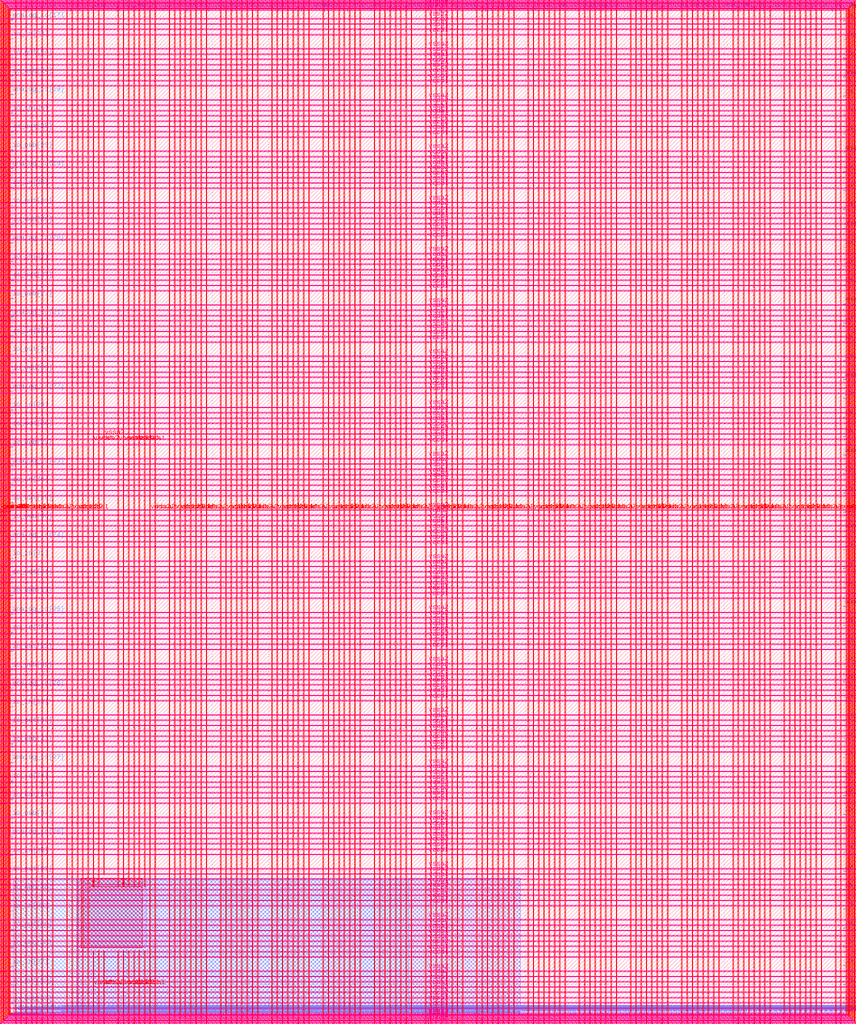
<source format=lef>
VERSION 5.7 ;
  NOWIREEXTENSIONATPIN ON ;
  DIVIDERCHAR "/" ;
  BUSBITCHARS "[]" ;
MACRO user_project_wrapper
  CLASS BLOCK ;
  FOREIGN user_project_wrapper ;
  ORIGIN 0.000 0.000 ;
  SIZE 2920.000 BY 3520.000 ;
  PIN analog_io[0]
    DIRECTION INOUT ;
    USE SIGNAL ;
    PORT
      LAYER met3 ;
        RECT 2917.600 1426.380 2924.800 1427.580 ;
    END
  END analog_io[0]
  PIN analog_io[10]
    DIRECTION INOUT ;
    USE SIGNAL ;
    PORT
      LAYER met2 ;
        RECT 2230.490 3517.600 2231.050 3524.800 ;
    END
  END analog_io[10]
  PIN analog_io[11]
    DIRECTION INOUT ;
    USE SIGNAL ;
    PORT
      LAYER met2 ;
        RECT 1905.730 3517.600 1906.290 3524.800 ;
    END
  END analog_io[11]
  PIN analog_io[12]
    DIRECTION INOUT ;
    USE SIGNAL ;
    PORT
      LAYER met2 ;
        RECT 1581.430 3517.600 1581.990 3524.800 ;
    END
  END analog_io[12]
  PIN analog_io[13]
    DIRECTION INOUT ;
    USE SIGNAL ;
    PORT
      LAYER met2 ;
        RECT 1257.130 3517.600 1257.690 3524.800 ;
    END
  END analog_io[13]
  PIN analog_io[14]
    DIRECTION INOUT ;
    USE SIGNAL ;
    PORT
      LAYER met2 ;
        RECT 932.370 3517.600 932.930 3524.800 ;
    END
  END analog_io[14]
  PIN analog_io[15]
    DIRECTION INOUT ;
    USE SIGNAL ;
    PORT
      LAYER met2 ;
        RECT 608.070 3517.600 608.630 3524.800 ;
    END
  END analog_io[15]
  PIN analog_io[16]
    DIRECTION INOUT ;
    USE SIGNAL ;
    PORT
      LAYER met2 ;
        RECT 283.770 3517.600 284.330 3524.800 ;
    END
  END analog_io[16]
  PIN analog_io[17]
    DIRECTION INOUT ;
    USE SIGNAL ;
    PORT
      LAYER met3 ;
        RECT -4.800 3486.100 2.400 3487.300 ;
    END
  END analog_io[17]
  PIN analog_io[18]
    DIRECTION INOUT ;
    USE SIGNAL ;
    PORT
      LAYER met3 ;
        RECT -4.800 3224.980 2.400 3226.180 ;
    END
  END analog_io[18]
  PIN analog_io[19]
    DIRECTION INOUT ;
    USE SIGNAL ;
    PORT
      LAYER met3 ;
        RECT -4.800 2964.540 2.400 2965.740 ;
    END
  END analog_io[19]
  PIN analog_io[1]
    DIRECTION INOUT ;
    USE SIGNAL ;
    PORT
      LAYER met3 ;
        RECT 2917.600 1692.260 2924.800 1693.460 ;
    END
  END analog_io[1]
  PIN analog_io[20]
    DIRECTION INOUT ;
    USE SIGNAL ;
    PORT
      LAYER met3 ;
        RECT -4.800 2703.420 2.400 2704.620 ;
    END
  END analog_io[20]
  PIN analog_io[21]
    DIRECTION INOUT ;
    USE SIGNAL ;
    PORT
      LAYER met3 ;
        RECT -4.800 2442.980 2.400 2444.180 ;
    END
  END analog_io[21]
  PIN analog_io[22]
    DIRECTION INOUT ;
    USE SIGNAL ;
    PORT
      LAYER met3 ;
        RECT -4.800 2182.540 2.400 2183.740 ;
    END
  END analog_io[22]
  PIN analog_io[23]
    DIRECTION INOUT ;
    USE SIGNAL ;
    PORT
      LAYER met3 ;
        RECT -4.800 1921.420 2.400 1922.620 ;
    END
  END analog_io[23]
  PIN analog_io[24]
    DIRECTION INOUT ;
    USE SIGNAL ;
    PORT
      LAYER met3 ;
        RECT -4.800 1660.980 2.400 1662.180 ;
    END
  END analog_io[24]
  PIN analog_io[25]
    DIRECTION INOUT ;
    USE SIGNAL ;
    PORT
      LAYER met3 ;
        RECT -4.800 1399.860 2.400 1401.060 ;
    END
  END analog_io[25]
  PIN analog_io[26]
    DIRECTION INOUT ;
    USE SIGNAL ;
    PORT
      LAYER met3 ;
        RECT -4.800 1139.420 2.400 1140.620 ;
    END
  END analog_io[26]
  PIN analog_io[27]
    DIRECTION INOUT ;
    USE SIGNAL ;
    PORT
      LAYER met3 ;
        RECT -4.800 878.980 2.400 880.180 ;
    END
  END analog_io[27]
  PIN analog_io[28]
    DIRECTION INOUT ;
    USE SIGNAL ;
    PORT
      LAYER met3 ;
        RECT -4.800 617.860 2.400 619.060 ;
    END
  END analog_io[28]
  PIN analog_io[2]
    DIRECTION INOUT ;
    USE SIGNAL ;
    PORT
      LAYER met3 ;
        RECT 2917.600 1958.140 2924.800 1959.340 ;
    END
  END analog_io[2]
  PIN analog_io[3]
    DIRECTION INOUT ;
    USE SIGNAL ;
    PORT
      LAYER met3 ;
        RECT 2917.600 2223.340 2924.800 2224.540 ;
    END
  END analog_io[3]
  PIN analog_io[4]
    DIRECTION INOUT ;
    USE SIGNAL ;
    PORT
      LAYER met3 ;
        RECT 2917.600 2489.220 2924.800 2490.420 ;
    END
  END analog_io[4]
  PIN analog_io[5]
    DIRECTION INOUT ;
    USE SIGNAL ;
    PORT
      LAYER met3 ;
        RECT 2917.600 2755.100 2924.800 2756.300 ;
    END
  END analog_io[5]
  PIN analog_io[6]
    DIRECTION INOUT ;
    USE SIGNAL ;
    PORT
      LAYER met3 ;
        RECT 2917.600 3020.300 2924.800 3021.500 ;
    END
  END analog_io[6]
  PIN analog_io[7]
    DIRECTION INOUT ;
    USE SIGNAL ;
    PORT
      LAYER met3 ;
        RECT 2917.600 3286.180 2924.800 3287.380 ;
    END
  END analog_io[7]
  PIN analog_io[8]
    DIRECTION INOUT ;
    USE SIGNAL ;
    PORT
      LAYER met2 ;
        RECT 2879.090 3517.600 2879.650 3524.800 ;
    END
  END analog_io[8]
  PIN analog_io[9]
    DIRECTION INOUT ;
    USE SIGNAL ;
    PORT
      LAYER met2 ;
        RECT 2554.790 3517.600 2555.350 3524.800 ;
    END
  END analog_io[9]
  PIN io_in[0]
    DIRECTION INPUT ;
    USE SIGNAL ;
    PORT
      LAYER met3 ;
        RECT 2917.600 32.380 2924.800 33.580 ;
    END
  END io_in[0]
  PIN io_in[10]
    DIRECTION INPUT ;
    USE SIGNAL ;
    PORT
      LAYER met3 ;
        RECT 2917.600 2289.980 2924.800 2291.180 ;
    END
  END io_in[10]
  PIN io_in[11]
    DIRECTION INPUT ;
    USE SIGNAL ;
    PORT
      LAYER met3 ;
        RECT 2917.600 2555.860 2924.800 2557.060 ;
    END
  END io_in[11]
  PIN io_in[12]
    DIRECTION INPUT ;
    USE SIGNAL ;
    PORT
      LAYER met3 ;
        RECT 2917.600 2821.060 2924.800 2822.260 ;
    END
  END io_in[12]
  PIN io_in[13]
    DIRECTION INPUT ;
    USE SIGNAL ;
    PORT
      LAYER met3 ;
        RECT 2917.600 3086.940 2924.800 3088.140 ;
    END
  END io_in[13]
  PIN io_in[14]
    DIRECTION INPUT ;
    USE SIGNAL ;
    PORT
      LAYER met3 ;
        RECT 2917.600 3352.820 2924.800 3354.020 ;
    END
  END io_in[14]
  PIN io_in[15]
    DIRECTION INPUT ;
    USE SIGNAL ;
    PORT
      LAYER met2 ;
        RECT 2798.130 3517.600 2798.690 3524.800 ;
    END
  END io_in[15]
  PIN io_in[16]
    DIRECTION INPUT ;
    USE SIGNAL ;
    PORT
      LAYER met2 ;
        RECT 2473.830 3517.600 2474.390 3524.800 ;
    END
  END io_in[16]
  PIN io_in[17]
    DIRECTION INPUT ;
    USE SIGNAL ;
    PORT
      LAYER met2 ;
        RECT 2149.070 3517.600 2149.630 3524.800 ;
    END
  END io_in[17]
  PIN io_in[18]
    DIRECTION INPUT ;
    USE SIGNAL ;
    PORT
      LAYER met2 ;
        RECT 1824.770 3517.600 1825.330 3524.800 ;
    END
  END io_in[18]
  PIN io_in[19]
    DIRECTION INPUT ;
    USE SIGNAL ;
    PORT
      LAYER met2 ;
        RECT 1500.470 3517.600 1501.030 3524.800 ;
    END
  END io_in[19]
  PIN io_in[1]
    DIRECTION INPUT ;
    USE SIGNAL ;
    PORT
      LAYER met3 ;
        RECT 2917.600 230.940 2924.800 232.140 ;
    END
  END io_in[1]
  PIN io_in[20]
    DIRECTION INPUT ;
    USE SIGNAL ;
    PORT
      LAYER met2 ;
        RECT 1175.710 3517.600 1176.270 3524.800 ;
    END
  END io_in[20]
  PIN io_in[21]
    DIRECTION INPUT ;
    USE SIGNAL ;
    PORT
      LAYER met2 ;
        RECT 851.410 3517.600 851.970 3524.800 ;
    END
  END io_in[21]
  PIN io_in[22]
    DIRECTION INPUT ;
    USE SIGNAL ;
    PORT
      LAYER met2 ;
        RECT 527.110 3517.600 527.670 3524.800 ;
    END
  END io_in[22]
  PIN io_in[23]
    DIRECTION INPUT ;
    USE SIGNAL ;
    PORT
      LAYER met2 ;
        RECT 202.350 3517.600 202.910 3524.800 ;
    END
  END io_in[23]
  PIN io_in[24]
    DIRECTION INPUT ;
    USE SIGNAL ;
    PORT
      LAYER met3 ;
        RECT -4.800 3420.820 2.400 3422.020 ;
    END
  END io_in[24]
  PIN io_in[25]
    DIRECTION INPUT ;
    USE SIGNAL ;
    PORT
      LAYER met3 ;
        RECT -4.800 3159.700 2.400 3160.900 ;
    END
  END io_in[25]
  PIN io_in[26]
    DIRECTION INPUT ;
    USE SIGNAL ;
    PORT
      LAYER met3 ;
        RECT -4.800 2899.260 2.400 2900.460 ;
    END
  END io_in[26]
  PIN io_in[27]
    DIRECTION INPUT ;
    USE SIGNAL ;
    PORT
      LAYER met3 ;
        RECT -4.800 2638.820 2.400 2640.020 ;
    END
  END io_in[27]
  PIN io_in[28]
    DIRECTION INPUT ;
    USE SIGNAL ;
    PORT
      LAYER met3 ;
        RECT -4.800 2377.700 2.400 2378.900 ;
    END
  END io_in[28]
  PIN io_in[29]
    DIRECTION INPUT ;
    USE SIGNAL ;
    PORT
      LAYER met3 ;
        RECT -4.800 2117.260 2.400 2118.460 ;
    END
  END io_in[29]
  PIN io_in[2]
    DIRECTION INPUT ;
    USE SIGNAL ;
    PORT
      LAYER met3 ;
        RECT 2917.600 430.180 2924.800 431.380 ;
    END
  END io_in[2]
  PIN io_in[30]
    DIRECTION INPUT ;
    USE SIGNAL ;
    PORT
      LAYER met3 ;
        RECT -4.800 1856.140 2.400 1857.340 ;
    END
  END io_in[30]
  PIN io_in[31]
    DIRECTION INPUT ;
    USE SIGNAL ;
    PORT
      LAYER met3 ;
        RECT -4.800 1595.700 2.400 1596.900 ;
    END
  END io_in[31]
  PIN io_in[32]
    DIRECTION INPUT ;
    USE SIGNAL ;
    PORT
      LAYER met3 ;
        RECT -4.800 1335.260 2.400 1336.460 ;
    END
  END io_in[32]
  PIN io_in[33]
    DIRECTION INPUT ;
    USE SIGNAL ;
    PORT
      LAYER met3 ;
        RECT -4.800 1074.140 2.400 1075.340 ;
    END
  END io_in[33]
  PIN io_in[34]
    DIRECTION INPUT ;
    USE SIGNAL ;
    PORT
      LAYER met3 ;
        RECT -4.800 813.700 2.400 814.900 ;
    END
  END io_in[34]
  PIN io_in[35]
    DIRECTION INPUT ;
    USE SIGNAL ;
    PORT
      LAYER met3 ;
        RECT -4.800 552.580 2.400 553.780 ;
    END
  END io_in[35]
  PIN io_in[36]
    DIRECTION INPUT ;
    USE SIGNAL ;
    PORT
      LAYER met3 ;
        RECT -4.800 357.420 2.400 358.620 ;
    END
  END io_in[36]
  PIN io_in[37]
    DIRECTION INPUT ;
    USE SIGNAL ;
    PORT
      LAYER met3 ;
        RECT -4.800 161.580 2.400 162.780 ;
    END
  END io_in[37]
  PIN io_in[3]
    DIRECTION INPUT ;
    USE SIGNAL ;
    PORT
      LAYER met3 ;
        RECT 2917.600 629.420 2924.800 630.620 ;
    END
  END io_in[3]
  PIN io_in[4]
    DIRECTION INPUT ;
    USE SIGNAL ;
    PORT
      LAYER met3 ;
        RECT 2917.600 828.660 2924.800 829.860 ;
    END
  END io_in[4]
  PIN io_in[5]
    DIRECTION INPUT ;
    USE SIGNAL ;
    PORT
      LAYER met3 ;
        RECT 2917.600 1027.900 2924.800 1029.100 ;
    END
  END io_in[5]
  PIN io_in[6]
    DIRECTION INPUT ;
    USE SIGNAL ;
    PORT
      LAYER met3 ;
        RECT 2917.600 1227.140 2924.800 1228.340 ;
    END
  END io_in[6]
  PIN io_in[7]
    DIRECTION INPUT ;
    USE SIGNAL ;
    PORT
      LAYER met3 ;
        RECT 2917.600 1493.020 2924.800 1494.220 ;
    END
  END io_in[7]
  PIN io_in[8]
    DIRECTION INPUT ;
    USE SIGNAL ;
    PORT
      LAYER met3 ;
        RECT 2917.600 1758.900 2924.800 1760.100 ;
    END
  END io_in[8]
  PIN io_in[9]
    DIRECTION INPUT ;
    USE SIGNAL ;
    PORT
      LAYER met3 ;
        RECT 2917.600 2024.100 2924.800 2025.300 ;
    END
  END io_in[9]
  PIN io_oeb[0]
    DIRECTION OUTPUT TRISTATE ;
    USE SIGNAL ;
    PORT
      LAYER met3 ;
        RECT 2917.600 164.980 2924.800 166.180 ;
    END
  END io_oeb[0]
  PIN io_oeb[10]
    DIRECTION OUTPUT TRISTATE ;
    USE SIGNAL ;
    PORT
      LAYER met3 ;
        RECT 2917.600 2422.580 2924.800 2423.780 ;
    END
  END io_oeb[10]
  PIN io_oeb[11]
    DIRECTION OUTPUT TRISTATE ;
    USE SIGNAL ;
    PORT
      LAYER met3 ;
        RECT 2917.600 2688.460 2924.800 2689.660 ;
    END
  END io_oeb[11]
  PIN io_oeb[12]
    DIRECTION OUTPUT TRISTATE ;
    USE SIGNAL ;
    PORT
      LAYER met3 ;
        RECT 2917.600 2954.340 2924.800 2955.540 ;
    END
  END io_oeb[12]
  PIN io_oeb[13]
    DIRECTION OUTPUT TRISTATE ;
    USE SIGNAL ;
    PORT
      LAYER met3 ;
        RECT 2917.600 3219.540 2924.800 3220.740 ;
    END
  END io_oeb[13]
  PIN io_oeb[14]
    DIRECTION OUTPUT TRISTATE ;
    USE SIGNAL ;
    PORT
      LAYER met3 ;
        RECT 2917.600 3485.420 2924.800 3486.620 ;
    END
  END io_oeb[14]
  PIN io_oeb[15]
    DIRECTION OUTPUT TRISTATE ;
    USE SIGNAL ;
    PORT
      LAYER met2 ;
        RECT 2635.750 3517.600 2636.310 3524.800 ;
    END
  END io_oeb[15]
  PIN io_oeb[16]
    DIRECTION OUTPUT TRISTATE ;
    USE SIGNAL ;
    PORT
      LAYER met2 ;
        RECT 2311.450 3517.600 2312.010 3524.800 ;
    END
  END io_oeb[16]
  PIN io_oeb[17]
    DIRECTION OUTPUT TRISTATE ;
    USE SIGNAL ;
    PORT
      LAYER met2 ;
        RECT 1987.150 3517.600 1987.710 3524.800 ;
    END
  END io_oeb[17]
  PIN io_oeb[18]
    DIRECTION OUTPUT TRISTATE ;
    USE SIGNAL ;
    PORT
      LAYER met2 ;
        RECT 1662.390 3517.600 1662.950 3524.800 ;
    END
  END io_oeb[18]
  PIN io_oeb[19]
    DIRECTION OUTPUT TRISTATE ;
    USE SIGNAL ;
    PORT
      LAYER met2 ;
        RECT 1338.090 3517.600 1338.650 3524.800 ;
    END
  END io_oeb[19]
  PIN io_oeb[1]
    DIRECTION OUTPUT TRISTATE ;
    USE SIGNAL ;
    PORT
      LAYER met3 ;
        RECT 2917.600 364.220 2924.800 365.420 ;
    END
  END io_oeb[1]
  PIN io_oeb[20]
    DIRECTION OUTPUT TRISTATE ;
    USE SIGNAL ;
    PORT
      LAYER met2 ;
        RECT 1013.790 3517.600 1014.350 3524.800 ;
    END
  END io_oeb[20]
  PIN io_oeb[21]
    DIRECTION OUTPUT TRISTATE ;
    USE SIGNAL ;
    PORT
      LAYER met2 ;
        RECT 689.030 3517.600 689.590 3524.800 ;
    END
  END io_oeb[21]
  PIN io_oeb[22]
    DIRECTION OUTPUT TRISTATE ;
    USE SIGNAL ;
    PORT
      LAYER met2 ;
        RECT 364.730 3517.600 365.290 3524.800 ;
    END
  END io_oeb[22]
  PIN io_oeb[23]
    DIRECTION OUTPUT TRISTATE ;
    USE SIGNAL ;
    PORT
      LAYER met2 ;
        RECT 40.430 3517.600 40.990 3524.800 ;
    END
  END io_oeb[23]
  PIN io_oeb[24]
    DIRECTION OUTPUT TRISTATE ;
    USE SIGNAL ;
    PORT
      LAYER met3 ;
        RECT -4.800 3290.260 2.400 3291.460 ;
    END
  END io_oeb[24]
  PIN io_oeb[25]
    DIRECTION OUTPUT TRISTATE ;
    USE SIGNAL ;
    PORT
      LAYER met3 ;
        RECT -4.800 3029.820 2.400 3031.020 ;
    END
  END io_oeb[25]
  PIN io_oeb[26]
    DIRECTION OUTPUT TRISTATE ;
    USE SIGNAL ;
    PORT
      LAYER met3 ;
        RECT -4.800 2768.700 2.400 2769.900 ;
    END
  END io_oeb[26]
  PIN io_oeb[27]
    DIRECTION OUTPUT TRISTATE ;
    USE SIGNAL ;
    PORT
      LAYER met3 ;
        RECT -4.800 2508.260 2.400 2509.460 ;
    END
  END io_oeb[27]
  PIN io_oeb[28]
    DIRECTION OUTPUT TRISTATE ;
    USE SIGNAL ;
    PORT
      LAYER met3 ;
        RECT -4.800 2247.140 2.400 2248.340 ;
    END
  END io_oeb[28]
  PIN io_oeb[29]
    DIRECTION OUTPUT TRISTATE ;
    USE SIGNAL ;
    PORT
      LAYER met3 ;
        RECT -4.800 1986.700 2.400 1987.900 ;
    END
  END io_oeb[29]
  PIN io_oeb[2]
    DIRECTION OUTPUT TRISTATE ;
    USE SIGNAL ;
    PORT
      LAYER met3 ;
        RECT 2917.600 563.460 2924.800 564.660 ;
    END
  END io_oeb[2]
  PIN io_oeb[30]
    DIRECTION OUTPUT TRISTATE ;
    USE SIGNAL ;
    PORT
      LAYER met3 ;
        RECT -4.800 1726.260 2.400 1727.460 ;
    END
  END io_oeb[30]
  PIN io_oeb[31]
    DIRECTION OUTPUT TRISTATE ;
    USE SIGNAL ;
    PORT
      LAYER met3 ;
        RECT -4.800 1465.140 2.400 1466.340 ;
    END
  END io_oeb[31]
  PIN io_oeb[32]
    DIRECTION OUTPUT TRISTATE ;
    USE SIGNAL ;
    PORT
      LAYER met3 ;
        RECT -4.800 1204.700 2.400 1205.900 ;
    END
  END io_oeb[32]
  PIN io_oeb[33]
    DIRECTION OUTPUT TRISTATE ;
    USE SIGNAL ;
    PORT
      LAYER met3 ;
        RECT -4.800 943.580 2.400 944.780 ;
    END
  END io_oeb[33]
  PIN io_oeb[34]
    DIRECTION OUTPUT TRISTATE ;
    USE SIGNAL ;
    PORT
      LAYER met3 ;
        RECT -4.800 683.140 2.400 684.340 ;
    END
  END io_oeb[34]
  PIN io_oeb[35]
    DIRECTION OUTPUT TRISTATE ;
    USE SIGNAL ;
    PORT
      LAYER met3 ;
        RECT -4.800 422.700 2.400 423.900 ;
    END
  END io_oeb[35]
  PIN io_oeb[36]
    DIRECTION OUTPUT TRISTATE ;
    USE SIGNAL ;
    PORT
      LAYER met3 ;
        RECT -4.800 226.860 2.400 228.060 ;
    END
  END io_oeb[36]
  PIN io_oeb[37]
    DIRECTION OUTPUT TRISTATE ;
    USE SIGNAL ;
    PORT
      LAYER met3 ;
        RECT -4.800 31.700 2.400 32.900 ;
    END
  END io_oeb[37]
  PIN io_oeb[3]
    DIRECTION OUTPUT TRISTATE ;
    USE SIGNAL ;
    PORT
      LAYER met3 ;
        RECT 2917.600 762.700 2924.800 763.900 ;
    END
  END io_oeb[3]
  PIN io_oeb[4]
    DIRECTION OUTPUT TRISTATE ;
    USE SIGNAL ;
    PORT
      LAYER met3 ;
        RECT 2917.600 961.940 2924.800 963.140 ;
    END
  END io_oeb[4]
  PIN io_oeb[5]
    DIRECTION OUTPUT TRISTATE ;
    USE SIGNAL ;
    PORT
      LAYER met3 ;
        RECT 2917.600 1161.180 2924.800 1162.380 ;
    END
  END io_oeb[5]
  PIN io_oeb[6]
    DIRECTION OUTPUT TRISTATE ;
    USE SIGNAL ;
    PORT
      LAYER met3 ;
        RECT 2917.600 1360.420 2924.800 1361.620 ;
    END
  END io_oeb[6]
  PIN io_oeb[7]
    DIRECTION OUTPUT TRISTATE ;
    USE SIGNAL ;
    PORT
      LAYER met3 ;
        RECT 2917.600 1625.620 2924.800 1626.820 ;
    END
  END io_oeb[7]
  PIN io_oeb[8]
    DIRECTION OUTPUT TRISTATE ;
    USE SIGNAL ;
    PORT
      LAYER met3 ;
        RECT 2917.600 1891.500 2924.800 1892.700 ;
    END
  END io_oeb[8]
  PIN io_oeb[9]
    DIRECTION OUTPUT TRISTATE ;
    USE SIGNAL ;
    PORT
      LAYER met3 ;
        RECT 2917.600 2157.380 2924.800 2158.580 ;
    END
  END io_oeb[9]
  PIN io_out[0]
    DIRECTION OUTPUT TRISTATE ;
    USE SIGNAL ;
    PORT
      LAYER met3 ;
        RECT 2917.600 98.340 2924.800 99.540 ;
    END
  END io_out[0]
  PIN io_out[10]
    DIRECTION OUTPUT TRISTATE ;
    USE SIGNAL ;
    PORT
      LAYER met3 ;
        RECT 2917.600 2356.620 2924.800 2357.820 ;
    END
  END io_out[10]
  PIN io_out[11]
    DIRECTION OUTPUT TRISTATE ;
    USE SIGNAL ;
    PORT
      LAYER met3 ;
        RECT 2917.600 2621.820 2924.800 2623.020 ;
    END
  END io_out[11]
  PIN io_out[12]
    DIRECTION OUTPUT TRISTATE ;
    USE SIGNAL ;
    PORT
      LAYER met3 ;
        RECT 2917.600 2887.700 2924.800 2888.900 ;
    END
  END io_out[12]
  PIN io_out[13]
    DIRECTION OUTPUT TRISTATE ;
    USE SIGNAL ;
    PORT
      LAYER met3 ;
        RECT 2917.600 3153.580 2924.800 3154.780 ;
    END
  END io_out[13]
  PIN io_out[14]
    DIRECTION OUTPUT TRISTATE ;
    USE SIGNAL ;
    PORT
      LAYER met3 ;
        RECT 2917.600 3418.780 2924.800 3419.980 ;
    END
  END io_out[14]
  PIN io_out[15]
    DIRECTION OUTPUT TRISTATE ;
    USE SIGNAL ;
    PORT
      LAYER met2 ;
        RECT 2717.170 3517.600 2717.730 3524.800 ;
    END
  END io_out[15]
  PIN io_out[16]
    DIRECTION OUTPUT TRISTATE ;
    USE SIGNAL ;
    PORT
      LAYER met2 ;
        RECT 2392.410 3517.600 2392.970 3524.800 ;
    END
  END io_out[16]
  PIN io_out[17]
    DIRECTION OUTPUT TRISTATE ;
    USE SIGNAL ;
    PORT
      LAYER met2 ;
        RECT 2068.110 3517.600 2068.670 3524.800 ;
    END
  END io_out[17]
  PIN io_out[18]
    DIRECTION OUTPUT TRISTATE ;
    USE SIGNAL ;
    PORT
      LAYER met2 ;
        RECT 1743.810 3517.600 1744.370 3524.800 ;
    END
  END io_out[18]
  PIN io_out[19]
    DIRECTION OUTPUT TRISTATE ;
    USE SIGNAL ;
    PORT
      LAYER met2 ;
        RECT 1419.050 3517.600 1419.610 3524.800 ;
    END
  END io_out[19]
  PIN io_out[1]
    DIRECTION OUTPUT TRISTATE ;
    USE SIGNAL ;
    PORT
      LAYER met3 ;
        RECT 2917.600 297.580 2924.800 298.780 ;
    END
  END io_out[1]
  PIN io_out[20]
    DIRECTION OUTPUT TRISTATE ;
    USE SIGNAL ;
    PORT
      LAYER met2 ;
        RECT 1094.750 3517.600 1095.310 3524.800 ;
    END
  END io_out[20]
  PIN io_out[21]
    DIRECTION OUTPUT TRISTATE ;
    USE SIGNAL ;
    PORT
      LAYER met2 ;
        RECT 770.450 3517.600 771.010 3524.800 ;
    END
  END io_out[21]
  PIN io_out[22]
    DIRECTION OUTPUT TRISTATE ;
    USE SIGNAL ;
    PORT
      LAYER met2 ;
        RECT 445.690 3517.600 446.250 3524.800 ;
    END
  END io_out[22]
  PIN io_out[23]
    DIRECTION OUTPUT TRISTATE ;
    USE SIGNAL ;
    PORT
      LAYER met2 ;
        RECT 121.390 3517.600 121.950 3524.800 ;
    END
  END io_out[23]
  PIN io_out[24]
    DIRECTION OUTPUT TRISTATE ;
    USE SIGNAL ;
    PORT
      LAYER met3 ;
        RECT -4.800 3355.540 2.400 3356.740 ;
    END
  END io_out[24]
  PIN io_out[25]
    DIRECTION OUTPUT TRISTATE ;
    USE SIGNAL ;
    PORT
      LAYER met3 ;
        RECT -4.800 3095.100 2.400 3096.300 ;
    END
  END io_out[25]
  PIN io_out[26]
    DIRECTION OUTPUT TRISTATE ;
    USE SIGNAL ;
    PORT
      LAYER met3 ;
        RECT -4.800 2833.980 2.400 2835.180 ;
    END
  END io_out[26]
  PIN io_out[27]
    DIRECTION OUTPUT TRISTATE ;
    USE SIGNAL ;
    PORT
      LAYER met3 ;
        RECT -4.800 2573.540 2.400 2574.740 ;
    END
  END io_out[27]
  PIN io_out[28]
    DIRECTION OUTPUT TRISTATE ;
    USE SIGNAL ;
    PORT
      LAYER met3 ;
        RECT -4.800 2312.420 2.400 2313.620 ;
    END
  END io_out[28]
  PIN io_out[29]
    DIRECTION OUTPUT TRISTATE ;
    USE SIGNAL ;
    PORT
      LAYER met3 ;
        RECT -4.800 2051.980 2.400 2053.180 ;
    END
  END io_out[29]
  PIN io_out[2]
    DIRECTION OUTPUT TRISTATE ;
    USE SIGNAL ;
    PORT
      LAYER met3 ;
        RECT 2917.600 496.820 2924.800 498.020 ;
    END
  END io_out[2]
  PIN io_out[30]
    DIRECTION OUTPUT TRISTATE ;
    USE SIGNAL ;
    PORT
      LAYER met3 ;
        RECT -4.800 1791.540 2.400 1792.740 ;
    END
  END io_out[30]
  PIN io_out[31]
    DIRECTION OUTPUT TRISTATE ;
    USE SIGNAL ;
    PORT
      LAYER met3 ;
        RECT -4.800 1530.420 2.400 1531.620 ;
    END
  END io_out[31]
  PIN io_out[32]
    DIRECTION OUTPUT TRISTATE ;
    USE SIGNAL ;
    PORT
      LAYER met3 ;
        RECT -4.800 1269.980 2.400 1271.180 ;
    END
  END io_out[32]
  PIN io_out[33]
    DIRECTION OUTPUT TRISTATE ;
    USE SIGNAL ;
    PORT
      LAYER met3 ;
        RECT -4.800 1008.860 2.400 1010.060 ;
    END
  END io_out[33]
  PIN io_out[34]
    DIRECTION OUTPUT TRISTATE ;
    USE SIGNAL ;
    PORT
      LAYER met3 ;
        RECT -4.800 748.420 2.400 749.620 ;
    END
  END io_out[34]
  PIN io_out[35]
    DIRECTION OUTPUT TRISTATE ;
    USE SIGNAL ;
    PORT
      LAYER met3 ;
        RECT -4.800 487.300 2.400 488.500 ;
    END
  END io_out[35]
  PIN io_out[36]
    DIRECTION OUTPUT TRISTATE ;
    USE SIGNAL ;
    PORT
      LAYER met3 ;
        RECT -4.800 292.140 2.400 293.340 ;
    END
  END io_out[36]
  PIN io_out[37]
    DIRECTION OUTPUT TRISTATE ;
    USE SIGNAL ;
    PORT
      LAYER met3 ;
        RECT -4.800 96.300 2.400 97.500 ;
    END
  END io_out[37]
  PIN io_out[3]
    DIRECTION OUTPUT TRISTATE ;
    USE SIGNAL ;
    PORT
      LAYER met3 ;
        RECT 2917.600 696.060 2924.800 697.260 ;
    END
  END io_out[3]
  PIN io_out[4]
    DIRECTION OUTPUT TRISTATE ;
    USE SIGNAL ;
    PORT
      LAYER met3 ;
        RECT 2917.600 895.300 2924.800 896.500 ;
    END
  END io_out[4]
  PIN io_out[5]
    DIRECTION OUTPUT TRISTATE ;
    USE SIGNAL ;
    PORT
      LAYER met3 ;
        RECT 2917.600 1094.540 2924.800 1095.740 ;
    END
  END io_out[5]
  PIN io_out[6]
    DIRECTION OUTPUT TRISTATE ;
    USE SIGNAL ;
    PORT
      LAYER met3 ;
        RECT 2917.600 1293.780 2924.800 1294.980 ;
    END
  END io_out[6]
  PIN io_out[7]
    DIRECTION OUTPUT TRISTATE ;
    USE SIGNAL ;
    PORT
      LAYER met3 ;
        RECT 2917.600 1559.660 2924.800 1560.860 ;
    END
  END io_out[7]
  PIN io_out[8]
    DIRECTION OUTPUT TRISTATE ;
    USE SIGNAL ;
    PORT
      LAYER met3 ;
        RECT 2917.600 1824.860 2924.800 1826.060 ;
    END
  END io_out[8]
  PIN io_out[9]
    DIRECTION OUTPUT TRISTATE ;
    USE SIGNAL ;
    PORT
      LAYER met3 ;
        RECT 2917.600 2090.740 2924.800 2091.940 ;
    END
  END io_out[9]
  PIN la_data_in[0]
    DIRECTION INPUT ;
    USE SIGNAL ;
    PORT
      LAYER met2 ;
        RECT 629.230 -4.800 629.790 2.400 ;
    END
  END la_data_in[0]
  PIN la_data_in[100]
    DIRECTION INPUT ;
    USE SIGNAL ;
    PORT
      LAYER met2 ;
        RECT 2402.530 -4.800 2403.090 2.400 ;
    END
  END la_data_in[100]
  PIN la_data_in[101]
    DIRECTION INPUT ;
    USE SIGNAL ;
    PORT
      LAYER met2 ;
        RECT 2420.010 -4.800 2420.570 2.400 ;
    END
  END la_data_in[101]
  PIN la_data_in[102]
    DIRECTION INPUT ;
    USE SIGNAL ;
    PORT
      LAYER met2 ;
        RECT 2437.950 -4.800 2438.510 2.400 ;
    END
  END la_data_in[102]
  PIN la_data_in[103]
    DIRECTION INPUT ;
    USE SIGNAL ;
    PORT
      LAYER met2 ;
        RECT 2455.430 -4.800 2455.990 2.400 ;
    END
  END la_data_in[103]
  PIN la_data_in[104]
    DIRECTION INPUT ;
    USE SIGNAL ;
    PORT
      LAYER met2 ;
        RECT 2473.370 -4.800 2473.930 2.400 ;
    END
  END la_data_in[104]
  PIN la_data_in[105]
    DIRECTION INPUT ;
    USE SIGNAL ;
    PORT
      LAYER met2 ;
        RECT 2490.850 -4.800 2491.410 2.400 ;
    END
  END la_data_in[105]
  PIN la_data_in[106]
    DIRECTION INPUT ;
    USE SIGNAL ;
    PORT
      LAYER met2 ;
        RECT 2508.790 -4.800 2509.350 2.400 ;
    END
  END la_data_in[106]
  PIN la_data_in[107]
    DIRECTION INPUT ;
    USE SIGNAL ;
    PORT
      LAYER met2 ;
        RECT 2526.730 -4.800 2527.290 2.400 ;
    END
  END la_data_in[107]
  PIN la_data_in[108]
    DIRECTION INPUT ;
    USE SIGNAL ;
    PORT
      LAYER met2 ;
        RECT 2544.210 -4.800 2544.770 2.400 ;
    END
  END la_data_in[108]
  PIN la_data_in[109]
    DIRECTION INPUT ;
    USE SIGNAL ;
    PORT
      LAYER met2 ;
        RECT 2562.150 -4.800 2562.710 2.400 ;
    END
  END la_data_in[109]
  PIN la_data_in[10]
    DIRECTION INPUT ;
    USE SIGNAL ;
    PORT
      LAYER met2 ;
        RECT 806.330 -4.800 806.890 2.400 ;
    END
  END la_data_in[10]
  PIN la_data_in[110]
    DIRECTION INPUT ;
    USE SIGNAL ;
    PORT
      LAYER met2 ;
        RECT 2579.630 -4.800 2580.190 2.400 ;
    END
  END la_data_in[110]
  PIN la_data_in[111]
    DIRECTION INPUT ;
    USE SIGNAL ;
    PORT
      LAYER met2 ;
        RECT 2597.570 -4.800 2598.130 2.400 ;
    END
  END la_data_in[111]
  PIN la_data_in[112]
    DIRECTION INPUT ;
    USE SIGNAL ;
    PORT
      LAYER met2 ;
        RECT 2615.050 -4.800 2615.610 2.400 ;
    END
  END la_data_in[112]
  PIN la_data_in[113]
    DIRECTION INPUT ;
    USE SIGNAL ;
    PORT
      LAYER met2 ;
        RECT 2632.990 -4.800 2633.550 2.400 ;
    END
  END la_data_in[113]
  PIN la_data_in[114]
    DIRECTION INPUT ;
    USE SIGNAL ;
    PORT
      LAYER met2 ;
        RECT 2650.470 -4.800 2651.030 2.400 ;
    END
  END la_data_in[114]
  PIN la_data_in[115]
    DIRECTION INPUT ;
    USE SIGNAL ;
    PORT
      LAYER met2 ;
        RECT 2668.410 -4.800 2668.970 2.400 ;
    END
  END la_data_in[115]
  PIN la_data_in[116]
    DIRECTION INPUT ;
    USE SIGNAL ;
    PORT
      LAYER met2 ;
        RECT 2685.890 -4.800 2686.450 2.400 ;
    END
  END la_data_in[116]
  PIN la_data_in[117]
    DIRECTION INPUT ;
    USE SIGNAL ;
    PORT
      LAYER met2 ;
        RECT 2703.830 -4.800 2704.390 2.400 ;
    END
  END la_data_in[117]
  PIN la_data_in[118]
    DIRECTION INPUT ;
    USE SIGNAL ;
    PORT
      LAYER met2 ;
        RECT 2721.770 -4.800 2722.330 2.400 ;
    END
  END la_data_in[118]
  PIN la_data_in[119]
    DIRECTION INPUT ;
    USE SIGNAL ;
    PORT
      LAYER met2 ;
        RECT 2739.250 -4.800 2739.810 2.400 ;
    END
  END la_data_in[119]
  PIN la_data_in[11]
    DIRECTION INPUT ;
    USE SIGNAL ;
    PORT
      LAYER met2 ;
        RECT 824.270 -4.800 824.830 2.400 ;
    END
  END la_data_in[11]
  PIN la_data_in[120]
    DIRECTION INPUT ;
    USE SIGNAL ;
    PORT
      LAYER met2 ;
        RECT 2757.190 -4.800 2757.750 2.400 ;
    END
  END la_data_in[120]
  PIN la_data_in[121]
    DIRECTION INPUT ;
    USE SIGNAL ;
    PORT
      LAYER met2 ;
        RECT 2774.670 -4.800 2775.230 2.400 ;
    END
  END la_data_in[121]
  PIN la_data_in[122]
    DIRECTION INPUT ;
    USE SIGNAL ;
    PORT
      LAYER met2 ;
        RECT 2792.610 -4.800 2793.170 2.400 ;
    END
  END la_data_in[122]
  PIN la_data_in[123]
    DIRECTION INPUT ;
    USE SIGNAL ;
    PORT
      LAYER met2 ;
        RECT 2810.090 -4.800 2810.650 2.400 ;
    END
  END la_data_in[123]
  PIN la_data_in[124]
    DIRECTION INPUT ;
    USE SIGNAL ;
    PORT
      LAYER met2 ;
        RECT 2828.030 -4.800 2828.590 2.400 ;
    END
  END la_data_in[124]
  PIN la_data_in[125]
    DIRECTION INPUT ;
    USE SIGNAL ;
    PORT
      LAYER met2 ;
        RECT 2845.510 -4.800 2846.070 2.400 ;
    END
  END la_data_in[125]
  PIN la_data_in[126]
    DIRECTION INPUT ;
    USE SIGNAL ;
    PORT
      LAYER met2 ;
        RECT 2863.450 -4.800 2864.010 2.400 ;
    END
  END la_data_in[126]
  PIN la_data_in[127]
    DIRECTION INPUT ;
    USE SIGNAL ;
    PORT
      LAYER met2 ;
        RECT 2881.390 -4.800 2881.950 2.400 ;
    END
  END la_data_in[127]
  PIN la_data_in[12]
    DIRECTION INPUT ;
    USE SIGNAL ;
    PORT
      LAYER met2 ;
        RECT 841.750 -4.800 842.310 2.400 ;
    END
  END la_data_in[12]
  PIN la_data_in[13]
    DIRECTION INPUT ;
    USE SIGNAL ;
    PORT
      LAYER met2 ;
        RECT 859.690 -4.800 860.250 2.400 ;
    END
  END la_data_in[13]
  PIN la_data_in[14]
    DIRECTION INPUT ;
    USE SIGNAL ;
    PORT
      LAYER met2 ;
        RECT 877.170 -4.800 877.730 2.400 ;
    END
  END la_data_in[14]
  PIN la_data_in[15]
    DIRECTION INPUT ;
    USE SIGNAL ;
    PORT
      LAYER met2 ;
        RECT 895.110 -4.800 895.670 2.400 ;
    END
  END la_data_in[15]
  PIN la_data_in[16]
    DIRECTION INPUT ;
    USE SIGNAL ;
    PORT
      LAYER met2 ;
        RECT 912.590 -4.800 913.150 2.400 ;
    END
  END la_data_in[16]
  PIN la_data_in[17]
    DIRECTION INPUT ;
    USE SIGNAL ;
    PORT
      LAYER met2 ;
        RECT 930.530 -4.800 931.090 2.400 ;
    END
  END la_data_in[17]
  PIN la_data_in[18]
    DIRECTION INPUT ;
    USE SIGNAL ;
    PORT
      LAYER met2 ;
        RECT 948.470 -4.800 949.030 2.400 ;
    END
  END la_data_in[18]
  PIN la_data_in[19]
    DIRECTION INPUT ;
    USE SIGNAL ;
    PORT
      LAYER met2 ;
        RECT 965.950 -4.800 966.510 2.400 ;
    END
  END la_data_in[19]
  PIN la_data_in[1]
    DIRECTION INPUT ;
    USE SIGNAL ;
    PORT
      LAYER met2 ;
        RECT 646.710 -4.800 647.270 2.400 ;
    END
  END la_data_in[1]
  PIN la_data_in[20]
    DIRECTION INPUT ;
    USE SIGNAL ;
    PORT
      LAYER met2 ;
        RECT 983.890 -4.800 984.450 2.400 ;
    END
  END la_data_in[20]
  PIN la_data_in[21]
    DIRECTION INPUT ;
    USE SIGNAL ;
    PORT
      LAYER met2 ;
        RECT 1001.370 -4.800 1001.930 2.400 ;
    END
  END la_data_in[21]
  PIN la_data_in[22]
    DIRECTION INPUT ;
    USE SIGNAL ;
    PORT
      LAYER met2 ;
        RECT 1019.310 -4.800 1019.870 2.400 ;
    END
  END la_data_in[22]
  PIN la_data_in[23]
    DIRECTION INPUT ;
    USE SIGNAL ;
    PORT
      LAYER met2 ;
        RECT 1036.790 -4.800 1037.350 2.400 ;
    END
  END la_data_in[23]
  PIN la_data_in[24]
    DIRECTION INPUT ;
    USE SIGNAL ;
    PORT
      LAYER met2 ;
        RECT 1054.730 -4.800 1055.290 2.400 ;
    END
  END la_data_in[24]
  PIN la_data_in[25]
    DIRECTION INPUT ;
    USE SIGNAL ;
    PORT
      LAYER met2 ;
        RECT 1072.210 -4.800 1072.770 2.400 ;
    END
  END la_data_in[25]
  PIN la_data_in[26]
    DIRECTION INPUT ;
    USE SIGNAL ;
    PORT
      LAYER met2 ;
        RECT 1090.150 -4.800 1090.710 2.400 ;
    END
  END la_data_in[26]
  PIN la_data_in[27]
    DIRECTION INPUT ;
    USE SIGNAL ;
    PORT
      LAYER met2 ;
        RECT 1107.630 -4.800 1108.190 2.400 ;
    END
  END la_data_in[27]
  PIN la_data_in[28]
    DIRECTION INPUT ;
    USE SIGNAL ;
    PORT
      LAYER met2 ;
        RECT 1125.570 -4.800 1126.130 2.400 ;
    END
  END la_data_in[28]
  PIN la_data_in[29]
    DIRECTION INPUT ;
    USE SIGNAL ;
    PORT
      LAYER met2 ;
        RECT 1143.510 -4.800 1144.070 2.400 ;
    END
  END la_data_in[29]
  PIN la_data_in[2]
    DIRECTION INPUT ;
    USE SIGNAL ;
    PORT
      LAYER met2 ;
        RECT 664.650 -4.800 665.210 2.400 ;
    END
  END la_data_in[2]
  PIN la_data_in[30]
    DIRECTION INPUT ;
    USE SIGNAL ;
    PORT
      LAYER met2 ;
        RECT 1160.990 -4.800 1161.550 2.400 ;
    END
  END la_data_in[30]
  PIN la_data_in[31]
    DIRECTION INPUT ;
    USE SIGNAL ;
    PORT
      LAYER met2 ;
        RECT 1178.930 -4.800 1179.490 2.400 ;
    END
  END la_data_in[31]
  PIN la_data_in[32]
    DIRECTION INPUT ;
    USE SIGNAL ;
    PORT
      LAYER met2 ;
        RECT 1196.410 -4.800 1196.970 2.400 ;
    END
  END la_data_in[32]
  PIN la_data_in[33]
    DIRECTION INPUT ;
    USE SIGNAL ;
    PORT
      LAYER met2 ;
        RECT 1214.350 -4.800 1214.910 2.400 ;
    END
  END la_data_in[33]
  PIN la_data_in[34]
    DIRECTION INPUT ;
    USE SIGNAL ;
    PORT
      LAYER met2 ;
        RECT 1231.830 -4.800 1232.390 2.400 ;
    END
  END la_data_in[34]
  PIN la_data_in[35]
    DIRECTION INPUT ;
    USE SIGNAL ;
    PORT
      LAYER met2 ;
        RECT 1249.770 -4.800 1250.330 2.400 ;
    END
  END la_data_in[35]
  PIN la_data_in[36]
    DIRECTION INPUT ;
    USE SIGNAL ;
    PORT
      LAYER met2 ;
        RECT 1267.250 -4.800 1267.810 2.400 ;
    END
  END la_data_in[36]
  PIN la_data_in[37]
    DIRECTION INPUT ;
    USE SIGNAL ;
    PORT
      LAYER met2 ;
        RECT 1285.190 -4.800 1285.750 2.400 ;
    END
  END la_data_in[37]
  PIN la_data_in[38]
    DIRECTION INPUT ;
    USE SIGNAL ;
    PORT
      LAYER met2 ;
        RECT 1303.130 -4.800 1303.690 2.400 ;
    END
  END la_data_in[38]
  PIN la_data_in[39]
    DIRECTION INPUT ;
    USE SIGNAL ;
    PORT
      LAYER met2 ;
        RECT 1320.610 -4.800 1321.170 2.400 ;
    END
  END la_data_in[39]
  PIN la_data_in[3]
    DIRECTION INPUT ;
    USE SIGNAL ;
    PORT
      LAYER met2 ;
        RECT 682.130 -4.800 682.690 2.400 ;
    END
  END la_data_in[3]
  PIN la_data_in[40]
    DIRECTION INPUT ;
    USE SIGNAL ;
    PORT
      LAYER met2 ;
        RECT 1338.550 -4.800 1339.110 2.400 ;
    END
  END la_data_in[40]
  PIN la_data_in[41]
    DIRECTION INPUT ;
    USE SIGNAL ;
    PORT
      LAYER met2 ;
        RECT 1356.030 -4.800 1356.590 2.400 ;
    END
  END la_data_in[41]
  PIN la_data_in[42]
    DIRECTION INPUT ;
    USE SIGNAL ;
    PORT
      LAYER met2 ;
        RECT 1373.970 -4.800 1374.530 2.400 ;
    END
  END la_data_in[42]
  PIN la_data_in[43]
    DIRECTION INPUT ;
    USE SIGNAL ;
    PORT
      LAYER met2 ;
        RECT 1391.450 -4.800 1392.010 2.400 ;
    END
  END la_data_in[43]
  PIN la_data_in[44]
    DIRECTION INPUT ;
    USE SIGNAL ;
    PORT
      LAYER met2 ;
        RECT 1409.390 -4.800 1409.950 2.400 ;
    END
  END la_data_in[44]
  PIN la_data_in[45]
    DIRECTION INPUT ;
    USE SIGNAL ;
    PORT
      LAYER met2 ;
        RECT 1426.870 -4.800 1427.430 2.400 ;
    END
  END la_data_in[45]
  PIN la_data_in[46]
    DIRECTION INPUT ;
    USE SIGNAL ;
    PORT
      LAYER met2 ;
        RECT 1444.810 -4.800 1445.370 2.400 ;
    END
  END la_data_in[46]
  PIN la_data_in[47]
    DIRECTION INPUT ;
    USE SIGNAL ;
    PORT
      LAYER met2 ;
        RECT 1462.750 -4.800 1463.310 2.400 ;
    END
  END la_data_in[47]
  PIN la_data_in[48]
    DIRECTION INPUT ;
    USE SIGNAL ;
    PORT
      LAYER met2 ;
        RECT 1480.230 -4.800 1480.790 2.400 ;
    END
  END la_data_in[48]
  PIN la_data_in[49]
    DIRECTION INPUT ;
    USE SIGNAL ;
    PORT
      LAYER met2 ;
        RECT 1498.170 -4.800 1498.730 2.400 ;
    END
  END la_data_in[49]
  PIN la_data_in[4]
    DIRECTION INPUT ;
    USE SIGNAL ;
    PORT
      LAYER met2 ;
        RECT 700.070 -4.800 700.630 2.400 ;
    END
  END la_data_in[4]
  PIN la_data_in[50]
    DIRECTION INPUT ;
    USE SIGNAL ;
    PORT
      LAYER met2 ;
        RECT 1515.650 -4.800 1516.210 2.400 ;
    END
  END la_data_in[50]
  PIN la_data_in[51]
    DIRECTION INPUT ;
    USE SIGNAL ;
    PORT
      LAYER met2 ;
        RECT 1533.590 -4.800 1534.150 2.400 ;
    END
  END la_data_in[51]
  PIN la_data_in[52]
    DIRECTION INPUT ;
    USE SIGNAL ;
    PORT
      LAYER met2 ;
        RECT 1551.070 -4.800 1551.630 2.400 ;
    END
  END la_data_in[52]
  PIN la_data_in[53]
    DIRECTION INPUT ;
    USE SIGNAL ;
    PORT
      LAYER met2 ;
        RECT 1569.010 -4.800 1569.570 2.400 ;
    END
  END la_data_in[53]
  PIN la_data_in[54]
    DIRECTION INPUT ;
    USE SIGNAL ;
    PORT
      LAYER met2 ;
        RECT 1586.490 -4.800 1587.050 2.400 ;
    END
  END la_data_in[54]
  PIN la_data_in[55]
    DIRECTION INPUT ;
    USE SIGNAL ;
    PORT
      LAYER met2 ;
        RECT 1604.430 -4.800 1604.990 2.400 ;
    END
  END la_data_in[55]
  PIN la_data_in[56]
    DIRECTION INPUT ;
    USE SIGNAL ;
    PORT
      LAYER met2 ;
        RECT 1621.910 -4.800 1622.470 2.400 ;
    END
  END la_data_in[56]
  PIN la_data_in[57]
    DIRECTION INPUT ;
    USE SIGNAL ;
    PORT
      LAYER met2 ;
        RECT 1639.850 -4.800 1640.410 2.400 ;
    END
  END la_data_in[57]
  PIN la_data_in[58]
    DIRECTION INPUT ;
    USE SIGNAL ;
    PORT
      LAYER met2 ;
        RECT 1657.790 -4.800 1658.350 2.400 ;
    END
  END la_data_in[58]
  PIN la_data_in[59]
    DIRECTION INPUT ;
    USE SIGNAL ;
    PORT
      LAYER met2 ;
        RECT 1675.270 -4.800 1675.830 2.400 ;
    END
  END la_data_in[59]
  PIN la_data_in[5]
    DIRECTION INPUT ;
    USE SIGNAL ;
    PORT
      LAYER met2 ;
        RECT 717.550 -4.800 718.110 2.400 ;
    END
  END la_data_in[5]
  PIN la_data_in[60]
    DIRECTION INPUT ;
    USE SIGNAL ;
    PORT
      LAYER met2 ;
        RECT 1693.210 -4.800 1693.770 2.400 ;
    END
  END la_data_in[60]
  PIN la_data_in[61]
    DIRECTION INPUT ;
    USE SIGNAL ;
    PORT
      LAYER met2 ;
        RECT 1710.690 -4.800 1711.250 2.400 ;
    END
  END la_data_in[61]
  PIN la_data_in[62]
    DIRECTION INPUT ;
    USE SIGNAL ;
    PORT
      LAYER met2 ;
        RECT 1728.630 -4.800 1729.190 2.400 ;
    END
  END la_data_in[62]
  PIN la_data_in[63]
    DIRECTION INPUT ;
    USE SIGNAL ;
    PORT
      LAYER met2 ;
        RECT 1746.110 -4.800 1746.670 2.400 ;
    END
  END la_data_in[63]
  PIN la_data_in[64]
    DIRECTION INPUT ;
    USE SIGNAL ;
    PORT
      LAYER met2 ;
        RECT 1764.050 -4.800 1764.610 2.400 ;
    END
  END la_data_in[64]
  PIN la_data_in[65]
    DIRECTION INPUT ;
    USE SIGNAL ;
    PORT
      LAYER met2 ;
        RECT 1781.530 -4.800 1782.090 2.400 ;
    END
  END la_data_in[65]
  PIN la_data_in[66]
    DIRECTION INPUT ;
    USE SIGNAL ;
    PORT
      LAYER met2 ;
        RECT 1799.470 -4.800 1800.030 2.400 ;
    END
  END la_data_in[66]
  PIN la_data_in[67]
    DIRECTION INPUT ;
    USE SIGNAL ;
    PORT
      LAYER met2 ;
        RECT 1817.410 -4.800 1817.970 2.400 ;
    END
  END la_data_in[67]
  PIN la_data_in[68]
    DIRECTION INPUT ;
    USE SIGNAL ;
    PORT
      LAYER met2 ;
        RECT 1834.890 -4.800 1835.450 2.400 ;
    END
  END la_data_in[68]
  PIN la_data_in[69]
    DIRECTION INPUT ;
    USE SIGNAL ;
    PORT
      LAYER met2 ;
        RECT 1852.830 -4.800 1853.390 2.400 ;
    END
  END la_data_in[69]
  PIN la_data_in[6]
    DIRECTION INPUT ;
    USE SIGNAL ;
    PORT
      LAYER met2 ;
        RECT 735.490 -4.800 736.050 2.400 ;
    END
  END la_data_in[6]
  PIN la_data_in[70]
    DIRECTION INPUT ;
    USE SIGNAL ;
    PORT
      LAYER met2 ;
        RECT 1870.310 -4.800 1870.870 2.400 ;
    END
  END la_data_in[70]
  PIN la_data_in[71]
    DIRECTION INPUT ;
    USE SIGNAL ;
    PORT
      LAYER met2 ;
        RECT 1888.250 -4.800 1888.810 2.400 ;
    END
  END la_data_in[71]
  PIN la_data_in[72]
    DIRECTION INPUT ;
    USE SIGNAL ;
    PORT
      LAYER met2 ;
        RECT 1905.730 -4.800 1906.290 2.400 ;
    END
  END la_data_in[72]
  PIN la_data_in[73]
    DIRECTION INPUT ;
    USE SIGNAL ;
    PORT
      LAYER met2 ;
        RECT 1923.670 -4.800 1924.230 2.400 ;
    END
  END la_data_in[73]
  PIN la_data_in[74]
    DIRECTION INPUT ;
    USE SIGNAL ;
    PORT
      LAYER met2 ;
        RECT 1941.150 -4.800 1941.710 2.400 ;
    END
  END la_data_in[74]
  PIN la_data_in[75]
    DIRECTION INPUT ;
    USE SIGNAL ;
    PORT
      LAYER met2 ;
        RECT 1959.090 -4.800 1959.650 2.400 ;
    END
  END la_data_in[75]
  PIN la_data_in[76]
    DIRECTION INPUT ;
    USE SIGNAL ;
    PORT
      LAYER met2 ;
        RECT 1976.570 -4.800 1977.130 2.400 ;
    END
  END la_data_in[76]
  PIN la_data_in[77]
    DIRECTION INPUT ;
    USE SIGNAL ;
    PORT
      LAYER met2 ;
        RECT 1994.510 -4.800 1995.070 2.400 ;
    END
  END la_data_in[77]
  PIN la_data_in[78]
    DIRECTION INPUT ;
    USE SIGNAL ;
    PORT
      LAYER met2 ;
        RECT 2012.450 -4.800 2013.010 2.400 ;
    END
  END la_data_in[78]
  PIN la_data_in[79]
    DIRECTION INPUT ;
    USE SIGNAL ;
    PORT
      LAYER met2 ;
        RECT 2029.930 -4.800 2030.490 2.400 ;
    END
  END la_data_in[79]
  PIN la_data_in[7]
    DIRECTION INPUT ;
    USE SIGNAL ;
    PORT
      LAYER met2 ;
        RECT 752.970 -4.800 753.530 2.400 ;
    END
  END la_data_in[7]
  PIN la_data_in[80]
    DIRECTION INPUT ;
    USE SIGNAL ;
    PORT
      LAYER met2 ;
        RECT 2047.870 -4.800 2048.430 2.400 ;
    END
  END la_data_in[80]
  PIN la_data_in[81]
    DIRECTION INPUT ;
    USE SIGNAL ;
    PORT
      LAYER met2 ;
        RECT 2065.350 -4.800 2065.910 2.400 ;
    END
  END la_data_in[81]
  PIN la_data_in[82]
    DIRECTION INPUT ;
    USE SIGNAL ;
    PORT
      LAYER met2 ;
        RECT 2083.290 -4.800 2083.850 2.400 ;
    END
  END la_data_in[82]
  PIN la_data_in[83]
    DIRECTION INPUT ;
    USE SIGNAL ;
    PORT
      LAYER met2 ;
        RECT 2100.770 -4.800 2101.330 2.400 ;
    END
  END la_data_in[83]
  PIN la_data_in[84]
    DIRECTION INPUT ;
    USE SIGNAL ;
    PORT
      LAYER met2 ;
        RECT 2118.710 -4.800 2119.270 2.400 ;
    END
  END la_data_in[84]
  PIN la_data_in[85]
    DIRECTION INPUT ;
    USE SIGNAL ;
    PORT
      LAYER met2 ;
        RECT 2136.190 -4.800 2136.750 2.400 ;
    END
  END la_data_in[85]
  PIN la_data_in[86]
    DIRECTION INPUT ;
    USE SIGNAL ;
    PORT
      LAYER met2 ;
        RECT 2154.130 -4.800 2154.690 2.400 ;
    END
  END la_data_in[86]
  PIN la_data_in[87]
    DIRECTION INPUT ;
    USE SIGNAL ;
    PORT
      LAYER met2 ;
        RECT 2172.070 -4.800 2172.630 2.400 ;
    END
  END la_data_in[87]
  PIN la_data_in[88]
    DIRECTION INPUT ;
    USE SIGNAL ;
    PORT
      LAYER met2 ;
        RECT 2189.550 -4.800 2190.110 2.400 ;
    END
  END la_data_in[88]
  PIN la_data_in[89]
    DIRECTION INPUT ;
    USE SIGNAL ;
    PORT
      LAYER met2 ;
        RECT 2207.490 -4.800 2208.050 2.400 ;
    END
  END la_data_in[89]
  PIN la_data_in[8]
    DIRECTION INPUT ;
    USE SIGNAL ;
    PORT
      LAYER met2 ;
        RECT 770.910 -4.800 771.470 2.400 ;
    END
  END la_data_in[8]
  PIN la_data_in[90]
    DIRECTION INPUT ;
    USE SIGNAL ;
    PORT
      LAYER met2 ;
        RECT 2224.970 -4.800 2225.530 2.400 ;
    END
  END la_data_in[90]
  PIN la_data_in[91]
    DIRECTION INPUT ;
    USE SIGNAL ;
    PORT
      LAYER met2 ;
        RECT 2242.910 -4.800 2243.470 2.400 ;
    END
  END la_data_in[91]
  PIN la_data_in[92]
    DIRECTION INPUT ;
    USE SIGNAL ;
    PORT
      LAYER met2 ;
        RECT 2260.390 -4.800 2260.950 2.400 ;
    END
  END la_data_in[92]
  PIN la_data_in[93]
    DIRECTION INPUT ;
    USE SIGNAL ;
    PORT
      LAYER met2 ;
        RECT 2278.330 -4.800 2278.890 2.400 ;
    END
  END la_data_in[93]
  PIN la_data_in[94]
    DIRECTION INPUT ;
    USE SIGNAL ;
    PORT
      LAYER met2 ;
        RECT 2295.810 -4.800 2296.370 2.400 ;
    END
  END la_data_in[94]
  PIN la_data_in[95]
    DIRECTION INPUT ;
    USE SIGNAL ;
    PORT
      LAYER met2 ;
        RECT 2313.750 -4.800 2314.310 2.400 ;
    END
  END la_data_in[95]
  PIN la_data_in[96]
    DIRECTION INPUT ;
    USE SIGNAL ;
    PORT
      LAYER met2 ;
        RECT 2331.230 -4.800 2331.790 2.400 ;
    END
  END la_data_in[96]
  PIN la_data_in[97]
    DIRECTION INPUT ;
    USE SIGNAL ;
    PORT
      LAYER met2 ;
        RECT 2349.170 -4.800 2349.730 2.400 ;
    END
  END la_data_in[97]
  PIN la_data_in[98]
    DIRECTION INPUT ;
    USE SIGNAL ;
    PORT
      LAYER met2 ;
        RECT 2367.110 -4.800 2367.670 2.400 ;
    END
  END la_data_in[98]
  PIN la_data_in[99]
    DIRECTION INPUT ;
    USE SIGNAL ;
    PORT
      LAYER met2 ;
        RECT 2384.590 -4.800 2385.150 2.400 ;
    END
  END la_data_in[99]
  PIN la_data_in[9]
    DIRECTION INPUT ;
    USE SIGNAL ;
    PORT
      LAYER met2 ;
        RECT 788.850 -4.800 789.410 2.400 ;
    END
  END la_data_in[9]
  PIN la_data_out[0]
    DIRECTION OUTPUT TRISTATE ;
    USE SIGNAL ;
    PORT
      LAYER met2 ;
        RECT 634.750 -4.800 635.310 2.400 ;
    END
  END la_data_out[0]
  PIN la_data_out[100]
    DIRECTION OUTPUT TRISTATE ;
    USE SIGNAL ;
    PORT
      LAYER met2 ;
        RECT 2408.510 -4.800 2409.070 2.400 ;
    END
  END la_data_out[100]
  PIN la_data_out[101]
    DIRECTION OUTPUT TRISTATE ;
    USE SIGNAL ;
    PORT
      LAYER met2 ;
        RECT 2425.990 -4.800 2426.550 2.400 ;
    END
  END la_data_out[101]
  PIN la_data_out[102]
    DIRECTION OUTPUT TRISTATE ;
    USE SIGNAL ;
    PORT
      LAYER met2 ;
        RECT 2443.930 -4.800 2444.490 2.400 ;
    END
  END la_data_out[102]
  PIN la_data_out[103]
    DIRECTION OUTPUT TRISTATE ;
    USE SIGNAL ;
    PORT
      LAYER met2 ;
        RECT 2461.410 -4.800 2461.970 2.400 ;
    END
  END la_data_out[103]
  PIN la_data_out[104]
    DIRECTION OUTPUT TRISTATE ;
    USE SIGNAL ;
    PORT
      LAYER met2 ;
        RECT 2479.350 -4.800 2479.910 2.400 ;
    END
  END la_data_out[104]
  PIN la_data_out[105]
    DIRECTION OUTPUT TRISTATE ;
    USE SIGNAL ;
    PORT
      LAYER met2 ;
        RECT 2496.830 -4.800 2497.390 2.400 ;
    END
  END la_data_out[105]
  PIN la_data_out[106]
    DIRECTION OUTPUT TRISTATE ;
    USE SIGNAL ;
    PORT
      LAYER met2 ;
        RECT 2514.770 -4.800 2515.330 2.400 ;
    END
  END la_data_out[106]
  PIN la_data_out[107]
    DIRECTION OUTPUT TRISTATE ;
    USE SIGNAL ;
    PORT
      LAYER met2 ;
        RECT 2532.250 -4.800 2532.810 2.400 ;
    END
  END la_data_out[107]
  PIN la_data_out[108]
    DIRECTION OUTPUT TRISTATE ;
    USE SIGNAL ;
    PORT
      LAYER met2 ;
        RECT 2550.190 -4.800 2550.750 2.400 ;
    END
  END la_data_out[108]
  PIN la_data_out[109]
    DIRECTION OUTPUT TRISTATE ;
    USE SIGNAL ;
    PORT
      LAYER met2 ;
        RECT 2567.670 -4.800 2568.230 2.400 ;
    END
  END la_data_out[109]
  PIN la_data_out[10]
    DIRECTION OUTPUT TRISTATE ;
    USE SIGNAL ;
    PORT
      LAYER met2 ;
        RECT 812.310 -4.800 812.870 2.400 ;
    END
  END la_data_out[10]
  PIN la_data_out[110]
    DIRECTION OUTPUT TRISTATE ;
    USE SIGNAL ;
    PORT
      LAYER met2 ;
        RECT 2585.610 -4.800 2586.170 2.400 ;
    END
  END la_data_out[110]
  PIN la_data_out[111]
    DIRECTION OUTPUT TRISTATE ;
    USE SIGNAL ;
    PORT
      LAYER met2 ;
        RECT 2603.550 -4.800 2604.110 2.400 ;
    END
  END la_data_out[111]
  PIN la_data_out[112]
    DIRECTION OUTPUT TRISTATE ;
    USE SIGNAL ;
    PORT
      LAYER met2 ;
        RECT 2621.030 -4.800 2621.590 2.400 ;
    END
  END la_data_out[112]
  PIN la_data_out[113]
    DIRECTION OUTPUT TRISTATE ;
    USE SIGNAL ;
    PORT
      LAYER met2 ;
        RECT 2638.970 -4.800 2639.530 2.400 ;
    END
  END la_data_out[113]
  PIN la_data_out[114]
    DIRECTION OUTPUT TRISTATE ;
    USE SIGNAL ;
    PORT
      LAYER met2 ;
        RECT 2656.450 -4.800 2657.010 2.400 ;
    END
  END la_data_out[114]
  PIN la_data_out[115]
    DIRECTION OUTPUT TRISTATE ;
    USE SIGNAL ;
    PORT
      LAYER met2 ;
        RECT 2674.390 -4.800 2674.950 2.400 ;
    END
  END la_data_out[115]
  PIN la_data_out[116]
    DIRECTION OUTPUT TRISTATE ;
    USE SIGNAL ;
    PORT
      LAYER met2 ;
        RECT 2691.870 -4.800 2692.430 2.400 ;
    END
  END la_data_out[116]
  PIN la_data_out[117]
    DIRECTION OUTPUT TRISTATE ;
    USE SIGNAL ;
    PORT
      LAYER met2 ;
        RECT 2709.810 -4.800 2710.370 2.400 ;
    END
  END la_data_out[117]
  PIN la_data_out[118]
    DIRECTION OUTPUT TRISTATE ;
    USE SIGNAL ;
    PORT
      LAYER met2 ;
        RECT 2727.290 -4.800 2727.850 2.400 ;
    END
  END la_data_out[118]
  PIN la_data_out[119]
    DIRECTION OUTPUT TRISTATE ;
    USE SIGNAL ;
    PORT
      LAYER met2 ;
        RECT 2745.230 -4.800 2745.790 2.400 ;
    END
  END la_data_out[119]
  PIN la_data_out[11]
    DIRECTION OUTPUT TRISTATE ;
    USE SIGNAL ;
    PORT
      LAYER met2 ;
        RECT 830.250 -4.800 830.810 2.400 ;
    END
  END la_data_out[11]
  PIN la_data_out[120]
    DIRECTION OUTPUT TRISTATE ;
    USE SIGNAL ;
    PORT
      LAYER met2 ;
        RECT 2763.170 -4.800 2763.730 2.400 ;
    END
  END la_data_out[120]
  PIN la_data_out[121]
    DIRECTION OUTPUT TRISTATE ;
    USE SIGNAL ;
    PORT
      LAYER met2 ;
        RECT 2780.650 -4.800 2781.210 2.400 ;
    END
  END la_data_out[121]
  PIN la_data_out[122]
    DIRECTION OUTPUT TRISTATE ;
    USE SIGNAL ;
    PORT
      LAYER met2 ;
        RECT 2798.590 -4.800 2799.150 2.400 ;
    END
  END la_data_out[122]
  PIN la_data_out[123]
    DIRECTION OUTPUT TRISTATE ;
    USE SIGNAL ;
    PORT
      LAYER met2 ;
        RECT 2816.070 -4.800 2816.630 2.400 ;
    END
  END la_data_out[123]
  PIN la_data_out[124]
    DIRECTION OUTPUT TRISTATE ;
    USE SIGNAL ;
    PORT
      LAYER met2 ;
        RECT 2834.010 -4.800 2834.570 2.400 ;
    END
  END la_data_out[124]
  PIN la_data_out[125]
    DIRECTION OUTPUT TRISTATE ;
    USE SIGNAL ;
    PORT
      LAYER met2 ;
        RECT 2851.490 -4.800 2852.050 2.400 ;
    END
  END la_data_out[125]
  PIN la_data_out[126]
    DIRECTION OUTPUT TRISTATE ;
    USE SIGNAL ;
    PORT
      LAYER met2 ;
        RECT 2869.430 -4.800 2869.990 2.400 ;
    END
  END la_data_out[126]
  PIN la_data_out[127]
    DIRECTION OUTPUT TRISTATE ;
    USE SIGNAL ;
    PORT
      LAYER met2 ;
        RECT 2886.910 -4.800 2887.470 2.400 ;
    END
  END la_data_out[127]
  PIN la_data_out[12]
    DIRECTION OUTPUT TRISTATE ;
    USE SIGNAL ;
    PORT
      LAYER met2 ;
        RECT 847.730 -4.800 848.290 2.400 ;
    END
  END la_data_out[12]
  PIN la_data_out[13]
    DIRECTION OUTPUT TRISTATE ;
    USE SIGNAL ;
    PORT
      LAYER met2 ;
        RECT 865.670 -4.800 866.230 2.400 ;
    END
  END la_data_out[13]
  PIN la_data_out[14]
    DIRECTION OUTPUT TRISTATE ;
    USE SIGNAL ;
    PORT
      LAYER met2 ;
        RECT 883.150 -4.800 883.710 2.400 ;
    END
  END la_data_out[14]
  PIN la_data_out[15]
    DIRECTION OUTPUT TRISTATE ;
    USE SIGNAL ;
    PORT
      LAYER met2 ;
        RECT 901.090 -4.800 901.650 2.400 ;
    END
  END la_data_out[15]
  PIN la_data_out[16]
    DIRECTION OUTPUT TRISTATE ;
    USE SIGNAL ;
    PORT
      LAYER met2 ;
        RECT 918.570 -4.800 919.130 2.400 ;
    END
  END la_data_out[16]
  PIN la_data_out[17]
    DIRECTION OUTPUT TRISTATE ;
    USE SIGNAL ;
    PORT
      LAYER met2 ;
        RECT 936.510 -4.800 937.070 2.400 ;
    END
  END la_data_out[17]
  PIN la_data_out[18]
    DIRECTION OUTPUT TRISTATE ;
    USE SIGNAL ;
    PORT
      LAYER met2 ;
        RECT 953.990 -4.800 954.550 2.400 ;
    END
  END la_data_out[18]
  PIN la_data_out[19]
    DIRECTION OUTPUT TRISTATE ;
    USE SIGNAL ;
    PORT
      LAYER met2 ;
        RECT 971.930 -4.800 972.490 2.400 ;
    END
  END la_data_out[19]
  PIN la_data_out[1]
    DIRECTION OUTPUT TRISTATE ;
    USE SIGNAL ;
    PORT
      LAYER met2 ;
        RECT 652.690 -4.800 653.250 2.400 ;
    END
  END la_data_out[1]
  PIN la_data_out[20]
    DIRECTION OUTPUT TRISTATE ;
    USE SIGNAL ;
    PORT
      LAYER met2 ;
        RECT 989.410 -4.800 989.970 2.400 ;
    END
  END la_data_out[20]
  PIN la_data_out[21]
    DIRECTION OUTPUT TRISTATE ;
    USE SIGNAL ;
    PORT
      LAYER met2 ;
        RECT 1007.350 -4.800 1007.910 2.400 ;
    END
  END la_data_out[21]
  PIN la_data_out[22]
    DIRECTION OUTPUT TRISTATE ;
    USE SIGNAL ;
    PORT
      LAYER met2 ;
        RECT 1025.290 -4.800 1025.850 2.400 ;
    END
  END la_data_out[22]
  PIN la_data_out[23]
    DIRECTION OUTPUT TRISTATE ;
    USE SIGNAL ;
    PORT
      LAYER met2 ;
        RECT 1042.770 -4.800 1043.330 2.400 ;
    END
  END la_data_out[23]
  PIN la_data_out[24]
    DIRECTION OUTPUT TRISTATE ;
    USE SIGNAL ;
    PORT
      LAYER met2 ;
        RECT 1060.710 -4.800 1061.270 2.400 ;
    END
  END la_data_out[24]
  PIN la_data_out[25]
    DIRECTION OUTPUT TRISTATE ;
    USE SIGNAL ;
    PORT
      LAYER met2 ;
        RECT 1078.190 -4.800 1078.750 2.400 ;
    END
  END la_data_out[25]
  PIN la_data_out[26]
    DIRECTION OUTPUT TRISTATE ;
    USE SIGNAL ;
    PORT
      LAYER met2 ;
        RECT 1096.130 -4.800 1096.690 2.400 ;
    END
  END la_data_out[26]
  PIN la_data_out[27]
    DIRECTION OUTPUT TRISTATE ;
    USE SIGNAL ;
    PORT
      LAYER met2 ;
        RECT 1113.610 -4.800 1114.170 2.400 ;
    END
  END la_data_out[27]
  PIN la_data_out[28]
    DIRECTION OUTPUT TRISTATE ;
    USE SIGNAL ;
    PORT
      LAYER met2 ;
        RECT 1131.550 -4.800 1132.110 2.400 ;
    END
  END la_data_out[28]
  PIN la_data_out[29]
    DIRECTION OUTPUT TRISTATE ;
    USE SIGNAL ;
    PORT
      LAYER met2 ;
        RECT 1149.030 -4.800 1149.590 2.400 ;
    END
  END la_data_out[29]
  PIN la_data_out[2]
    DIRECTION OUTPUT TRISTATE ;
    USE SIGNAL ;
    PORT
      LAYER met2 ;
        RECT 670.630 -4.800 671.190 2.400 ;
    END
  END la_data_out[2]
  PIN la_data_out[30]
    DIRECTION OUTPUT TRISTATE ;
    USE SIGNAL ;
    PORT
      LAYER met2 ;
        RECT 1166.970 -4.800 1167.530 2.400 ;
    END
  END la_data_out[30]
  PIN la_data_out[31]
    DIRECTION OUTPUT TRISTATE ;
    USE SIGNAL ;
    PORT
      LAYER met2 ;
        RECT 1184.910 -4.800 1185.470 2.400 ;
    END
  END la_data_out[31]
  PIN la_data_out[32]
    DIRECTION OUTPUT TRISTATE ;
    USE SIGNAL ;
    PORT
      LAYER met2 ;
        RECT 1202.390 -4.800 1202.950 2.400 ;
    END
  END la_data_out[32]
  PIN la_data_out[33]
    DIRECTION OUTPUT TRISTATE ;
    USE SIGNAL ;
    PORT
      LAYER met2 ;
        RECT 1220.330 -4.800 1220.890 2.400 ;
    END
  END la_data_out[33]
  PIN la_data_out[34]
    DIRECTION OUTPUT TRISTATE ;
    USE SIGNAL ;
    PORT
      LAYER met2 ;
        RECT 1237.810 -4.800 1238.370 2.400 ;
    END
  END la_data_out[34]
  PIN la_data_out[35]
    DIRECTION OUTPUT TRISTATE ;
    USE SIGNAL ;
    PORT
      LAYER met2 ;
        RECT 1255.750 -4.800 1256.310 2.400 ;
    END
  END la_data_out[35]
  PIN la_data_out[36]
    DIRECTION OUTPUT TRISTATE ;
    USE SIGNAL ;
    PORT
      LAYER met2 ;
        RECT 1273.230 -4.800 1273.790 2.400 ;
    END
  END la_data_out[36]
  PIN la_data_out[37]
    DIRECTION OUTPUT TRISTATE ;
    USE SIGNAL ;
    PORT
      LAYER met2 ;
        RECT 1291.170 -4.800 1291.730 2.400 ;
    END
  END la_data_out[37]
  PIN la_data_out[38]
    DIRECTION OUTPUT TRISTATE ;
    USE SIGNAL ;
    PORT
      LAYER met2 ;
        RECT 1308.650 -4.800 1309.210 2.400 ;
    END
  END la_data_out[38]
  PIN la_data_out[39]
    DIRECTION OUTPUT TRISTATE ;
    USE SIGNAL ;
    PORT
      LAYER met2 ;
        RECT 1326.590 -4.800 1327.150 2.400 ;
    END
  END la_data_out[39]
  PIN la_data_out[3]
    DIRECTION OUTPUT TRISTATE ;
    USE SIGNAL ;
    PORT
      LAYER met2 ;
        RECT 688.110 -4.800 688.670 2.400 ;
    END
  END la_data_out[3]
  PIN la_data_out[40]
    DIRECTION OUTPUT TRISTATE ;
    USE SIGNAL ;
    PORT
      LAYER met2 ;
        RECT 1344.070 -4.800 1344.630 2.400 ;
    END
  END la_data_out[40]
  PIN la_data_out[41]
    DIRECTION OUTPUT TRISTATE ;
    USE SIGNAL ;
    PORT
      LAYER met2 ;
        RECT 1362.010 -4.800 1362.570 2.400 ;
    END
  END la_data_out[41]
  PIN la_data_out[42]
    DIRECTION OUTPUT TRISTATE ;
    USE SIGNAL ;
    PORT
      LAYER met2 ;
        RECT 1379.950 -4.800 1380.510 2.400 ;
    END
  END la_data_out[42]
  PIN la_data_out[43]
    DIRECTION OUTPUT TRISTATE ;
    USE SIGNAL ;
    PORT
      LAYER met2 ;
        RECT 1397.430 -4.800 1397.990 2.400 ;
    END
  END la_data_out[43]
  PIN la_data_out[44]
    DIRECTION OUTPUT TRISTATE ;
    USE SIGNAL ;
    PORT
      LAYER met2 ;
        RECT 1415.370 -4.800 1415.930 2.400 ;
    END
  END la_data_out[44]
  PIN la_data_out[45]
    DIRECTION OUTPUT TRISTATE ;
    USE SIGNAL ;
    PORT
      LAYER met2 ;
        RECT 1432.850 -4.800 1433.410 2.400 ;
    END
  END la_data_out[45]
  PIN la_data_out[46]
    DIRECTION OUTPUT TRISTATE ;
    USE SIGNAL ;
    PORT
      LAYER met2 ;
        RECT 1450.790 -4.800 1451.350 2.400 ;
    END
  END la_data_out[46]
  PIN la_data_out[47]
    DIRECTION OUTPUT TRISTATE ;
    USE SIGNAL ;
    PORT
      LAYER met2 ;
        RECT 1468.270 -4.800 1468.830 2.400 ;
    END
  END la_data_out[47]
  PIN la_data_out[48]
    DIRECTION OUTPUT TRISTATE ;
    USE SIGNAL ;
    PORT
      LAYER met2 ;
        RECT 1486.210 -4.800 1486.770 2.400 ;
    END
  END la_data_out[48]
  PIN la_data_out[49]
    DIRECTION OUTPUT TRISTATE ;
    USE SIGNAL ;
    PORT
      LAYER met2 ;
        RECT 1503.690 -4.800 1504.250 2.400 ;
    END
  END la_data_out[49]
  PIN la_data_out[4]
    DIRECTION OUTPUT TRISTATE ;
    USE SIGNAL ;
    PORT
      LAYER met2 ;
        RECT 706.050 -4.800 706.610 2.400 ;
    END
  END la_data_out[4]
  PIN la_data_out[50]
    DIRECTION OUTPUT TRISTATE ;
    USE SIGNAL ;
    PORT
      LAYER met2 ;
        RECT 1521.630 -4.800 1522.190 2.400 ;
    END
  END la_data_out[50]
  PIN la_data_out[51]
    DIRECTION OUTPUT TRISTATE ;
    USE SIGNAL ;
    PORT
      LAYER met2 ;
        RECT 1539.570 -4.800 1540.130 2.400 ;
    END
  END la_data_out[51]
  PIN la_data_out[52]
    DIRECTION OUTPUT TRISTATE ;
    USE SIGNAL ;
    PORT
      LAYER met2 ;
        RECT 1557.050 -4.800 1557.610 2.400 ;
    END
  END la_data_out[52]
  PIN la_data_out[53]
    DIRECTION OUTPUT TRISTATE ;
    USE SIGNAL ;
    PORT
      LAYER met2 ;
        RECT 1574.990 -4.800 1575.550 2.400 ;
    END
  END la_data_out[53]
  PIN la_data_out[54]
    DIRECTION OUTPUT TRISTATE ;
    USE SIGNAL ;
    PORT
      LAYER met2 ;
        RECT 1592.470 -4.800 1593.030 2.400 ;
    END
  END la_data_out[54]
  PIN la_data_out[55]
    DIRECTION OUTPUT TRISTATE ;
    USE SIGNAL ;
    PORT
      LAYER met2 ;
        RECT 1610.410 -4.800 1610.970 2.400 ;
    END
  END la_data_out[55]
  PIN la_data_out[56]
    DIRECTION OUTPUT TRISTATE ;
    USE SIGNAL ;
    PORT
      LAYER met2 ;
        RECT 1627.890 -4.800 1628.450 2.400 ;
    END
  END la_data_out[56]
  PIN la_data_out[57]
    DIRECTION OUTPUT TRISTATE ;
    USE SIGNAL ;
    PORT
      LAYER met2 ;
        RECT 1645.830 -4.800 1646.390 2.400 ;
    END
  END la_data_out[57]
  PIN la_data_out[58]
    DIRECTION OUTPUT TRISTATE ;
    USE SIGNAL ;
    PORT
      LAYER met2 ;
        RECT 1663.310 -4.800 1663.870 2.400 ;
    END
  END la_data_out[58]
  PIN la_data_out[59]
    DIRECTION OUTPUT TRISTATE ;
    USE SIGNAL ;
    PORT
      LAYER met2 ;
        RECT 1681.250 -4.800 1681.810 2.400 ;
    END
  END la_data_out[59]
  PIN la_data_out[5]
    DIRECTION OUTPUT TRISTATE ;
    USE SIGNAL ;
    PORT
      LAYER met2 ;
        RECT 723.530 -4.800 724.090 2.400 ;
    END
  END la_data_out[5]
  PIN la_data_out[60]
    DIRECTION OUTPUT TRISTATE ;
    USE SIGNAL ;
    PORT
      LAYER met2 ;
        RECT 1699.190 -4.800 1699.750 2.400 ;
    END
  END la_data_out[60]
  PIN la_data_out[61]
    DIRECTION OUTPUT TRISTATE ;
    USE SIGNAL ;
    PORT
      LAYER met2 ;
        RECT 1716.670 -4.800 1717.230 2.400 ;
    END
  END la_data_out[61]
  PIN la_data_out[62]
    DIRECTION OUTPUT TRISTATE ;
    USE SIGNAL ;
    PORT
      LAYER met2 ;
        RECT 1734.610 -4.800 1735.170 2.400 ;
    END
  END la_data_out[62]
  PIN la_data_out[63]
    DIRECTION OUTPUT TRISTATE ;
    USE SIGNAL ;
    PORT
      LAYER met2 ;
        RECT 1752.090 -4.800 1752.650 2.400 ;
    END
  END la_data_out[63]
  PIN la_data_out[64]
    DIRECTION OUTPUT TRISTATE ;
    USE SIGNAL ;
    PORT
      LAYER met2 ;
        RECT 1770.030 -4.800 1770.590 2.400 ;
    END
  END la_data_out[64]
  PIN la_data_out[65]
    DIRECTION OUTPUT TRISTATE ;
    USE SIGNAL ;
    PORT
      LAYER met2 ;
        RECT 1787.510 -4.800 1788.070 2.400 ;
    END
  END la_data_out[65]
  PIN la_data_out[66]
    DIRECTION OUTPUT TRISTATE ;
    USE SIGNAL ;
    PORT
      LAYER met2 ;
        RECT 1805.450 -4.800 1806.010 2.400 ;
    END
  END la_data_out[66]
  PIN la_data_out[67]
    DIRECTION OUTPUT TRISTATE ;
    USE SIGNAL ;
    PORT
      LAYER met2 ;
        RECT 1822.930 -4.800 1823.490 2.400 ;
    END
  END la_data_out[67]
  PIN la_data_out[68]
    DIRECTION OUTPUT TRISTATE ;
    USE SIGNAL ;
    PORT
      LAYER met2 ;
        RECT 1840.870 -4.800 1841.430 2.400 ;
    END
  END la_data_out[68]
  PIN la_data_out[69]
    DIRECTION OUTPUT TRISTATE ;
    USE SIGNAL ;
    PORT
      LAYER met2 ;
        RECT 1858.350 -4.800 1858.910 2.400 ;
    END
  END la_data_out[69]
  PIN la_data_out[6]
    DIRECTION OUTPUT TRISTATE ;
    USE SIGNAL ;
    PORT
      LAYER met2 ;
        RECT 741.470 -4.800 742.030 2.400 ;
    END
  END la_data_out[6]
  PIN la_data_out[70]
    DIRECTION OUTPUT TRISTATE ;
    USE SIGNAL ;
    PORT
      LAYER met2 ;
        RECT 1876.290 -4.800 1876.850 2.400 ;
    END
  END la_data_out[70]
  PIN la_data_out[71]
    DIRECTION OUTPUT TRISTATE ;
    USE SIGNAL ;
    PORT
      LAYER met2 ;
        RECT 1894.230 -4.800 1894.790 2.400 ;
    END
  END la_data_out[71]
  PIN la_data_out[72]
    DIRECTION OUTPUT TRISTATE ;
    USE SIGNAL ;
    PORT
      LAYER met2 ;
        RECT 1911.710 -4.800 1912.270 2.400 ;
    END
  END la_data_out[72]
  PIN la_data_out[73]
    DIRECTION OUTPUT TRISTATE ;
    USE SIGNAL ;
    PORT
      LAYER met2 ;
        RECT 1929.650 -4.800 1930.210 2.400 ;
    END
  END la_data_out[73]
  PIN la_data_out[74]
    DIRECTION OUTPUT TRISTATE ;
    USE SIGNAL ;
    PORT
      LAYER met2 ;
        RECT 1947.130 -4.800 1947.690 2.400 ;
    END
  END la_data_out[74]
  PIN la_data_out[75]
    DIRECTION OUTPUT TRISTATE ;
    USE SIGNAL ;
    PORT
      LAYER met2 ;
        RECT 1965.070 -4.800 1965.630 2.400 ;
    END
  END la_data_out[75]
  PIN la_data_out[76]
    DIRECTION OUTPUT TRISTATE ;
    USE SIGNAL ;
    PORT
      LAYER met2 ;
        RECT 1982.550 -4.800 1983.110 2.400 ;
    END
  END la_data_out[76]
  PIN la_data_out[77]
    DIRECTION OUTPUT TRISTATE ;
    USE SIGNAL ;
    PORT
      LAYER met2 ;
        RECT 2000.490 -4.800 2001.050 2.400 ;
    END
  END la_data_out[77]
  PIN la_data_out[78]
    DIRECTION OUTPUT TRISTATE ;
    USE SIGNAL ;
    PORT
      LAYER met2 ;
        RECT 2017.970 -4.800 2018.530 2.400 ;
    END
  END la_data_out[78]
  PIN la_data_out[79]
    DIRECTION OUTPUT TRISTATE ;
    USE SIGNAL ;
    PORT
      LAYER met2 ;
        RECT 2035.910 -4.800 2036.470 2.400 ;
    END
  END la_data_out[79]
  PIN la_data_out[7]
    DIRECTION OUTPUT TRISTATE ;
    USE SIGNAL ;
    PORT
      LAYER met2 ;
        RECT 758.950 -4.800 759.510 2.400 ;
    END
  END la_data_out[7]
  PIN la_data_out[80]
    DIRECTION OUTPUT TRISTATE ;
    USE SIGNAL ;
    PORT
      LAYER met2 ;
        RECT 2053.850 -4.800 2054.410 2.400 ;
    END
  END la_data_out[80]
  PIN la_data_out[81]
    DIRECTION OUTPUT TRISTATE ;
    USE SIGNAL ;
    PORT
      LAYER met2 ;
        RECT 2071.330 -4.800 2071.890 2.400 ;
    END
  END la_data_out[81]
  PIN la_data_out[82]
    DIRECTION OUTPUT TRISTATE ;
    USE SIGNAL ;
    PORT
      LAYER met2 ;
        RECT 2089.270 -4.800 2089.830 2.400 ;
    END
  END la_data_out[82]
  PIN la_data_out[83]
    DIRECTION OUTPUT TRISTATE ;
    USE SIGNAL ;
    PORT
      LAYER met2 ;
        RECT 2106.750 -4.800 2107.310 2.400 ;
    END
  END la_data_out[83]
  PIN la_data_out[84]
    DIRECTION OUTPUT TRISTATE ;
    USE SIGNAL ;
    PORT
      LAYER met2 ;
        RECT 2124.690 -4.800 2125.250 2.400 ;
    END
  END la_data_out[84]
  PIN la_data_out[85]
    DIRECTION OUTPUT TRISTATE ;
    USE SIGNAL ;
    PORT
      LAYER met2 ;
        RECT 2142.170 -4.800 2142.730 2.400 ;
    END
  END la_data_out[85]
  PIN la_data_out[86]
    DIRECTION OUTPUT TRISTATE ;
    USE SIGNAL ;
    PORT
      LAYER met2 ;
        RECT 2160.110 -4.800 2160.670 2.400 ;
    END
  END la_data_out[86]
  PIN la_data_out[87]
    DIRECTION OUTPUT TRISTATE ;
    USE SIGNAL ;
    PORT
      LAYER met2 ;
        RECT 2177.590 -4.800 2178.150 2.400 ;
    END
  END la_data_out[87]
  PIN la_data_out[88]
    DIRECTION OUTPUT TRISTATE ;
    USE SIGNAL ;
    PORT
      LAYER met2 ;
        RECT 2195.530 -4.800 2196.090 2.400 ;
    END
  END la_data_out[88]
  PIN la_data_out[89]
    DIRECTION OUTPUT TRISTATE ;
    USE SIGNAL ;
    PORT
      LAYER met2 ;
        RECT 2213.010 -4.800 2213.570 2.400 ;
    END
  END la_data_out[89]
  PIN la_data_out[8]
    DIRECTION OUTPUT TRISTATE ;
    USE SIGNAL ;
    PORT
      LAYER met2 ;
        RECT 776.890 -4.800 777.450 2.400 ;
    END
  END la_data_out[8]
  PIN la_data_out[90]
    DIRECTION OUTPUT TRISTATE ;
    USE SIGNAL ;
    PORT
      LAYER met2 ;
        RECT 2230.950 -4.800 2231.510 2.400 ;
    END
  END la_data_out[90]
  PIN la_data_out[91]
    DIRECTION OUTPUT TRISTATE ;
    USE SIGNAL ;
    PORT
      LAYER met2 ;
        RECT 2248.890 -4.800 2249.450 2.400 ;
    END
  END la_data_out[91]
  PIN la_data_out[92]
    DIRECTION OUTPUT TRISTATE ;
    USE SIGNAL ;
    PORT
      LAYER met2 ;
        RECT 2266.370 -4.800 2266.930 2.400 ;
    END
  END la_data_out[92]
  PIN la_data_out[93]
    DIRECTION OUTPUT TRISTATE ;
    USE SIGNAL ;
    PORT
      LAYER met2 ;
        RECT 2284.310 -4.800 2284.870 2.400 ;
    END
  END la_data_out[93]
  PIN la_data_out[94]
    DIRECTION OUTPUT TRISTATE ;
    USE SIGNAL ;
    PORT
      LAYER met2 ;
        RECT 2301.790 -4.800 2302.350 2.400 ;
    END
  END la_data_out[94]
  PIN la_data_out[95]
    DIRECTION OUTPUT TRISTATE ;
    USE SIGNAL ;
    PORT
      LAYER met2 ;
        RECT 2319.730 -4.800 2320.290 2.400 ;
    END
  END la_data_out[95]
  PIN la_data_out[96]
    DIRECTION OUTPUT TRISTATE ;
    USE SIGNAL ;
    PORT
      LAYER met2 ;
        RECT 2337.210 -4.800 2337.770 2.400 ;
    END
  END la_data_out[96]
  PIN la_data_out[97]
    DIRECTION OUTPUT TRISTATE ;
    USE SIGNAL ;
    PORT
      LAYER met2 ;
        RECT 2355.150 -4.800 2355.710 2.400 ;
    END
  END la_data_out[97]
  PIN la_data_out[98]
    DIRECTION OUTPUT TRISTATE ;
    USE SIGNAL ;
    PORT
      LAYER met2 ;
        RECT 2372.630 -4.800 2373.190 2.400 ;
    END
  END la_data_out[98]
  PIN la_data_out[99]
    DIRECTION OUTPUT TRISTATE ;
    USE SIGNAL ;
    PORT
      LAYER met2 ;
        RECT 2390.570 -4.800 2391.130 2.400 ;
    END
  END la_data_out[99]
  PIN la_data_out[9]
    DIRECTION OUTPUT TRISTATE ;
    USE SIGNAL ;
    PORT
      LAYER met2 ;
        RECT 794.370 -4.800 794.930 2.400 ;
    END
  END la_data_out[9]
  PIN la_oenb[0]
    DIRECTION INPUT ;
    USE SIGNAL ;
    PORT
      LAYER met2 ;
        RECT 640.730 -4.800 641.290 2.400 ;
    END
  END la_oenb[0]
  PIN la_oenb[100]
    DIRECTION INPUT ;
    USE SIGNAL ;
    PORT
      LAYER met2 ;
        RECT 2414.030 -4.800 2414.590 2.400 ;
    END
  END la_oenb[100]
  PIN la_oenb[101]
    DIRECTION INPUT ;
    USE SIGNAL ;
    PORT
      LAYER met2 ;
        RECT 2431.970 -4.800 2432.530 2.400 ;
    END
  END la_oenb[101]
  PIN la_oenb[102]
    DIRECTION INPUT ;
    USE SIGNAL ;
    PORT
      LAYER met2 ;
        RECT 2449.450 -4.800 2450.010 2.400 ;
    END
  END la_oenb[102]
  PIN la_oenb[103]
    DIRECTION INPUT ;
    USE SIGNAL ;
    PORT
      LAYER met2 ;
        RECT 2467.390 -4.800 2467.950 2.400 ;
    END
  END la_oenb[103]
  PIN la_oenb[104]
    DIRECTION INPUT ;
    USE SIGNAL ;
    PORT
      LAYER met2 ;
        RECT 2485.330 -4.800 2485.890 2.400 ;
    END
  END la_oenb[104]
  PIN la_oenb[105]
    DIRECTION INPUT ;
    USE SIGNAL ;
    PORT
      LAYER met2 ;
        RECT 2502.810 -4.800 2503.370 2.400 ;
    END
  END la_oenb[105]
  PIN la_oenb[106]
    DIRECTION INPUT ;
    USE SIGNAL ;
    PORT
      LAYER met2 ;
        RECT 2520.750 -4.800 2521.310 2.400 ;
    END
  END la_oenb[106]
  PIN la_oenb[107]
    DIRECTION INPUT ;
    USE SIGNAL ;
    PORT
      LAYER met2 ;
        RECT 2538.230 -4.800 2538.790 2.400 ;
    END
  END la_oenb[107]
  PIN la_oenb[108]
    DIRECTION INPUT ;
    USE SIGNAL ;
    PORT
      LAYER met2 ;
        RECT 2556.170 -4.800 2556.730 2.400 ;
    END
  END la_oenb[108]
  PIN la_oenb[109]
    DIRECTION INPUT ;
    USE SIGNAL ;
    PORT
      LAYER met2 ;
        RECT 2573.650 -4.800 2574.210 2.400 ;
    END
  END la_oenb[109]
  PIN la_oenb[10]
    DIRECTION INPUT ;
    USE SIGNAL ;
    PORT
      LAYER met2 ;
        RECT 818.290 -4.800 818.850 2.400 ;
    END
  END la_oenb[10]
  PIN la_oenb[110]
    DIRECTION INPUT ;
    USE SIGNAL ;
    PORT
      LAYER met2 ;
        RECT 2591.590 -4.800 2592.150 2.400 ;
    END
  END la_oenb[110]
  PIN la_oenb[111]
    DIRECTION INPUT ;
    USE SIGNAL ;
    PORT
      LAYER met2 ;
        RECT 2609.070 -4.800 2609.630 2.400 ;
    END
  END la_oenb[111]
  PIN la_oenb[112]
    DIRECTION INPUT ;
    USE SIGNAL ;
    PORT
      LAYER met2 ;
        RECT 2627.010 -4.800 2627.570 2.400 ;
    END
  END la_oenb[112]
  PIN la_oenb[113]
    DIRECTION INPUT ;
    USE SIGNAL ;
    PORT
      LAYER met2 ;
        RECT 2644.950 -4.800 2645.510 2.400 ;
    END
  END la_oenb[113]
  PIN la_oenb[114]
    DIRECTION INPUT ;
    USE SIGNAL ;
    PORT
      LAYER met2 ;
        RECT 2662.430 -4.800 2662.990 2.400 ;
    END
  END la_oenb[114]
  PIN la_oenb[115]
    DIRECTION INPUT ;
    USE SIGNAL ;
    PORT
      LAYER met2 ;
        RECT 2680.370 -4.800 2680.930 2.400 ;
    END
  END la_oenb[115]
  PIN la_oenb[116]
    DIRECTION INPUT ;
    USE SIGNAL ;
    PORT
      LAYER met2 ;
        RECT 2697.850 -4.800 2698.410 2.400 ;
    END
  END la_oenb[116]
  PIN la_oenb[117]
    DIRECTION INPUT ;
    USE SIGNAL ;
    PORT
      LAYER met2 ;
        RECT 2715.790 -4.800 2716.350 2.400 ;
    END
  END la_oenb[117]
  PIN la_oenb[118]
    DIRECTION INPUT ;
    USE SIGNAL ;
    PORT
      LAYER met2 ;
        RECT 2733.270 -4.800 2733.830 2.400 ;
    END
  END la_oenb[118]
  PIN la_oenb[119]
    DIRECTION INPUT ;
    USE SIGNAL ;
    PORT
      LAYER met2 ;
        RECT 2751.210 -4.800 2751.770 2.400 ;
    END
  END la_oenb[119]
  PIN la_oenb[11]
    DIRECTION INPUT ;
    USE SIGNAL ;
    PORT
      LAYER met2 ;
        RECT 835.770 -4.800 836.330 2.400 ;
    END
  END la_oenb[11]
  PIN la_oenb[120]
    DIRECTION INPUT ;
    USE SIGNAL ;
    PORT
      LAYER met2 ;
        RECT 2768.690 -4.800 2769.250 2.400 ;
    END
  END la_oenb[120]
  PIN la_oenb[121]
    DIRECTION INPUT ;
    USE SIGNAL ;
    PORT
      LAYER met2 ;
        RECT 2786.630 -4.800 2787.190 2.400 ;
    END
  END la_oenb[121]
  PIN la_oenb[122]
    DIRECTION INPUT ;
    USE SIGNAL ;
    PORT
      LAYER met2 ;
        RECT 2804.110 -4.800 2804.670 2.400 ;
    END
  END la_oenb[122]
  PIN la_oenb[123]
    DIRECTION INPUT ;
    USE SIGNAL ;
    PORT
      LAYER met2 ;
        RECT 2822.050 -4.800 2822.610 2.400 ;
    END
  END la_oenb[123]
  PIN la_oenb[124]
    DIRECTION INPUT ;
    USE SIGNAL ;
    PORT
      LAYER met2 ;
        RECT 2839.990 -4.800 2840.550 2.400 ;
    END
  END la_oenb[124]
  PIN la_oenb[125]
    DIRECTION INPUT ;
    USE SIGNAL ;
    PORT
      LAYER met2 ;
        RECT 2857.470 -4.800 2858.030 2.400 ;
    END
  END la_oenb[125]
  PIN la_oenb[126]
    DIRECTION INPUT ;
    USE SIGNAL ;
    PORT
      LAYER met2 ;
        RECT 2875.410 -4.800 2875.970 2.400 ;
    END
  END la_oenb[126]
  PIN la_oenb[127]
    DIRECTION INPUT ;
    USE SIGNAL ;
    PORT
      LAYER met2 ;
        RECT 2892.890 -4.800 2893.450 2.400 ;
    END
  END la_oenb[127]
  PIN la_oenb[12]
    DIRECTION INPUT ;
    USE SIGNAL ;
    PORT
      LAYER met2 ;
        RECT 853.710 -4.800 854.270 2.400 ;
    END
  END la_oenb[12]
  PIN la_oenb[13]
    DIRECTION INPUT ;
    USE SIGNAL ;
    PORT
      LAYER met2 ;
        RECT 871.190 -4.800 871.750 2.400 ;
    END
  END la_oenb[13]
  PIN la_oenb[14]
    DIRECTION INPUT ;
    USE SIGNAL ;
    PORT
      LAYER met2 ;
        RECT 889.130 -4.800 889.690 2.400 ;
    END
  END la_oenb[14]
  PIN la_oenb[15]
    DIRECTION INPUT ;
    USE SIGNAL ;
    PORT
      LAYER met2 ;
        RECT 907.070 -4.800 907.630 2.400 ;
    END
  END la_oenb[15]
  PIN la_oenb[16]
    DIRECTION INPUT ;
    USE SIGNAL ;
    PORT
      LAYER met2 ;
        RECT 924.550 -4.800 925.110 2.400 ;
    END
  END la_oenb[16]
  PIN la_oenb[17]
    DIRECTION INPUT ;
    USE SIGNAL ;
    PORT
      LAYER met2 ;
        RECT 942.490 -4.800 943.050 2.400 ;
    END
  END la_oenb[17]
  PIN la_oenb[18]
    DIRECTION INPUT ;
    USE SIGNAL ;
    PORT
      LAYER met2 ;
        RECT 959.970 -4.800 960.530 2.400 ;
    END
  END la_oenb[18]
  PIN la_oenb[19]
    DIRECTION INPUT ;
    USE SIGNAL ;
    PORT
      LAYER met2 ;
        RECT 977.910 -4.800 978.470 2.400 ;
    END
  END la_oenb[19]
  PIN la_oenb[1]
    DIRECTION INPUT ;
    USE SIGNAL ;
    PORT
      LAYER met2 ;
        RECT 658.670 -4.800 659.230 2.400 ;
    END
  END la_oenb[1]
  PIN la_oenb[20]
    DIRECTION INPUT ;
    USE SIGNAL ;
    PORT
      LAYER met2 ;
        RECT 995.390 -4.800 995.950 2.400 ;
    END
  END la_oenb[20]
  PIN la_oenb[21]
    DIRECTION INPUT ;
    USE SIGNAL ;
    PORT
      LAYER met2 ;
        RECT 1013.330 -4.800 1013.890 2.400 ;
    END
  END la_oenb[21]
  PIN la_oenb[22]
    DIRECTION INPUT ;
    USE SIGNAL ;
    PORT
      LAYER met2 ;
        RECT 1030.810 -4.800 1031.370 2.400 ;
    END
  END la_oenb[22]
  PIN la_oenb[23]
    DIRECTION INPUT ;
    USE SIGNAL ;
    PORT
      LAYER met2 ;
        RECT 1048.750 -4.800 1049.310 2.400 ;
    END
  END la_oenb[23]
  PIN la_oenb[24]
    DIRECTION INPUT ;
    USE SIGNAL ;
    PORT
      LAYER met2 ;
        RECT 1066.690 -4.800 1067.250 2.400 ;
    END
  END la_oenb[24]
  PIN la_oenb[25]
    DIRECTION INPUT ;
    USE SIGNAL ;
    PORT
      LAYER met2 ;
        RECT 1084.170 -4.800 1084.730 2.400 ;
    END
  END la_oenb[25]
  PIN la_oenb[26]
    DIRECTION INPUT ;
    USE SIGNAL ;
    PORT
      LAYER met2 ;
        RECT 1102.110 -4.800 1102.670 2.400 ;
    END
  END la_oenb[26]
  PIN la_oenb[27]
    DIRECTION INPUT ;
    USE SIGNAL ;
    PORT
      LAYER met2 ;
        RECT 1119.590 -4.800 1120.150 2.400 ;
    END
  END la_oenb[27]
  PIN la_oenb[28]
    DIRECTION INPUT ;
    USE SIGNAL ;
    PORT
      LAYER met2 ;
        RECT 1137.530 -4.800 1138.090 2.400 ;
    END
  END la_oenb[28]
  PIN la_oenb[29]
    DIRECTION INPUT ;
    USE SIGNAL ;
    PORT
      LAYER met2 ;
        RECT 1155.010 -4.800 1155.570 2.400 ;
    END
  END la_oenb[29]
  PIN la_oenb[2]
    DIRECTION INPUT ;
    USE SIGNAL ;
    PORT
      LAYER met2 ;
        RECT 676.150 -4.800 676.710 2.400 ;
    END
  END la_oenb[2]
  PIN la_oenb[30]
    DIRECTION INPUT ;
    USE SIGNAL ;
    PORT
      LAYER met2 ;
        RECT 1172.950 -4.800 1173.510 2.400 ;
    END
  END la_oenb[30]
  PIN la_oenb[31]
    DIRECTION INPUT ;
    USE SIGNAL ;
    PORT
      LAYER met2 ;
        RECT 1190.430 -4.800 1190.990 2.400 ;
    END
  END la_oenb[31]
  PIN la_oenb[32]
    DIRECTION INPUT ;
    USE SIGNAL ;
    PORT
      LAYER met2 ;
        RECT 1208.370 -4.800 1208.930 2.400 ;
    END
  END la_oenb[32]
  PIN la_oenb[33]
    DIRECTION INPUT ;
    USE SIGNAL ;
    PORT
      LAYER met2 ;
        RECT 1225.850 -4.800 1226.410 2.400 ;
    END
  END la_oenb[33]
  PIN la_oenb[34]
    DIRECTION INPUT ;
    USE SIGNAL ;
    PORT
      LAYER met2 ;
        RECT 1243.790 -4.800 1244.350 2.400 ;
    END
  END la_oenb[34]
  PIN la_oenb[35]
    DIRECTION INPUT ;
    USE SIGNAL ;
    PORT
      LAYER met2 ;
        RECT 1261.730 -4.800 1262.290 2.400 ;
    END
  END la_oenb[35]
  PIN la_oenb[36]
    DIRECTION INPUT ;
    USE SIGNAL ;
    PORT
      LAYER met2 ;
        RECT 1279.210 -4.800 1279.770 2.400 ;
    END
  END la_oenb[36]
  PIN la_oenb[37]
    DIRECTION INPUT ;
    USE SIGNAL ;
    PORT
      LAYER met2 ;
        RECT 1297.150 -4.800 1297.710 2.400 ;
    END
  END la_oenb[37]
  PIN la_oenb[38]
    DIRECTION INPUT ;
    USE SIGNAL ;
    PORT
      LAYER met2 ;
        RECT 1314.630 -4.800 1315.190 2.400 ;
    END
  END la_oenb[38]
  PIN la_oenb[39]
    DIRECTION INPUT ;
    USE SIGNAL ;
    PORT
      LAYER met2 ;
        RECT 1332.570 -4.800 1333.130 2.400 ;
    END
  END la_oenb[39]
  PIN la_oenb[3]
    DIRECTION INPUT ;
    USE SIGNAL ;
    PORT
      LAYER met2 ;
        RECT 694.090 -4.800 694.650 2.400 ;
    END
  END la_oenb[3]
  PIN la_oenb[40]
    DIRECTION INPUT ;
    USE SIGNAL ;
    PORT
      LAYER met2 ;
        RECT 1350.050 -4.800 1350.610 2.400 ;
    END
  END la_oenb[40]
  PIN la_oenb[41]
    DIRECTION INPUT ;
    USE SIGNAL ;
    PORT
      LAYER met2 ;
        RECT 1367.990 -4.800 1368.550 2.400 ;
    END
  END la_oenb[41]
  PIN la_oenb[42]
    DIRECTION INPUT ;
    USE SIGNAL ;
    PORT
      LAYER met2 ;
        RECT 1385.470 -4.800 1386.030 2.400 ;
    END
  END la_oenb[42]
  PIN la_oenb[43]
    DIRECTION INPUT ;
    USE SIGNAL ;
    PORT
      LAYER met2 ;
        RECT 1403.410 -4.800 1403.970 2.400 ;
    END
  END la_oenb[43]
  PIN la_oenb[44]
    DIRECTION INPUT ;
    USE SIGNAL ;
    PORT
      LAYER met2 ;
        RECT 1421.350 -4.800 1421.910 2.400 ;
    END
  END la_oenb[44]
  PIN la_oenb[45]
    DIRECTION INPUT ;
    USE SIGNAL ;
    PORT
      LAYER met2 ;
        RECT 1438.830 -4.800 1439.390 2.400 ;
    END
  END la_oenb[45]
  PIN la_oenb[46]
    DIRECTION INPUT ;
    USE SIGNAL ;
    PORT
      LAYER met2 ;
        RECT 1456.770 -4.800 1457.330 2.400 ;
    END
  END la_oenb[46]
  PIN la_oenb[47]
    DIRECTION INPUT ;
    USE SIGNAL ;
    PORT
      LAYER met2 ;
        RECT 1474.250 -4.800 1474.810 2.400 ;
    END
  END la_oenb[47]
  PIN la_oenb[48]
    DIRECTION INPUT ;
    USE SIGNAL ;
    PORT
      LAYER met2 ;
        RECT 1492.190 -4.800 1492.750 2.400 ;
    END
  END la_oenb[48]
  PIN la_oenb[49]
    DIRECTION INPUT ;
    USE SIGNAL ;
    PORT
      LAYER met2 ;
        RECT 1509.670 -4.800 1510.230 2.400 ;
    END
  END la_oenb[49]
  PIN la_oenb[4]
    DIRECTION INPUT ;
    USE SIGNAL ;
    PORT
      LAYER met2 ;
        RECT 712.030 -4.800 712.590 2.400 ;
    END
  END la_oenb[4]
  PIN la_oenb[50]
    DIRECTION INPUT ;
    USE SIGNAL ;
    PORT
      LAYER met2 ;
        RECT 1527.610 -4.800 1528.170 2.400 ;
    END
  END la_oenb[50]
  PIN la_oenb[51]
    DIRECTION INPUT ;
    USE SIGNAL ;
    PORT
      LAYER met2 ;
        RECT 1545.090 -4.800 1545.650 2.400 ;
    END
  END la_oenb[51]
  PIN la_oenb[52]
    DIRECTION INPUT ;
    USE SIGNAL ;
    PORT
      LAYER met2 ;
        RECT 1563.030 -4.800 1563.590 2.400 ;
    END
  END la_oenb[52]
  PIN la_oenb[53]
    DIRECTION INPUT ;
    USE SIGNAL ;
    PORT
      LAYER met2 ;
        RECT 1580.970 -4.800 1581.530 2.400 ;
    END
  END la_oenb[53]
  PIN la_oenb[54]
    DIRECTION INPUT ;
    USE SIGNAL ;
    PORT
      LAYER met2 ;
        RECT 1598.450 -4.800 1599.010 2.400 ;
    END
  END la_oenb[54]
  PIN la_oenb[55]
    DIRECTION INPUT ;
    USE SIGNAL ;
    PORT
      LAYER met2 ;
        RECT 1616.390 -4.800 1616.950 2.400 ;
    END
  END la_oenb[55]
  PIN la_oenb[56]
    DIRECTION INPUT ;
    USE SIGNAL ;
    PORT
      LAYER met2 ;
        RECT 1633.870 -4.800 1634.430 2.400 ;
    END
  END la_oenb[56]
  PIN la_oenb[57]
    DIRECTION INPUT ;
    USE SIGNAL ;
    PORT
      LAYER met2 ;
        RECT 1651.810 -4.800 1652.370 2.400 ;
    END
  END la_oenb[57]
  PIN la_oenb[58]
    DIRECTION INPUT ;
    USE SIGNAL ;
    PORT
      LAYER met2 ;
        RECT 1669.290 -4.800 1669.850 2.400 ;
    END
  END la_oenb[58]
  PIN la_oenb[59]
    DIRECTION INPUT ;
    USE SIGNAL ;
    PORT
      LAYER met2 ;
        RECT 1687.230 -4.800 1687.790 2.400 ;
    END
  END la_oenb[59]
  PIN la_oenb[5]
    DIRECTION INPUT ;
    USE SIGNAL ;
    PORT
      LAYER met2 ;
        RECT 729.510 -4.800 730.070 2.400 ;
    END
  END la_oenb[5]
  PIN la_oenb[60]
    DIRECTION INPUT ;
    USE SIGNAL ;
    PORT
      LAYER met2 ;
        RECT 1704.710 -4.800 1705.270 2.400 ;
    END
  END la_oenb[60]
  PIN la_oenb[61]
    DIRECTION INPUT ;
    USE SIGNAL ;
    PORT
      LAYER met2 ;
        RECT 1722.650 -4.800 1723.210 2.400 ;
    END
  END la_oenb[61]
  PIN la_oenb[62]
    DIRECTION INPUT ;
    USE SIGNAL ;
    PORT
      LAYER met2 ;
        RECT 1740.130 -4.800 1740.690 2.400 ;
    END
  END la_oenb[62]
  PIN la_oenb[63]
    DIRECTION INPUT ;
    USE SIGNAL ;
    PORT
      LAYER met2 ;
        RECT 1758.070 -4.800 1758.630 2.400 ;
    END
  END la_oenb[63]
  PIN la_oenb[64]
    DIRECTION INPUT ;
    USE SIGNAL ;
    PORT
      LAYER met2 ;
        RECT 1776.010 -4.800 1776.570 2.400 ;
    END
  END la_oenb[64]
  PIN la_oenb[65]
    DIRECTION INPUT ;
    USE SIGNAL ;
    PORT
      LAYER met2 ;
        RECT 1793.490 -4.800 1794.050 2.400 ;
    END
  END la_oenb[65]
  PIN la_oenb[66]
    DIRECTION INPUT ;
    USE SIGNAL ;
    PORT
      LAYER met2 ;
        RECT 1811.430 -4.800 1811.990 2.400 ;
    END
  END la_oenb[66]
  PIN la_oenb[67]
    DIRECTION INPUT ;
    USE SIGNAL ;
    PORT
      LAYER met2 ;
        RECT 1828.910 -4.800 1829.470 2.400 ;
    END
  END la_oenb[67]
  PIN la_oenb[68]
    DIRECTION INPUT ;
    USE SIGNAL ;
    PORT
      LAYER met2 ;
        RECT 1846.850 -4.800 1847.410 2.400 ;
    END
  END la_oenb[68]
  PIN la_oenb[69]
    DIRECTION INPUT ;
    USE SIGNAL ;
    PORT
      LAYER met2 ;
        RECT 1864.330 -4.800 1864.890 2.400 ;
    END
  END la_oenb[69]
  PIN la_oenb[6]
    DIRECTION INPUT ;
    USE SIGNAL ;
    PORT
      LAYER met2 ;
        RECT 747.450 -4.800 748.010 2.400 ;
    END
  END la_oenb[6]
  PIN la_oenb[70]
    DIRECTION INPUT ;
    USE SIGNAL ;
    PORT
      LAYER met2 ;
        RECT 1882.270 -4.800 1882.830 2.400 ;
    END
  END la_oenb[70]
  PIN la_oenb[71]
    DIRECTION INPUT ;
    USE SIGNAL ;
    PORT
      LAYER met2 ;
        RECT 1899.750 -4.800 1900.310 2.400 ;
    END
  END la_oenb[71]
  PIN la_oenb[72]
    DIRECTION INPUT ;
    USE SIGNAL ;
    PORT
      LAYER met2 ;
        RECT 1917.690 -4.800 1918.250 2.400 ;
    END
  END la_oenb[72]
  PIN la_oenb[73]
    DIRECTION INPUT ;
    USE SIGNAL ;
    PORT
      LAYER met2 ;
        RECT 1935.630 -4.800 1936.190 2.400 ;
    END
  END la_oenb[73]
  PIN la_oenb[74]
    DIRECTION INPUT ;
    USE SIGNAL ;
    PORT
      LAYER met2 ;
        RECT 1953.110 -4.800 1953.670 2.400 ;
    END
  END la_oenb[74]
  PIN la_oenb[75]
    DIRECTION INPUT ;
    USE SIGNAL ;
    PORT
      LAYER met2 ;
        RECT 1971.050 -4.800 1971.610 2.400 ;
    END
  END la_oenb[75]
  PIN la_oenb[76]
    DIRECTION INPUT ;
    USE SIGNAL ;
    PORT
      LAYER met2 ;
        RECT 1988.530 -4.800 1989.090 2.400 ;
    END
  END la_oenb[76]
  PIN la_oenb[77]
    DIRECTION INPUT ;
    USE SIGNAL ;
    PORT
      LAYER met2 ;
        RECT 2006.470 -4.800 2007.030 2.400 ;
    END
  END la_oenb[77]
  PIN la_oenb[78]
    DIRECTION INPUT ;
    USE SIGNAL ;
    PORT
      LAYER met2 ;
        RECT 2023.950 -4.800 2024.510 2.400 ;
    END
  END la_oenb[78]
  PIN la_oenb[79]
    DIRECTION INPUT ;
    USE SIGNAL ;
    PORT
      LAYER met2 ;
        RECT 2041.890 -4.800 2042.450 2.400 ;
    END
  END la_oenb[79]
  PIN la_oenb[7]
    DIRECTION INPUT ;
    USE SIGNAL ;
    PORT
      LAYER met2 ;
        RECT 764.930 -4.800 765.490 2.400 ;
    END
  END la_oenb[7]
  PIN la_oenb[80]
    DIRECTION INPUT ;
    USE SIGNAL ;
    PORT
      LAYER met2 ;
        RECT 2059.370 -4.800 2059.930 2.400 ;
    END
  END la_oenb[80]
  PIN la_oenb[81]
    DIRECTION INPUT ;
    USE SIGNAL ;
    PORT
      LAYER met2 ;
        RECT 2077.310 -4.800 2077.870 2.400 ;
    END
  END la_oenb[81]
  PIN la_oenb[82]
    DIRECTION INPUT ;
    USE SIGNAL ;
    PORT
      LAYER met2 ;
        RECT 2094.790 -4.800 2095.350 2.400 ;
    END
  END la_oenb[82]
  PIN la_oenb[83]
    DIRECTION INPUT ;
    USE SIGNAL ;
    PORT
      LAYER met2 ;
        RECT 2112.730 -4.800 2113.290 2.400 ;
    END
  END la_oenb[83]
  PIN la_oenb[84]
    DIRECTION INPUT ;
    USE SIGNAL ;
    PORT
      LAYER met2 ;
        RECT 2130.670 -4.800 2131.230 2.400 ;
    END
  END la_oenb[84]
  PIN la_oenb[85]
    DIRECTION INPUT ;
    USE SIGNAL ;
    PORT
      LAYER met2 ;
        RECT 2148.150 -4.800 2148.710 2.400 ;
    END
  END la_oenb[85]
  PIN la_oenb[86]
    DIRECTION INPUT ;
    USE SIGNAL ;
    PORT
      LAYER met2 ;
        RECT 2166.090 -4.800 2166.650 2.400 ;
    END
  END la_oenb[86]
  PIN la_oenb[87]
    DIRECTION INPUT ;
    USE SIGNAL ;
    PORT
      LAYER met2 ;
        RECT 2183.570 -4.800 2184.130 2.400 ;
    END
  END la_oenb[87]
  PIN la_oenb[88]
    DIRECTION INPUT ;
    USE SIGNAL ;
    PORT
      LAYER met2 ;
        RECT 2201.510 -4.800 2202.070 2.400 ;
    END
  END la_oenb[88]
  PIN la_oenb[89]
    DIRECTION INPUT ;
    USE SIGNAL ;
    PORT
      LAYER met2 ;
        RECT 2218.990 -4.800 2219.550 2.400 ;
    END
  END la_oenb[89]
  PIN la_oenb[8]
    DIRECTION INPUT ;
    USE SIGNAL ;
    PORT
      LAYER met2 ;
        RECT 782.870 -4.800 783.430 2.400 ;
    END
  END la_oenb[8]
  PIN la_oenb[90]
    DIRECTION INPUT ;
    USE SIGNAL ;
    PORT
      LAYER met2 ;
        RECT 2236.930 -4.800 2237.490 2.400 ;
    END
  END la_oenb[90]
  PIN la_oenb[91]
    DIRECTION INPUT ;
    USE SIGNAL ;
    PORT
      LAYER met2 ;
        RECT 2254.410 -4.800 2254.970 2.400 ;
    END
  END la_oenb[91]
  PIN la_oenb[92]
    DIRECTION INPUT ;
    USE SIGNAL ;
    PORT
      LAYER met2 ;
        RECT 2272.350 -4.800 2272.910 2.400 ;
    END
  END la_oenb[92]
  PIN la_oenb[93]
    DIRECTION INPUT ;
    USE SIGNAL ;
    PORT
      LAYER met2 ;
        RECT 2290.290 -4.800 2290.850 2.400 ;
    END
  END la_oenb[93]
  PIN la_oenb[94]
    DIRECTION INPUT ;
    USE SIGNAL ;
    PORT
      LAYER met2 ;
        RECT 2307.770 -4.800 2308.330 2.400 ;
    END
  END la_oenb[94]
  PIN la_oenb[95]
    DIRECTION INPUT ;
    USE SIGNAL ;
    PORT
      LAYER met2 ;
        RECT 2325.710 -4.800 2326.270 2.400 ;
    END
  END la_oenb[95]
  PIN la_oenb[96]
    DIRECTION INPUT ;
    USE SIGNAL ;
    PORT
      LAYER met2 ;
        RECT 2343.190 -4.800 2343.750 2.400 ;
    END
  END la_oenb[96]
  PIN la_oenb[97]
    DIRECTION INPUT ;
    USE SIGNAL ;
    PORT
      LAYER met2 ;
        RECT 2361.130 -4.800 2361.690 2.400 ;
    END
  END la_oenb[97]
  PIN la_oenb[98]
    DIRECTION INPUT ;
    USE SIGNAL ;
    PORT
      LAYER met2 ;
        RECT 2378.610 -4.800 2379.170 2.400 ;
    END
  END la_oenb[98]
  PIN la_oenb[99]
    DIRECTION INPUT ;
    USE SIGNAL ;
    PORT
      LAYER met2 ;
        RECT 2396.550 -4.800 2397.110 2.400 ;
    END
  END la_oenb[99]
  PIN la_oenb[9]
    DIRECTION INPUT ;
    USE SIGNAL ;
    PORT
      LAYER met2 ;
        RECT 800.350 -4.800 800.910 2.400 ;
    END
  END la_oenb[9]
  PIN user_clock2
    DIRECTION INPUT ;
    USE SIGNAL ;
    PORT
      LAYER met2 ;
        RECT 2898.870 -4.800 2899.430 2.400 ;
    END
  END user_clock2
  PIN user_irq[0]
    DIRECTION OUTPUT TRISTATE ;
    USE SIGNAL ;
    PORT
      LAYER met2 ;
        RECT 2904.850 -4.800 2905.410 2.400 ;
    END
  END user_irq[0]
  PIN user_irq[1]
    DIRECTION OUTPUT TRISTATE ;
    USE SIGNAL ;
    PORT
      LAYER met2 ;
        RECT 2910.830 -4.800 2911.390 2.400 ;
    END
  END user_irq[1]
  PIN user_irq[2]
    DIRECTION OUTPUT TRISTATE ;
    USE SIGNAL ;
    PORT
      LAYER met2 ;
        RECT 2916.810 -4.800 2917.370 2.400 ;
    END
  END user_irq[2]
  PIN vccd1
    DIRECTION INOUT ;
    USE POWER ;
    PORT
      LAYER met4 ;
        RECT -10.030 -4.670 -6.930 3524.350 ;
    END
    PORT
      LAYER met5 ;
        RECT -10.030 -4.670 2929.650 -1.570 ;
    END
    PORT
      LAYER met5 ;
        RECT -10.030 3521.250 2929.650 3524.350 ;
    END
    PORT
      LAYER met4 ;
        RECT 2926.550 -4.670 2929.650 3524.350 ;
    END
    PORT
      LAYER met4 ;
        RECT 8.970 -38.270 12.070 3557.950 ;
    END
    PORT
      LAYER met4 ;
        RECT 188.970 -38.270 192.070 3557.950 ;
    END
    PORT
      LAYER met4 ;
        RECT 368.970 -38.270 372.070 218.315 ;
    END
    PORT
      LAYER met4 ;
        RECT 368.970 443.365 372.070 3557.950 ;
    END
    PORT
      LAYER met4 ;
        RECT 548.970 -38.270 552.070 3557.950 ;
    END
    PORT
      LAYER met4 ;
        RECT 728.970 -38.270 732.070 3557.950 ;
    END
    PORT
      LAYER met4 ;
        RECT 908.970 -38.270 912.070 3557.950 ;
    END
    PORT
      LAYER met4 ;
        RECT 1088.970 -38.270 1092.070 3557.950 ;
    END
    PORT
      LAYER met4 ;
        RECT 1268.970 -38.270 1272.070 3557.950 ;
    END
    PORT
      LAYER met4 ;
        RECT 1448.970 -38.270 1452.070 3557.950 ;
    END
    PORT
      LAYER met4 ;
        RECT 1628.970 -38.270 1632.070 3557.950 ;
    END
    PORT
      LAYER met4 ;
        RECT 1808.970 -38.270 1812.070 3557.950 ;
    END
    PORT
      LAYER met4 ;
        RECT 1988.970 -38.270 1992.070 3557.950 ;
    END
    PORT
      LAYER met4 ;
        RECT 2168.970 -38.270 2172.070 3557.950 ;
    END
    PORT
      LAYER met4 ;
        RECT 2348.970 -38.270 2352.070 3557.950 ;
    END
    PORT
      LAYER met4 ;
        RECT 2528.970 -38.270 2532.070 3557.950 ;
    END
    PORT
      LAYER met4 ;
        RECT 2708.970 -38.270 2712.070 3557.950 ;
    END
    PORT
      LAYER met4 ;
        RECT 2888.970 -38.270 2892.070 3557.950 ;
    END
    PORT
      LAYER met5 ;
        RECT -43.630 14.330 2963.250 17.430 ;
    END
    PORT
      LAYER met5 ;
        RECT -43.630 194.330 2963.250 197.430 ;
    END
    PORT
      LAYER met5 ;
        RECT -43.630 374.330 2963.250 377.430 ;
    END
    PORT
      LAYER met5 ;
        RECT -43.630 554.330 2963.250 557.430 ;
    END
    PORT
      LAYER met5 ;
        RECT -43.630 734.330 2963.250 737.430 ;
    END
    PORT
      LAYER met5 ;
        RECT -43.630 914.330 2963.250 917.430 ;
    END
    PORT
      LAYER met5 ;
        RECT -43.630 1094.330 2963.250 1097.430 ;
    END
    PORT
      LAYER met5 ;
        RECT -43.630 1274.330 2963.250 1277.430 ;
    END
    PORT
      LAYER met5 ;
        RECT -43.630 1454.330 2963.250 1457.430 ;
    END
    PORT
      LAYER met5 ;
        RECT -43.630 1634.330 2963.250 1637.430 ;
    END
    PORT
      LAYER met5 ;
        RECT -43.630 1814.330 2963.250 1817.430 ;
    END
    PORT
      LAYER met5 ;
        RECT -43.630 1994.330 2963.250 1997.430 ;
    END
    PORT
      LAYER met5 ;
        RECT -43.630 2174.330 2963.250 2177.430 ;
    END
    PORT
      LAYER met5 ;
        RECT -43.630 2354.330 2963.250 2357.430 ;
    END
    PORT
      LAYER met5 ;
        RECT -43.630 2534.330 2963.250 2537.430 ;
    END
    PORT
      LAYER met5 ;
        RECT -43.630 2714.330 2963.250 2717.430 ;
    END
    PORT
      LAYER met5 ;
        RECT -43.630 2894.330 2963.250 2897.430 ;
    END
    PORT
      LAYER met5 ;
        RECT -43.630 3074.330 2963.250 3077.430 ;
    END
    PORT
      LAYER met5 ;
        RECT -43.630 3254.330 2963.250 3257.430 ;
    END
    PORT
      LAYER met5 ;
        RECT -43.630 3434.330 2963.250 3437.430 ;
    END
  END vccd1
  PIN vccd2
    DIRECTION INOUT ;
    USE POWER ;
    PORT
      LAYER met4 ;
        RECT -19.630 -14.270 -16.530 3533.950 ;
    END
    PORT
      LAYER met5 ;
        RECT -19.630 -14.270 2939.250 -11.170 ;
    END
    PORT
      LAYER met5 ;
        RECT -19.630 3530.850 2939.250 3533.950 ;
    END
    PORT
      LAYER met4 ;
        RECT 2936.150 -14.270 2939.250 3533.950 ;
    END
    PORT
      LAYER met4 ;
        RECT 46.170 -38.270 49.270 3557.950 ;
    END
    PORT
      LAYER met4 ;
        RECT 226.170 -38.270 229.270 3557.950 ;
    END
    PORT
      LAYER met4 ;
        RECT 406.170 -38.270 409.270 218.315 ;
    END
    PORT
      LAYER met4 ;
        RECT 406.170 443.365 409.270 3557.950 ;
    END
    PORT
      LAYER met4 ;
        RECT 586.170 -38.270 589.270 3557.950 ;
    END
    PORT
      LAYER met4 ;
        RECT 766.170 -38.270 769.270 3557.950 ;
    END
    PORT
      LAYER met4 ;
        RECT 946.170 -38.270 949.270 3557.950 ;
    END
    PORT
      LAYER met4 ;
        RECT 1126.170 -38.270 1129.270 3557.950 ;
    END
    PORT
      LAYER met4 ;
        RECT 1306.170 -38.270 1309.270 3557.950 ;
    END
    PORT
      LAYER met4 ;
        RECT 1486.170 -38.270 1489.270 3557.950 ;
    END
    PORT
      LAYER met4 ;
        RECT 1666.170 -38.270 1669.270 3557.950 ;
    END
    PORT
      LAYER met4 ;
        RECT 1846.170 -38.270 1849.270 3557.950 ;
    END
    PORT
      LAYER met4 ;
        RECT 2026.170 -38.270 2029.270 3557.950 ;
    END
    PORT
      LAYER met4 ;
        RECT 2206.170 -38.270 2209.270 3557.950 ;
    END
    PORT
      LAYER met4 ;
        RECT 2386.170 -38.270 2389.270 3557.950 ;
    END
    PORT
      LAYER met4 ;
        RECT 2566.170 -38.270 2569.270 3557.950 ;
    END
    PORT
      LAYER met4 ;
        RECT 2746.170 -38.270 2749.270 3557.950 ;
    END
    PORT
      LAYER met5 ;
        RECT -43.630 51.530 2963.250 54.630 ;
    END
    PORT
      LAYER met5 ;
        RECT -43.630 231.530 2963.250 234.630 ;
    END
    PORT
      LAYER met5 ;
        RECT -43.630 411.530 2963.250 414.630 ;
    END
    PORT
      LAYER met5 ;
        RECT -43.630 591.530 2963.250 594.630 ;
    END
    PORT
      LAYER met5 ;
        RECT -43.630 771.530 2963.250 774.630 ;
    END
    PORT
      LAYER met5 ;
        RECT -43.630 951.530 2963.250 954.630 ;
    END
    PORT
      LAYER met5 ;
        RECT -43.630 1131.530 2963.250 1134.630 ;
    END
    PORT
      LAYER met5 ;
        RECT -43.630 1311.530 2963.250 1314.630 ;
    END
    PORT
      LAYER met5 ;
        RECT -43.630 1491.530 2963.250 1494.630 ;
    END
    PORT
      LAYER met5 ;
        RECT -43.630 1671.530 2963.250 1674.630 ;
    END
    PORT
      LAYER met5 ;
        RECT -43.630 1851.530 2963.250 1854.630 ;
    END
    PORT
      LAYER met5 ;
        RECT -43.630 2031.530 2963.250 2034.630 ;
    END
    PORT
      LAYER met5 ;
        RECT -43.630 2211.530 2963.250 2214.630 ;
    END
    PORT
      LAYER met5 ;
        RECT -43.630 2391.530 2963.250 2394.630 ;
    END
    PORT
      LAYER met5 ;
        RECT -43.630 2571.530 2963.250 2574.630 ;
    END
    PORT
      LAYER met5 ;
        RECT -43.630 2751.530 2963.250 2754.630 ;
    END
    PORT
      LAYER met5 ;
        RECT -43.630 2931.530 2963.250 2934.630 ;
    END
    PORT
      LAYER met5 ;
        RECT -43.630 3111.530 2963.250 3114.630 ;
    END
    PORT
      LAYER met5 ;
        RECT -43.630 3291.530 2963.250 3294.630 ;
    END
    PORT
      LAYER met5 ;
        RECT -43.630 3471.530 2963.250 3474.630 ;
    END
  END vccd2
  PIN vdda1
    DIRECTION INOUT ;
    USE POWER ;
    PORT
      LAYER met4 ;
        RECT -29.230 -23.870 -26.130 3543.550 ;
    END
    PORT
      LAYER met5 ;
        RECT -29.230 -23.870 2948.850 -20.770 ;
    END
    PORT
      LAYER met5 ;
        RECT -29.230 3540.450 2948.850 3543.550 ;
    END
    PORT
      LAYER met4 ;
        RECT 2945.750 -23.870 2948.850 3543.550 ;
    END
    PORT
      LAYER met4 ;
        RECT 83.370 -38.270 86.470 3557.950 ;
    END
    PORT
      LAYER met4 ;
        RECT 263.370 -38.270 266.470 3557.950 ;
    END
    PORT
      LAYER met4 ;
        RECT 443.370 -38.270 446.470 218.315 ;
    END
    PORT
      LAYER met4 ;
        RECT 443.370 443.365 446.470 3557.950 ;
    END
    PORT
      LAYER met4 ;
        RECT 623.370 -38.270 626.470 3557.950 ;
    END
    PORT
      LAYER met4 ;
        RECT 803.370 -38.270 806.470 3557.950 ;
    END
    PORT
      LAYER met4 ;
        RECT 983.370 -38.270 986.470 3557.950 ;
    END
    PORT
      LAYER met4 ;
        RECT 1163.370 -38.270 1166.470 3557.950 ;
    END
    PORT
      LAYER met4 ;
        RECT 1343.370 -38.270 1346.470 3557.950 ;
    END
    PORT
      LAYER met4 ;
        RECT 1523.370 -38.270 1526.470 3557.950 ;
    END
    PORT
      LAYER met4 ;
        RECT 1703.370 -38.270 1706.470 3557.950 ;
    END
    PORT
      LAYER met4 ;
        RECT 1883.370 -38.270 1886.470 3557.950 ;
    END
    PORT
      LAYER met4 ;
        RECT 2063.370 -38.270 2066.470 3557.950 ;
    END
    PORT
      LAYER met4 ;
        RECT 2243.370 -38.270 2246.470 3557.950 ;
    END
    PORT
      LAYER met4 ;
        RECT 2423.370 -38.270 2426.470 3557.950 ;
    END
    PORT
      LAYER met4 ;
        RECT 2603.370 -38.270 2606.470 3557.950 ;
    END
    PORT
      LAYER met4 ;
        RECT 2783.370 -38.270 2786.470 3557.950 ;
    END
    PORT
      LAYER met5 ;
        RECT -43.630 88.730 2963.250 91.830 ;
    END
    PORT
      LAYER met5 ;
        RECT -43.630 268.730 2963.250 271.830 ;
    END
    PORT
      LAYER met5 ;
        RECT -43.630 448.730 2963.250 451.830 ;
    END
    PORT
      LAYER met5 ;
        RECT -43.630 628.730 2963.250 631.830 ;
    END
    PORT
      LAYER met5 ;
        RECT -43.630 808.730 2963.250 811.830 ;
    END
    PORT
      LAYER met5 ;
        RECT -43.630 988.730 2963.250 991.830 ;
    END
    PORT
      LAYER met5 ;
        RECT -43.630 1168.730 2963.250 1171.830 ;
    END
    PORT
      LAYER met5 ;
        RECT -43.630 1348.730 2963.250 1351.830 ;
    END
    PORT
      LAYER met5 ;
        RECT -43.630 1528.730 2963.250 1531.830 ;
    END
    PORT
      LAYER met5 ;
        RECT -43.630 1708.730 2963.250 1711.830 ;
    END
    PORT
      LAYER met5 ;
        RECT -43.630 1888.730 2963.250 1891.830 ;
    END
    PORT
      LAYER met5 ;
        RECT -43.630 2068.730 2963.250 2071.830 ;
    END
    PORT
      LAYER met5 ;
        RECT -43.630 2248.730 2963.250 2251.830 ;
    END
    PORT
      LAYER met5 ;
        RECT -43.630 2428.730 2963.250 2431.830 ;
    END
    PORT
      LAYER met5 ;
        RECT -43.630 2608.730 2963.250 2611.830 ;
    END
    PORT
      LAYER met5 ;
        RECT -43.630 2788.730 2963.250 2791.830 ;
    END
    PORT
      LAYER met5 ;
        RECT -43.630 2968.730 2963.250 2971.830 ;
    END
    PORT
      LAYER met5 ;
        RECT -43.630 3148.730 2963.250 3151.830 ;
    END
    PORT
      LAYER met5 ;
        RECT -43.630 3328.730 2963.250 3331.830 ;
    END
  END vdda1
  PIN vdda2
    DIRECTION INOUT ;
    USE POWER ;
    PORT
      LAYER met4 ;
        RECT -38.830 -33.470 -35.730 3553.150 ;
    END
    PORT
      LAYER met5 ;
        RECT -38.830 -33.470 2958.450 -30.370 ;
    END
    PORT
      LAYER met5 ;
        RECT -38.830 3550.050 2958.450 3553.150 ;
    END
    PORT
      LAYER met4 ;
        RECT 2955.350 -33.470 2958.450 3553.150 ;
    END
    PORT
      LAYER met4 ;
        RECT 120.570 -38.270 123.670 3557.950 ;
    END
    PORT
      LAYER met4 ;
        RECT 300.570 -38.270 303.670 218.315 ;
    END
    PORT
      LAYER met4 ;
        RECT 300.570 443.365 303.670 3557.950 ;
    END
    PORT
      LAYER met4 ;
        RECT 480.570 -38.270 483.670 3557.950 ;
    END
    PORT
      LAYER met4 ;
        RECT 660.570 -38.270 663.670 3557.950 ;
    END
    PORT
      LAYER met4 ;
        RECT 840.570 -38.270 843.670 3557.950 ;
    END
    PORT
      LAYER met4 ;
        RECT 1020.570 -38.270 1023.670 3557.950 ;
    END
    PORT
      LAYER met4 ;
        RECT 1200.570 -38.270 1203.670 3557.950 ;
    END
    PORT
      LAYER met4 ;
        RECT 1380.570 -38.270 1383.670 3557.950 ;
    END
    PORT
      LAYER met4 ;
        RECT 1560.570 -38.270 1563.670 3557.950 ;
    END
    PORT
      LAYER met4 ;
        RECT 1740.570 -38.270 1743.670 3557.950 ;
    END
    PORT
      LAYER met4 ;
        RECT 1920.570 -38.270 1923.670 3557.950 ;
    END
    PORT
      LAYER met4 ;
        RECT 2100.570 -38.270 2103.670 3557.950 ;
    END
    PORT
      LAYER met4 ;
        RECT 2280.570 -38.270 2283.670 3557.950 ;
    END
    PORT
      LAYER met4 ;
        RECT 2460.570 -38.270 2463.670 3557.950 ;
    END
    PORT
      LAYER met4 ;
        RECT 2640.570 -38.270 2643.670 3557.950 ;
    END
    PORT
      LAYER met4 ;
        RECT 2820.570 -38.270 2823.670 3557.950 ;
    END
    PORT
      LAYER met5 ;
        RECT -43.630 125.930 2963.250 129.030 ;
    END
    PORT
      LAYER met5 ;
        RECT -43.630 305.930 2963.250 309.030 ;
    END
    PORT
      LAYER met5 ;
        RECT -43.630 485.930 2963.250 489.030 ;
    END
    PORT
      LAYER met5 ;
        RECT -43.630 665.930 2963.250 669.030 ;
    END
    PORT
      LAYER met5 ;
        RECT -43.630 845.930 2963.250 849.030 ;
    END
    PORT
      LAYER met5 ;
        RECT -43.630 1025.930 2963.250 1029.030 ;
    END
    PORT
      LAYER met5 ;
        RECT -43.630 1205.930 2963.250 1209.030 ;
    END
    PORT
      LAYER met5 ;
        RECT -43.630 1385.930 2963.250 1389.030 ;
    END
    PORT
      LAYER met5 ;
        RECT -43.630 1565.930 2963.250 1569.030 ;
    END
    PORT
      LAYER met5 ;
        RECT -43.630 1745.930 2963.250 1749.030 ;
    END
    PORT
      LAYER met5 ;
        RECT -43.630 1925.930 2963.250 1929.030 ;
    END
    PORT
      LAYER met5 ;
        RECT -43.630 2105.930 2963.250 2109.030 ;
    END
    PORT
      LAYER met5 ;
        RECT -43.630 2285.930 2963.250 2289.030 ;
    END
    PORT
      LAYER met5 ;
        RECT -43.630 2465.930 2963.250 2469.030 ;
    END
    PORT
      LAYER met5 ;
        RECT -43.630 2645.930 2963.250 2649.030 ;
    END
    PORT
      LAYER met5 ;
        RECT -43.630 2825.930 2963.250 2829.030 ;
    END
    PORT
      LAYER met5 ;
        RECT -43.630 3005.930 2963.250 3009.030 ;
    END
    PORT
      LAYER met5 ;
        RECT -43.630 3185.930 2963.250 3189.030 ;
    END
    PORT
      LAYER met5 ;
        RECT -43.630 3365.930 2963.250 3369.030 ;
    END
  END vdda2
  PIN vssa1
    DIRECTION INOUT ;
    USE GROUND ;
    PORT
      LAYER met4 ;
        RECT -34.030 -28.670 -30.930 3548.350 ;
    END
    PORT
      LAYER met5 ;
        RECT -34.030 -28.670 2953.650 -25.570 ;
    END
    PORT
      LAYER met5 ;
        RECT -34.030 3545.250 2953.650 3548.350 ;
    END
    PORT
      LAYER met4 ;
        RECT 2950.550 -28.670 2953.650 3548.350 ;
    END
    PORT
      LAYER met4 ;
        RECT 101.970 -38.270 105.070 3557.950 ;
    END
    PORT
      LAYER met4 ;
        RECT 281.970 -38.270 285.070 218.315 ;
    END
    PORT
      LAYER met4 ;
        RECT 281.970 443.365 285.070 3557.950 ;
    END
    PORT
      LAYER met4 ;
        RECT 461.970 -38.270 465.070 218.315 ;
    END
    PORT
      LAYER met4 ;
        RECT 461.970 443.365 465.070 3557.950 ;
    END
    PORT
      LAYER met4 ;
        RECT 641.970 -38.270 645.070 3557.950 ;
    END
    PORT
      LAYER met4 ;
        RECT 821.970 -38.270 825.070 3557.950 ;
    END
    PORT
      LAYER met4 ;
        RECT 1001.970 -38.270 1005.070 3557.950 ;
    END
    PORT
      LAYER met4 ;
        RECT 1181.970 -38.270 1185.070 3557.950 ;
    END
    PORT
      LAYER met4 ;
        RECT 1361.970 -38.270 1365.070 3557.950 ;
    END
    PORT
      LAYER met4 ;
        RECT 1541.970 -38.270 1545.070 3557.950 ;
    END
    PORT
      LAYER met4 ;
        RECT 1721.970 -38.270 1725.070 3557.950 ;
    END
    PORT
      LAYER met4 ;
        RECT 1901.970 -38.270 1905.070 3557.950 ;
    END
    PORT
      LAYER met4 ;
        RECT 2081.970 -38.270 2085.070 3557.950 ;
    END
    PORT
      LAYER met4 ;
        RECT 2261.970 -38.270 2265.070 3557.950 ;
    END
    PORT
      LAYER met4 ;
        RECT 2441.970 -38.270 2445.070 3557.950 ;
    END
    PORT
      LAYER met4 ;
        RECT 2621.970 -38.270 2625.070 3557.950 ;
    END
    PORT
      LAYER met4 ;
        RECT 2801.970 -38.270 2805.070 3557.950 ;
    END
    PORT
      LAYER met5 ;
        RECT -43.630 107.330 2963.250 110.430 ;
    END
    PORT
      LAYER met5 ;
        RECT -43.630 287.330 2963.250 290.430 ;
    END
    PORT
      LAYER met5 ;
        RECT -43.630 467.330 2963.250 470.430 ;
    END
    PORT
      LAYER met5 ;
        RECT -43.630 647.330 2963.250 650.430 ;
    END
    PORT
      LAYER met5 ;
        RECT -43.630 827.330 2963.250 830.430 ;
    END
    PORT
      LAYER met5 ;
        RECT -43.630 1007.330 2963.250 1010.430 ;
    END
    PORT
      LAYER met5 ;
        RECT -43.630 1187.330 2963.250 1190.430 ;
    END
    PORT
      LAYER met5 ;
        RECT -43.630 1367.330 2963.250 1370.430 ;
    END
    PORT
      LAYER met5 ;
        RECT -43.630 1547.330 2963.250 1550.430 ;
    END
    PORT
      LAYER met5 ;
        RECT -43.630 1727.330 2963.250 1730.430 ;
    END
    PORT
      LAYER met5 ;
        RECT -43.630 1907.330 2963.250 1910.430 ;
    END
    PORT
      LAYER met5 ;
        RECT -43.630 2087.330 2963.250 2090.430 ;
    END
    PORT
      LAYER met5 ;
        RECT -43.630 2267.330 2963.250 2270.430 ;
    END
    PORT
      LAYER met5 ;
        RECT -43.630 2447.330 2963.250 2450.430 ;
    END
    PORT
      LAYER met5 ;
        RECT -43.630 2627.330 2963.250 2630.430 ;
    END
    PORT
      LAYER met5 ;
        RECT -43.630 2807.330 2963.250 2810.430 ;
    END
    PORT
      LAYER met5 ;
        RECT -43.630 2987.330 2963.250 2990.430 ;
    END
    PORT
      LAYER met5 ;
        RECT -43.630 3167.330 2963.250 3170.430 ;
    END
    PORT
      LAYER met5 ;
        RECT -43.630 3347.330 2963.250 3350.430 ;
    END
  END vssa1
  PIN vssa2
    DIRECTION INOUT ;
    USE GROUND ;
    PORT
      LAYER met4 ;
        RECT -43.630 -38.270 -40.530 3557.950 ;
    END
    PORT
      LAYER met5 ;
        RECT -43.630 -38.270 2963.250 -35.170 ;
    END
    PORT
      LAYER met5 ;
        RECT -43.630 3554.850 2963.250 3557.950 ;
    END
    PORT
      LAYER met4 ;
        RECT 2960.150 -38.270 2963.250 3557.950 ;
    END
    PORT
      LAYER met4 ;
        RECT 139.170 -38.270 142.270 3557.950 ;
    END
    PORT
      LAYER met4 ;
        RECT 319.170 -38.270 322.270 218.315 ;
    END
    PORT
      LAYER met4 ;
        RECT 319.170 483.900 322.270 3557.950 ;
    END
    PORT
      LAYER met4 ;
        RECT 499.170 -38.270 502.270 3557.950 ;
    END
    PORT
      LAYER met4 ;
        RECT 679.170 -38.270 682.270 3557.950 ;
    END
    PORT
      LAYER met4 ;
        RECT 859.170 -38.270 862.270 3557.950 ;
    END
    PORT
      LAYER met4 ;
        RECT 1039.170 -38.270 1042.270 3557.950 ;
    END
    PORT
      LAYER met4 ;
        RECT 1219.170 -38.270 1222.270 3557.950 ;
    END
    PORT
      LAYER met4 ;
        RECT 1399.170 -38.270 1402.270 3557.950 ;
    END
    PORT
      LAYER met4 ;
        RECT 1579.170 -38.270 1582.270 3557.950 ;
    END
    PORT
      LAYER met4 ;
        RECT 1759.170 -38.270 1762.270 3557.950 ;
    END
    PORT
      LAYER met4 ;
        RECT 1939.170 -38.270 1942.270 3557.950 ;
    END
    PORT
      LAYER met4 ;
        RECT 2119.170 -38.270 2122.270 3557.950 ;
    END
    PORT
      LAYER met4 ;
        RECT 2299.170 -38.270 2302.270 3557.950 ;
    END
    PORT
      LAYER met4 ;
        RECT 2479.170 -38.270 2482.270 3557.950 ;
    END
    PORT
      LAYER met4 ;
        RECT 2659.170 -38.270 2662.270 3557.950 ;
    END
    PORT
      LAYER met4 ;
        RECT 2839.170 -38.270 2842.270 3557.950 ;
    END
    PORT
      LAYER met5 ;
        RECT -43.630 144.530 2963.250 147.630 ;
    END
    PORT
      LAYER met5 ;
        RECT -43.630 324.530 2963.250 327.630 ;
    END
    PORT
      LAYER met5 ;
        RECT -43.630 504.530 2963.250 507.630 ;
    END
    PORT
      LAYER met5 ;
        RECT -43.630 684.530 2963.250 687.630 ;
    END
    PORT
      LAYER met5 ;
        RECT -43.630 864.530 2963.250 867.630 ;
    END
    PORT
      LAYER met5 ;
        RECT -43.630 1044.530 2963.250 1047.630 ;
    END
    PORT
      LAYER met5 ;
        RECT -43.630 1224.530 2963.250 1227.630 ;
    END
    PORT
      LAYER met5 ;
        RECT -43.630 1404.530 2963.250 1407.630 ;
    END
    PORT
      LAYER met5 ;
        RECT -43.630 1584.530 2963.250 1587.630 ;
    END
    PORT
      LAYER met5 ;
        RECT -43.630 1764.530 2963.250 1767.630 ;
    END
    PORT
      LAYER met5 ;
        RECT -43.630 1944.530 2963.250 1947.630 ;
    END
    PORT
      LAYER met5 ;
        RECT -43.630 2124.530 2963.250 2127.630 ;
    END
    PORT
      LAYER met5 ;
        RECT -43.630 2304.530 2963.250 2307.630 ;
    END
    PORT
      LAYER met5 ;
        RECT -43.630 2484.530 2963.250 2487.630 ;
    END
    PORT
      LAYER met5 ;
        RECT -43.630 2664.530 2963.250 2667.630 ;
    END
    PORT
      LAYER met5 ;
        RECT -43.630 2844.530 2963.250 2847.630 ;
    END
    PORT
      LAYER met5 ;
        RECT -43.630 3024.530 2963.250 3027.630 ;
    END
    PORT
      LAYER met5 ;
        RECT -43.630 3204.530 2963.250 3207.630 ;
    END
    PORT
      LAYER met5 ;
        RECT -43.630 3384.530 2963.250 3387.630 ;
    END
  END vssa2
  PIN vssd1
    DIRECTION INOUT ;
    USE GROUND ;
    PORT
      LAYER met4 ;
        RECT -14.830 -9.470 -11.730 3529.150 ;
    END
    PORT
      LAYER met5 ;
        RECT -14.830 -9.470 2934.450 -6.370 ;
    END
    PORT
      LAYER met5 ;
        RECT -14.830 3526.050 2934.450 3529.150 ;
    END
    PORT
      LAYER met4 ;
        RECT 2931.350 -9.470 2934.450 3529.150 ;
    END
    PORT
      LAYER met4 ;
        RECT 27.570 -38.270 30.670 3557.950 ;
    END
    PORT
      LAYER met4 ;
        RECT 207.570 -38.270 210.670 3557.950 ;
    END
    PORT
      LAYER met4 ;
        RECT 387.570 -38.270 390.670 218.315 ;
    END
    PORT
      LAYER met4 ;
        RECT 387.570 443.365 390.670 3557.950 ;
    END
    PORT
      LAYER met4 ;
        RECT 567.570 -38.270 570.670 3557.950 ;
    END
    PORT
      LAYER met4 ;
        RECT 747.570 -38.270 750.670 3557.950 ;
    END
    PORT
      LAYER met4 ;
        RECT 927.570 -38.270 930.670 3557.950 ;
    END
    PORT
      LAYER met4 ;
        RECT 1107.570 -38.270 1110.670 3557.950 ;
    END
    PORT
      LAYER met4 ;
        RECT 1287.570 -38.270 1290.670 3557.950 ;
    END
    PORT
      LAYER met4 ;
        RECT 1467.570 -38.270 1470.670 3557.950 ;
    END
    PORT
      LAYER met4 ;
        RECT 1647.570 -38.270 1650.670 3557.950 ;
    END
    PORT
      LAYER met4 ;
        RECT 1827.570 -38.270 1830.670 3557.950 ;
    END
    PORT
      LAYER met4 ;
        RECT 2007.570 -38.270 2010.670 3557.950 ;
    END
    PORT
      LAYER met4 ;
        RECT 2187.570 -38.270 2190.670 3557.950 ;
    END
    PORT
      LAYER met4 ;
        RECT 2367.570 -38.270 2370.670 3557.950 ;
    END
    PORT
      LAYER met4 ;
        RECT 2547.570 -38.270 2550.670 3557.950 ;
    END
    PORT
      LAYER met4 ;
        RECT 2727.570 -38.270 2730.670 3557.950 ;
    END
    PORT
      LAYER met4 ;
        RECT 2907.570 -38.270 2910.670 3557.950 ;
    END
    PORT
      LAYER met5 ;
        RECT -43.630 32.930 2963.250 36.030 ;
    END
    PORT
      LAYER met5 ;
        RECT -43.630 212.930 2963.250 216.030 ;
    END
    PORT
      LAYER met5 ;
        RECT -43.630 392.930 2963.250 396.030 ;
    END
    PORT
      LAYER met5 ;
        RECT -43.630 572.930 2963.250 576.030 ;
    END
    PORT
      LAYER met5 ;
        RECT -43.630 752.930 2963.250 756.030 ;
    END
    PORT
      LAYER met5 ;
        RECT -43.630 932.930 2963.250 936.030 ;
    END
    PORT
      LAYER met5 ;
        RECT -43.630 1112.930 2963.250 1116.030 ;
    END
    PORT
      LAYER met5 ;
        RECT -43.630 1292.930 2963.250 1296.030 ;
    END
    PORT
      LAYER met5 ;
        RECT -43.630 1472.930 2963.250 1476.030 ;
    END
    PORT
      LAYER met5 ;
        RECT -43.630 1652.930 2963.250 1656.030 ;
    END
    PORT
      LAYER met5 ;
        RECT -43.630 1832.930 2963.250 1836.030 ;
    END
    PORT
      LAYER met5 ;
        RECT -43.630 2012.930 2963.250 2016.030 ;
    END
    PORT
      LAYER met5 ;
        RECT -43.630 2192.930 2963.250 2196.030 ;
    END
    PORT
      LAYER met5 ;
        RECT -43.630 2372.930 2963.250 2376.030 ;
    END
    PORT
      LAYER met5 ;
        RECT -43.630 2552.930 2963.250 2556.030 ;
    END
    PORT
      LAYER met5 ;
        RECT -43.630 2732.930 2963.250 2736.030 ;
    END
    PORT
      LAYER met5 ;
        RECT -43.630 2912.930 2963.250 2916.030 ;
    END
    PORT
      LAYER met5 ;
        RECT -43.630 3092.930 2963.250 3096.030 ;
    END
    PORT
      LAYER met5 ;
        RECT -43.630 3272.930 2963.250 3276.030 ;
    END
    PORT
      LAYER met5 ;
        RECT -43.630 3452.930 2963.250 3456.030 ;
    END
  END vssd1
  PIN vssd2
    DIRECTION INOUT ;
    USE GROUND ;
    PORT
      LAYER met4 ;
        RECT -24.430 -19.070 -21.330 3538.750 ;
    END
    PORT
      LAYER met5 ;
        RECT -24.430 -19.070 2944.050 -15.970 ;
    END
    PORT
      LAYER met5 ;
        RECT -24.430 3535.650 2944.050 3538.750 ;
    END
    PORT
      LAYER met4 ;
        RECT 2940.950 -19.070 2944.050 3538.750 ;
    END
    PORT
      LAYER met4 ;
        RECT 64.770 -38.270 67.870 3557.950 ;
    END
    PORT
      LAYER met4 ;
        RECT 244.770 -38.270 247.870 3557.950 ;
    END
    PORT
      LAYER met4 ;
        RECT 424.770 -38.270 427.870 218.315 ;
    END
    PORT
      LAYER met4 ;
        RECT 424.770 443.365 427.870 3557.950 ;
    END
    PORT
      LAYER met4 ;
        RECT 604.770 -38.270 607.870 3557.950 ;
    END
    PORT
      LAYER met4 ;
        RECT 784.770 -38.270 787.870 3557.950 ;
    END
    PORT
      LAYER met4 ;
        RECT 964.770 -38.270 967.870 3557.950 ;
    END
    PORT
      LAYER met4 ;
        RECT 1144.770 -38.270 1147.870 3557.950 ;
    END
    PORT
      LAYER met4 ;
        RECT 1324.770 -38.270 1327.870 3557.950 ;
    END
    PORT
      LAYER met4 ;
        RECT 1504.770 -38.270 1507.870 3557.950 ;
    END
    PORT
      LAYER met4 ;
        RECT 1684.770 -38.270 1687.870 3557.950 ;
    END
    PORT
      LAYER met4 ;
        RECT 1864.770 -38.270 1867.870 3557.950 ;
    END
    PORT
      LAYER met4 ;
        RECT 2044.770 -38.270 2047.870 3557.950 ;
    END
    PORT
      LAYER met4 ;
        RECT 2224.770 -38.270 2227.870 3557.950 ;
    END
    PORT
      LAYER met4 ;
        RECT 2404.770 -38.270 2407.870 3557.950 ;
    END
    PORT
      LAYER met4 ;
        RECT 2584.770 -38.270 2587.870 3557.950 ;
    END
    PORT
      LAYER met4 ;
        RECT 2764.770 -38.270 2767.870 3557.950 ;
    END
    PORT
      LAYER met5 ;
        RECT -43.630 70.130 2963.250 73.230 ;
    END
    PORT
      LAYER met5 ;
        RECT -43.630 250.130 2963.250 253.230 ;
    END
    PORT
      LAYER met5 ;
        RECT -43.630 430.130 2963.250 433.230 ;
    END
    PORT
      LAYER met5 ;
        RECT -43.630 610.130 2963.250 613.230 ;
    END
    PORT
      LAYER met5 ;
        RECT -43.630 790.130 2963.250 793.230 ;
    END
    PORT
      LAYER met5 ;
        RECT -43.630 970.130 2963.250 973.230 ;
    END
    PORT
      LAYER met5 ;
        RECT -43.630 1150.130 2963.250 1153.230 ;
    END
    PORT
      LAYER met5 ;
        RECT -43.630 1330.130 2963.250 1333.230 ;
    END
    PORT
      LAYER met5 ;
        RECT -43.630 1510.130 2963.250 1513.230 ;
    END
    PORT
      LAYER met5 ;
        RECT -43.630 1690.130 2963.250 1693.230 ;
    END
    PORT
      LAYER met5 ;
        RECT -43.630 1870.130 2963.250 1873.230 ;
    END
    PORT
      LAYER met5 ;
        RECT -43.630 2050.130 2963.250 2053.230 ;
    END
    PORT
      LAYER met5 ;
        RECT -43.630 2230.130 2963.250 2233.230 ;
    END
    PORT
      LAYER met5 ;
        RECT -43.630 2410.130 2963.250 2413.230 ;
    END
    PORT
      LAYER met5 ;
        RECT -43.630 2590.130 2963.250 2593.230 ;
    END
    PORT
      LAYER met5 ;
        RECT -43.630 2770.130 2963.250 2773.230 ;
    END
    PORT
      LAYER met5 ;
        RECT -43.630 2950.130 2963.250 2953.230 ;
    END
    PORT
      LAYER met5 ;
        RECT -43.630 3130.130 2963.250 3133.230 ;
    END
    PORT
      LAYER met5 ;
        RECT -43.630 3310.130 2963.250 3313.230 ;
    END
    PORT
      LAYER met5 ;
        RECT -43.630 3490.130 2963.250 3493.230 ;
    END
  END vssd2
  PIN wb_clk_i
    DIRECTION INPUT ;
    USE SIGNAL ;
    PORT
      LAYER met2 ;
        RECT 2.710 -4.800 3.270 2.400 ;
    END
  END wb_clk_i
  PIN wb_rst_i
    DIRECTION INPUT ;
    USE SIGNAL ;
    PORT
      LAYER met2 ;
        RECT 8.230 -4.800 8.790 2.400 ;
    END
  END wb_rst_i
  PIN wbs_ack_o
    DIRECTION OUTPUT TRISTATE ;
    USE SIGNAL ;
    PORT
      LAYER met2 ;
        RECT 14.210 -4.800 14.770 2.400 ;
    END
  END wbs_ack_o
  PIN wbs_adr_i[0]
    DIRECTION INPUT ;
    USE SIGNAL ;
    PORT
      LAYER met2 ;
        RECT 38.130 -4.800 38.690 2.400 ;
    END
  END wbs_adr_i[0]
  PIN wbs_adr_i[10]
    DIRECTION INPUT ;
    USE SIGNAL ;
    PORT
      LAYER met2 ;
        RECT 239.150 -4.800 239.710 2.400 ;
    END
  END wbs_adr_i[10]
  PIN wbs_adr_i[11]
    DIRECTION INPUT ;
    USE SIGNAL ;
    PORT
      LAYER met2 ;
        RECT 256.630 -4.800 257.190 2.400 ;
    END
  END wbs_adr_i[11]
  PIN wbs_adr_i[12]
    DIRECTION INPUT ;
    USE SIGNAL ;
    PORT
      LAYER met2 ;
        RECT 274.570 -4.800 275.130 2.400 ;
    END
  END wbs_adr_i[12]
  PIN wbs_adr_i[13]
    DIRECTION INPUT ;
    USE SIGNAL ;
    PORT
      LAYER met2 ;
        RECT 292.050 -4.800 292.610 2.400 ;
    END
  END wbs_adr_i[13]
  PIN wbs_adr_i[14]
    DIRECTION INPUT ;
    USE SIGNAL ;
    PORT
      LAYER met2 ;
        RECT 309.990 -4.800 310.550 2.400 ;
    END
  END wbs_adr_i[14]
  PIN wbs_adr_i[15]
    DIRECTION INPUT ;
    USE SIGNAL ;
    PORT
      LAYER met2 ;
        RECT 327.470 -4.800 328.030 2.400 ;
    END
  END wbs_adr_i[15]
  PIN wbs_adr_i[16]
    DIRECTION INPUT ;
    USE SIGNAL ;
    PORT
      LAYER met2 ;
        RECT 345.410 -4.800 345.970 2.400 ;
    END
  END wbs_adr_i[16]
  PIN wbs_adr_i[17]
    DIRECTION INPUT ;
    USE SIGNAL ;
    PORT
      LAYER met2 ;
        RECT 362.890 -4.800 363.450 2.400 ;
    END
  END wbs_adr_i[17]
  PIN wbs_adr_i[18]
    DIRECTION INPUT ;
    USE SIGNAL ;
    PORT
      LAYER met2 ;
        RECT 380.830 -4.800 381.390 2.400 ;
    END
  END wbs_adr_i[18]
  PIN wbs_adr_i[19]
    DIRECTION INPUT ;
    USE SIGNAL ;
    PORT
      LAYER met2 ;
        RECT 398.310 -4.800 398.870 2.400 ;
    END
  END wbs_adr_i[19]
  PIN wbs_adr_i[1]
    DIRECTION INPUT ;
    USE SIGNAL ;
    PORT
      LAYER met2 ;
        RECT 61.590 -4.800 62.150 2.400 ;
    END
  END wbs_adr_i[1]
  PIN wbs_adr_i[20]
    DIRECTION INPUT ;
    USE SIGNAL ;
    PORT
      LAYER met2 ;
        RECT 416.250 -4.800 416.810 2.400 ;
    END
  END wbs_adr_i[20]
  PIN wbs_adr_i[21]
    DIRECTION INPUT ;
    USE SIGNAL ;
    PORT
      LAYER met2 ;
        RECT 434.190 -4.800 434.750 2.400 ;
    END
  END wbs_adr_i[21]
  PIN wbs_adr_i[22]
    DIRECTION INPUT ;
    USE SIGNAL ;
    PORT
      LAYER met2 ;
        RECT 451.670 -4.800 452.230 2.400 ;
    END
  END wbs_adr_i[22]
  PIN wbs_adr_i[23]
    DIRECTION INPUT ;
    USE SIGNAL ;
    PORT
      LAYER met2 ;
        RECT 469.610 -4.800 470.170 2.400 ;
    END
  END wbs_adr_i[23]
  PIN wbs_adr_i[24]
    DIRECTION INPUT ;
    USE SIGNAL ;
    PORT
      LAYER met2 ;
        RECT 487.090 -4.800 487.650 2.400 ;
    END
  END wbs_adr_i[24]
  PIN wbs_adr_i[25]
    DIRECTION INPUT ;
    USE SIGNAL ;
    PORT
      LAYER met2 ;
        RECT 505.030 -4.800 505.590 2.400 ;
    END
  END wbs_adr_i[25]
  PIN wbs_adr_i[26]
    DIRECTION INPUT ;
    USE SIGNAL ;
    PORT
      LAYER met2 ;
        RECT 522.510 -4.800 523.070 2.400 ;
    END
  END wbs_adr_i[26]
  PIN wbs_adr_i[27]
    DIRECTION INPUT ;
    USE SIGNAL ;
    PORT
      LAYER met2 ;
        RECT 540.450 -4.800 541.010 2.400 ;
    END
  END wbs_adr_i[27]
  PIN wbs_adr_i[28]
    DIRECTION INPUT ;
    USE SIGNAL ;
    PORT
      LAYER met2 ;
        RECT 557.930 -4.800 558.490 2.400 ;
    END
  END wbs_adr_i[28]
  PIN wbs_adr_i[29]
    DIRECTION INPUT ;
    USE SIGNAL ;
    PORT
      LAYER met2 ;
        RECT 575.870 -4.800 576.430 2.400 ;
    END
  END wbs_adr_i[29]
  PIN wbs_adr_i[2]
    DIRECTION INPUT ;
    USE SIGNAL ;
    PORT
      LAYER met2 ;
        RECT 85.050 -4.800 85.610 2.400 ;
    END
  END wbs_adr_i[2]
  PIN wbs_adr_i[30]
    DIRECTION INPUT ;
    USE SIGNAL ;
    PORT
      LAYER met2 ;
        RECT 593.810 -4.800 594.370 2.400 ;
    END
  END wbs_adr_i[30]
  PIN wbs_adr_i[31]
    DIRECTION INPUT ;
    USE SIGNAL ;
    PORT
      LAYER met2 ;
        RECT 611.290 -4.800 611.850 2.400 ;
    END
  END wbs_adr_i[31]
  PIN wbs_adr_i[3]
    DIRECTION INPUT ;
    USE SIGNAL ;
    PORT
      LAYER met2 ;
        RECT 108.970 -4.800 109.530 2.400 ;
    END
  END wbs_adr_i[3]
  PIN wbs_adr_i[4]
    DIRECTION INPUT ;
    USE SIGNAL ;
    PORT
      LAYER met2 ;
        RECT 132.430 -4.800 132.990 2.400 ;
    END
  END wbs_adr_i[4]
  PIN wbs_adr_i[5]
    DIRECTION INPUT ;
    USE SIGNAL ;
    PORT
      LAYER met2 ;
        RECT 150.370 -4.800 150.930 2.400 ;
    END
  END wbs_adr_i[5]
  PIN wbs_adr_i[6]
    DIRECTION INPUT ;
    USE SIGNAL ;
    PORT
      LAYER met2 ;
        RECT 167.850 -4.800 168.410 2.400 ;
    END
  END wbs_adr_i[6]
  PIN wbs_adr_i[7]
    DIRECTION INPUT ;
    USE SIGNAL ;
    PORT
      LAYER met2 ;
        RECT 185.790 -4.800 186.350 2.400 ;
    END
  END wbs_adr_i[7]
  PIN wbs_adr_i[8]
    DIRECTION INPUT ;
    USE SIGNAL ;
    PORT
      LAYER met2 ;
        RECT 203.270 -4.800 203.830 2.400 ;
    END
  END wbs_adr_i[8]
  PIN wbs_adr_i[9]
    DIRECTION INPUT ;
    USE SIGNAL ;
    PORT
      LAYER met2 ;
        RECT 221.210 -4.800 221.770 2.400 ;
    END
  END wbs_adr_i[9]
  PIN wbs_cyc_i
    DIRECTION INPUT ;
    USE SIGNAL ;
    PORT
      LAYER met2 ;
        RECT 20.190 -4.800 20.750 2.400 ;
    END
  END wbs_cyc_i
  PIN wbs_dat_i[0]
    DIRECTION INPUT ;
    USE SIGNAL ;
    PORT
      LAYER met2 ;
        RECT 43.650 -4.800 44.210 2.400 ;
    END
  END wbs_dat_i[0]
  PIN wbs_dat_i[10]
    DIRECTION INPUT ;
    USE SIGNAL ;
    PORT
      LAYER met2 ;
        RECT 244.670 -4.800 245.230 2.400 ;
    END
  END wbs_dat_i[10]
  PIN wbs_dat_i[11]
    DIRECTION INPUT ;
    USE SIGNAL ;
    PORT
      LAYER met2 ;
        RECT 262.610 -4.800 263.170 2.400 ;
    END
  END wbs_dat_i[11]
  PIN wbs_dat_i[12]
    DIRECTION INPUT ;
    USE SIGNAL ;
    PORT
      LAYER met2 ;
        RECT 280.090 -4.800 280.650 2.400 ;
    END
  END wbs_dat_i[12]
  PIN wbs_dat_i[13]
    DIRECTION INPUT ;
    USE SIGNAL ;
    PORT
      LAYER met2 ;
        RECT 298.030 -4.800 298.590 2.400 ;
    END
  END wbs_dat_i[13]
  PIN wbs_dat_i[14]
    DIRECTION INPUT ;
    USE SIGNAL ;
    PORT
      LAYER met2 ;
        RECT 315.970 -4.800 316.530 2.400 ;
    END
  END wbs_dat_i[14]
  PIN wbs_dat_i[15]
    DIRECTION INPUT ;
    USE SIGNAL ;
    PORT
      LAYER met2 ;
        RECT 333.450 -4.800 334.010 2.400 ;
    END
  END wbs_dat_i[15]
  PIN wbs_dat_i[16]
    DIRECTION INPUT ;
    USE SIGNAL ;
    PORT
      LAYER met2 ;
        RECT 351.390 -4.800 351.950 2.400 ;
    END
  END wbs_dat_i[16]
  PIN wbs_dat_i[17]
    DIRECTION INPUT ;
    USE SIGNAL ;
    PORT
      LAYER met2 ;
        RECT 368.870 -4.800 369.430 2.400 ;
    END
  END wbs_dat_i[17]
  PIN wbs_dat_i[18]
    DIRECTION INPUT ;
    USE SIGNAL ;
    PORT
      LAYER met2 ;
        RECT 386.810 -4.800 387.370 2.400 ;
    END
  END wbs_dat_i[18]
  PIN wbs_dat_i[19]
    DIRECTION INPUT ;
    USE SIGNAL ;
    PORT
      LAYER met2 ;
        RECT 404.290 -4.800 404.850 2.400 ;
    END
  END wbs_dat_i[19]
  PIN wbs_dat_i[1]
    DIRECTION INPUT ;
    USE SIGNAL ;
    PORT
      LAYER met2 ;
        RECT 67.570 -4.800 68.130 2.400 ;
    END
  END wbs_dat_i[1]
  PIN wbs_dat_i[20]
    DIRECTION INPUT ;
    USE SIGNAL ;
    PORT
      LAYER met2 ;
        RECT 422.230 -4.800 422.790 2.400 ;
    END
  END wbs_dat_i[20]
  PIN wbs_dat_i[21]
    DIRECTION INPUT ;
    USE SIGNAL ;
    PORT
      LAYER met2 ;
        RECT 439.710 -4.800 440.270 2.400 ;
    END
  END wbs_dat_i[21]
  PIN wbs_dat_i[22]
    DIRECTION INPUT ;
    USE SIGNAL ;
    PORT
      LAYER met2 ;
        RECT 457.650 -4.800 458.210 2.400 ;
    END
  END wbs_dat_i[22]
  PIN wbs_dat_i[23]
    DIRECTION INPUT ;
    USE SIGNAL ;
    PORT
      LAYER met2 ;
        RECT 475.590 -4.800 476.150 2.400 ;
    END
  END wbs_dat_i[23]
  PIN wbs_dat_i[24]
    DIRECTION INPUT ;
    USE SIGNAL ;
    PORT
      LAYER met2 ;
        RECT 493.070 -4.800 493.630 2.400 ;
    END
  END wbs_dat_i[24]
  PIN wbs_dat_i[25]
    DIRECTION INPUT ;
    USE SIGNAL ;
    PORT
      LAYER met2 ;
        RECT 511.010 -4.800 511.570 2.400 ;
    END
  END wbs_dat_i[25]
  PIN wbs_dat_i[26]
    DIRECTION INPUT ;
    USE SIGNAL ;
    PORT
      LAYER met2 ;
        RECT 528.490 -4.800 529.050 2.400 ;
    END
  END wbs_dat_i[26]
  PIN wbs_dat_i[27]
    DIRECTION INPUT ;
    USE SIGNAL ;
    PORT
      LAYER met2 ;
        RECT 546.430 -4.800 546.990 2.400 ;
    END
  END wbs_dat_i[27]
  PIN wbs_dat_i[28]
    DIRECTION INPUT ;
    USE SIGNAL ;
    PORT
      LAYER met2 ;
        RECT 563.910 -4.800 564.470 2.400 ;
    END
  END wbs_dat_i[28]
  PIN wbs_dat_i[29]
    DIRECTION INPUT ;
    USE SIGNAL ;
    PORT
      LAYER met2 ;
        RECT 581.850 -4.800 582.410 2.400 ;
    END
  END wbs_dat_i[29]
  PIN wbs_dat_i[2]
    DIRECTION INPUT ;
    USE SIGNAL ;
    PORT
      LAYER met2 ;
        RECT 91.030 -4.800 91.590 2.400 ;
    END
  END wbs_dat_i[2]
  PIN wbs_dat_i[30]
    DIRECTION INPUT ;
    USE SIGNAL ;
    PORT
      LAYER met2 ;
        RECT 599.330 -4.800 599.890 2.400 ;
    END
  END wbs_dat_i[30]
  PIN wbs_dat_i[31]
    DIRECTION INPUT ;
    USE SIGNAL ;
    PORT
      LAYER met2 ;
        RECT 617.270 -4.800 617.830 2.400 ;
    END
  END wbs_dat_i[31]
  PIN wbs_dat_i[3]
    DIRECTION INPUT ;
    USE SIGNAL ;
    PORT
      LAYER met2 ;
        RECT 114.950 -4.800 115.510 2.400 ;
    END
  END wbs_dat_i[3]
  PIN wbs_dat_i[4]
    DIRECTION INPUT ;
    USE SIGNAL ;
    PORT
      LAYER met2 ;
        RECT 138.410 -4.800 138.970 2.400 ;
    END
  END wbs_dat_i[4]
  PIN wbs_dat_i[5]
    DIRECTION INPUT ;
    USE SIGNAL ;
    PORT
      LAYER met2 ;
        RECT 156.350 -4.800 156.910 2.400 ;
    END
  END wbs_dat_i[5]
  PIN wbs_dat_i[6]
    DIRECTION INPUT ;
    USE SIGNAL ;
    PORT
      LAYER met2 ;
        RECT 173.830 -4.800 174.390 2.400 ;
    END
  END wbs_dat_i[6]
  PIN wbs_dat_i[7]
    DIRECTION INPUT ;
    USE SIGNAL ;
    PORT
      LAYER met2 ;
        RECT 191.770 -4.800 192.330 2.400 ;
    END
  END wbs_dat_i[7]
  PIN wbs_dat_i[8]
    DIRECTION INPUT ;
    USE SIGNAL ;
    PORT
      LAYER met2 ;
        RECT 209.250 -4.800 209.810 2.400 ;
    END
  END wbs_dat_i[8]
  PIN wbs_dat_i[9]
    DIRECTION INPUT ;
    USE SIGNAL ;
    PORT
      LAYER met2 ;
        RECT 227.190 -4.800 227.750 2.400 ;
    END
  END wbs_dat_i[9]
  PIN wbs_dat_o[0]
    DIRECTION OUTPUT TRISTATE ;
    USE SIGNAL ;
    PORT
      LAYER met2 ;
        RECT 49.630 -4.800 50.190 2.400 ;
    END
  END wbs_dat_o[0]
  PIN wbs_dat_o[10]
    DIRECTION OUTPUT TRISTATE ;
    USE SIGNAL ;
    PORT
      LAYER met2 ;
        RECT 250.650 -4.800 251.210 2.400 ;
    END
  END wbs_dat_o[10]
  PIN wbs_dat_o[11]
    DIRECTION OUTPUT TRISTATE ;
    USE SIGNAL ;
    PORT
      LAYER met2 ;
        RECT 268.590 -4.800 269.150 2.400 ;
    END
  END wbs_dat_o[11]
  PIN wbs_dat_o[12]
    DIRECTION OUTPUT TRISTATE ;
    USE SIGNAL ;
    PORT
      LAYER met2 ;
        RECT 286.070 -4.800 286.630 2.400 ;
    END
  END wbs_dat_o[12]
  PIN wbs_dat_o[13]
    DIRECTION OUTPUT TRISTATE ;
    USE SIGNAL ;
    PORT
      LAYER met2 ;
        RECT 304.010 -4.800 304.570 2.400 ;
    END
  END wbs_dat_o[13]
  PIN wbs_dat_o[14]
    DIRECTION OUTPUT TRISTATE ;
    USE SIGNAL ;
    PORT
      LAYER met2 ;
        RECT 321.490 -4.800 322.050 2.400 ;
    END
  END wbs_dat_o[14]
  PIN wbs_dat_o[15]
    DIRECTION OUTPUT TRISTATE ;
    USE SIGNAL ;
    PORT
      LAYER met2 ;
        RECT 339.430 -4.800 339.990 2.400 ;
    END
  END wbs_dat_o[15]
  PIN wbs_dat_o[16]
    DIRECTION OUTPUT TRISTATE ;
    USE SIGNAL ;
    PORT
      LAYER met2 ;
        RECT 357.370 -4.800 357.930 2.400 ;
    END
  END wbs_dat_o[16]
  PIN wbs_dat_o[17]
    DIRECTION OUTPUT TRISTATE ;
    USE SIGNAL ;
    PORT
      LAYER met2 ;
        RECT 374.850 -4.800 375.410 2.400 ;
    END
  END wbs_dat_o[17]
  PIN wbs_dat_o[18]
    DIRECTION OUTPUT TRISTATE ;
    USE SIGNAL ;
    PORT
      LAYER met2 ;
        RECT 392.790 -4.800 393.350 2.400 ;
    END
  END wbs_dat_o[18]
  PIN wbs_dat_o[19]
    DIRECTION OUTPUT TRISTATE ;
    USE SIGNAL ;
    PORT
      LAYER met2 ;
        RECT 410.270 -4.800 410.830 2.400 ;
    END
  END wbs_dat_o[19]
  PIN wbs_dat_o[1]
    DIRECTION OUTPUT TRISTATE ;
    USE SIGNAL ;
    PORT
      LAYER met2 ;
        RECT 73.550 -4.800 74.110 2.400 ;
    END
  END wbs_dat_o[1]
  PIN wbs_dat_o[20]
    DIRECTION OUTPUT TRISTATE ;
    USE SIGNAL ;
    PORT
      LAYER met2 ;
        RECT 428.210 -4.800 428.770 2.400 ;
    END
  END wbs_dat_o[20]
  PIN wbs_dat_o[21]
    DIRECTION OUTPUT TRISTATE ;
    USE SIGNAL ;
    PORT
      LAYER met2 ;
        RECT 445.690 -4.800 446.250 2.400 ;
    END
  END wbs_dat_o[21]
  PIN wbs_dat_o[22]
    DIRECTION OUTPUT TRISTATE ;
    USE SIGNAL ;
    PORT
      LAYER met2 ;
        RECT 463.630 -4.800 464.190 2.400 ;
    END
  END wbs_dat_o[22]
  PIN wbs_dat_o[23]
    DIRECTION OUTPUT TRISTATE ;
    USE SIGNAL ;
    PORT
      LAYER met2 ;
        RECT 481.110 -4.800 481.670 2.400 ;
    END
  END wbs_dat_o[23]
  PIN wbs_dat_o[24]
    DIRECTION OUTPUT TRISTATE ;
    USE SIGNAL ;
    PORT
      LAYER met2 ;
        RECT 499.050 -4.800 499.610 2.400 ;
    END
  END wbs_dat_o[24]
  PIN wbs_dat_o[25]
    DIRECTION OUTPUT TRISTATE ;
    USE SIGNAL ;
    PORT
      LAYER met2 ;
        RECT 516.530 -4.800 517.090 2.400 ;
    END
  END wbs_dat_o[25]
  PIN wbs_dat_o[26]
    DIRECTION OUTPUT TRISTATE ;
    USE SIGNAL ;
    PORT
      LAYER met2 ;
        RECT 534.470 -4.800 535.030 2.400 ;
    END
  END wbs_dat_o[26]
  PIN wbs_dat_o[27]
    DIRECTION OUTPUT TRISTATE ;
    USE SIGNAL ;
    PORT
      LAYER met2 ;
        RECT 552.410 -4.800 552.970 2.400 ;
    END
  END wbs_dat_o[27]
  PIN wbs_dat_o[28]
    DIRECTION OUTPUT TRISTATE ;
    USE SIGNAL ;
    PORT
      LAYER met2 ;
        RECT 569.890 -4.800 570.450 2.400 ;
    END
  END wbs_dat_o[28]
  PIN wbs_dat_o[29]
    DIRECTION OUTPUT TRISTATE ;
    USE SIGNAL ;
    PORT
      LAYER met2 ;
        RECT 587.830 -4.800 588.390 2.400 ;
    END
  END wbs_dat_o[29]
  PIN wbs_dat_o[2]
    DIRECTION OUTPUT TRISTATE ;
    USE SIGNAL ;
    PORT
      LAYER met2 ;
        RECT 97.010 -4.800 97.570 2.400 ;
    END
  END wbs_dat_o[2]
  PIN wbs_dat_o[30]
    DIRECTION OUTPUT TRISTATE ;
    USE SIGNAL ;
    PORT
      LAYER met2 ;
        RECT 605.310 -4.800 605.870 2.400 ;
    END
  END wbs_dat_o[30]
  PIN wbs_dat_o[31]
    DIRECTION OUTPUT TRISTATE ;
    USE SIGNAL ;
    PORT
      LAYER met2 ;
        RECT 623.250 -4.800 623.810 2.400 ;
    END
  END wbs_dat_o[31]
  PIN wbs_dat_o[3]
    DIRECTION OUTPUT TRISTATE ;
    USE SIGNAL ;
    PORT
      LAYER met2 ;
        RECT 120.930 -4.800 121.490 2.400 ;
    END
  END wbs_dat_o[3]
  PIN wbs_dat_o[4]
    DIRECTION OUTPUT TRISTATE ;
    USE SIGNAL ;
    PORT
      LAYER met2 ;
        RECT 144.390 -4.800 144.950 2.400 ;
    END
  END wbs_dat_o[4]
  PIN wbs_dat_o[5]
    DIRECTION OUTPUT TRISTATE ;
    USE SIGNAL ;
    PORT
      LAYER met2 ;
        RECT 161.870 -4.800 162.430 2.400 ;
    END
  END wbs_dat_o[5]
  PIN wbs_dat_o[6]
    DIRECTION OUTPUT TRISTATE ;
    USE SIGNAL ;
    PORT
      LAYER met2 ;
        RECT 179.810 -4.800 180.370 2.400 ;
    END
  END wbs_dat_o[6]
  PIN wbs_dat_o[7]
    DIRECTION OUTPUT TRISTATE ;
    USE SIGNAL ;
    PORT
      LAYER met2 ;
        RECT 197.750 -4.800 198.310 2.400 ;
    END
  END wbs_dat_o[7]
  PIN wbs_dat_o[8]
    DIRECTION OUTPUT TRISTATE ;
    USE SIGNAL ;
    PORT
      LAYER met2 ;
        RECT 215.230 -4.800 215.790 2.400 ;
    END
  END wbs_dat_o[8]
  PIN wbs_dat_o[9]
    DIRECTION OUTPUT TRISTATE ;
    USE SIGNAL ;
    PORT
      LAYER met2 ;
        RECT 233.170 -4.800 233.730 2.400 ;
    END
  END wbs_dat_o[9]
  PIN wbs_sel_i[0]
    DIRECTION INPUT ;
    USE SIGNAL ;
    PORT
      LAYER met2 ;
        RECT 55.610 -4.800 56.170 2.400 ;
    END
  END wbs_sel_i[0]
  PIN wbs_sel_i[1]
    DIRECTION INPUT ;
    USE SIGNAL ;
    PORT
      LAYER met2 ;
        RECT 79.530 -4.800 80.090 2.400 ;
    END
  END wbs_sel_i[1]
  PIN wbs_sel_i[2]
    DIRECTION INPUT ;
    USE SIGNAL ;
    PORT
      LAYER met2 ;
        RECT 102.990 -4.800 103.550 2.400 ;
    END
  END wbs_sel_i[2]
  PIN wbs_sel_i[3]
    DIRECTION INPUT ;
    USE SIGNAL ;
    PORT
      LAYER met2 ;
        RECT 126.450 -4.800 127.010 2.400 ;
    END
  END wbs_sel_i[3]
  PIN wbs_stb_i
    DIRECTION INPUT ;
    USE SIGNAL ;
    PORT
      LAYER met2 ;
        RECT 26.170 -4.800 26.730 2.400 ;
    END
  END wbs_stb_i
  PIN wbs_we_i
    DIRECTION INPUT ;
    USE SIGNAL ;
    PORT
      LAYER met2 ;
        RECT 32.150 -4.800 32.710 2.400 ;
    END
  END wbs_we_i
  OBS
      LAYER li1 ;
        RECT 225.520 230.795 469.780 473.045 ;
      LAYER met1 ;
        RECT 225.520 17.040 1781.970 473.200 ;
      LAYER met2 ;
        RECT 2.850 2.680 1781.940 473.145 ;
        RECT 3.550 2.400 7.950 2.680 ;
        RECT 9.070 2.400 13.930 2.680 ;
        RECT 15.050 2.400 19.910 2.680 ;
        RECT 21.030 2.400 25.890 2.680 ;
        RECT 27.010 2.400 31.870 2.680 ;
        RECT 32.990 2.400 37.850 2.680 ;
        RECT 38.970 2.400 43.370 2.680 ;
        RECT 44.490 2.400 49.350 2.680 ;
        RECT 50.470 2.400 55.330 2.680 ;
        RECT 56.450 2.400 61.310 2.680 ;
        RECT 62.430 2.400 67.290 2.680 ;
        RECT 68.410 2.400 73.270 2.680 ;
        RECT 74.390 2.400 79.250 2.680 ;
        RECT 80.370 2.400 84.770 2.680 ;
        RECT 85.890 2.400 90.750 2.680 ;
        RECT 91.870 2.400 96.730 2.680 ;
        RECT 97.850 2.400 102.710 2.680 ;
        RECT 103.830 2.400 108.690 2.680 ;
        RECT 109.810 2.400 114.670 2.680 ;
        RECT 115.790 2.400 120.650 2.680 ;
        RECT 121.770 2.400 126.170 2.680 ;
        RECT 127.290 2.400 132.150 2.680 ;
        RECT 133.270 2.400 138.130 2.680 ;
        RECT 139.250 2.400 144.110 2.680 ;
        RECT 145.230 2.400 150.090 2.680 ;
        RECT 151.210 2.400 156.070 2.680 ;
        RECT 157.190 2.400 161.590 2.680 ;
        RECT 162.710 2.400 167.570 2.680 ;
        RECT 168.690 2.400 173.550 2.680 ;
        RECT 174.670 2.400 179.530 2.680 ;
        RECT 180.650 2.400 185.510 2.680 ;
        RECT 186.630 2.400 191.490 2.680 ;
        RECT 192.610 2.400 197.470 2.680 ;
        RECT 198.590 2.400 202.990 2.680 ;
        RECT 204.110 2.400 208.970 2.680 ;
        RECT 210.090 2.400 214.950 2.680 ;
        RECT 216.070 2.400 220.930 2.680 ;
        RECT 222.050 2.400 226.910 2.680 ;
        RECT 228.030 2.400 232.890 2.680 ;
        RECT 234.010 2.400 238.870 2.680 ;
        RECT 239.990 2.400 244.390 2.680 ;
        RECT 245.510 2.400 250.370 2.680 ;
        RECT 251.490 2.400 256.350 2.680 ;
        RECT 257.470 2.400 262.330 2.680 ;
        RECT 263.450 2.400 268.310 2.680 ;
        RECT 269.430 2.400 274.290 2.680 ;
        RECT 275.410 2.400 279.810 2.680 ;
        RECT 280.930 2.400 285.790 2.680 ;
        RECT 286.910 2.400 291.770 2.680 ;
        RECT 292.890 2.400 297.750 2.680 ;
        RECT 298.870 2.400 303.730 2.680 ;
        RECT 304.850 2.400 309.710 2.680 ;
        RECT 310.830 2.400 315.690 2.680 ;
        RECT 316.810 2.400 321.210 2.680 ;
        RECT 322.330 2.400 327.190 2.680 ;
        RECT 328.310 2.400 333.170 2.680 ;
        RECT 334.290 2.400 339.150 2.680 ;
        RECT 340.270 2.400 345.130 2.680 ;
        RECT 346.250 2.400 351.110 2.680 ;
        RECT 352.230 2.400 357.090 2.680 ;
        RECT 358.210 2.400 362.610 2.680 ;
        RECT 363.730 2.400 368.590 2.680 ;
        RECT 369.710 2.400 374.570 2.680 ;
        RECT 375.690 2.400 380.550 2.680 ;
        RECT 381.670 2.400 386.530 2.680 ;
        RECT 387.650 2.400 392.510 2.680 ;
        RECT 393.630 2.400 398.030 2.680 ;
        RECT 399.150 2.400 404.010 2.680 ;
        RECT 405.130 2.400 409.990 2.680 ;
        RECT 411.110 2.400 415.970 2.680 ;
        RECT 417.090 2.400 421.950 2.680 ;
        RECT 423.070 2.400 427.930 2.680 ;
        RECT 429.050 2.400 433.910 2.680 ;
        RECT 435.030 2.400 439.430 2.680 ;
        RECT 440.550 2.400 445.410 2.680 ;
        RECT 446.530 2.400 451.390 2.680 ;
        RECT 452.510 2.400 457.370 2.680 ;
        RECT 458.490 2.400 463.350 2.680 ;
        RECT 464.470 2.400 469.330 2.680 ;
        RECT 470.450 2.400 475.310 2.680 ;
        RECT 476.430 2.400 480.830 2.680 ;
        RECT 481.950 2.400 486.810 2.680 ;
        RECT 487.930 2.400 492.790 2.680 ;
        RECT 493.910 2.400 498.770 2.680 ;
        RECT 499.890 2.400 504.750 2.680 ;
        RECT 505.870 2.400 510.730 2.680 ;
        RECT 511.850 2.400 516.250 2.680 ;
        RECT 517.370 2.400 522.230 2.680 ;
        RECT 523.350 2.400 528.210 2.680 ;
        RECT 529.330 2.400 534.190 2.680 ;
        RECT 535.310 2.400 540.170 2.680 ;
        RECT 541.290 2.400 546.150 2.680 ;
        RECT 547.270 2.400 552.130 2.680 ;
        RECT 553.250 2.400 557.650 2.680 ;
        RECT 558.770 2.400 563.630 2.680 ;
        RECT 564.750 2.400 569.610 2.680 ;
        RECT 570.730 2.400 575.590 2.680 ;
        RECT 576.710 2.400 581.570 2.680 ;
        RECT 582.690 2.400 587.550 2.680 ;
        RECT 588.670 2.400 593.530 2.680 ;
        RECT 594.650 2.400 599.050 2.680 ;
        RECT 600.170 2.400 605.030 2.680 ;
        RECT 606.150 2.400 611.010 2.680 ;
        RECT 612.130 2.400 616.990 2.680 ;
        RECT 618.110 2.400 622.970 2.680 ;
        RECT 624.090 2.400 628.950 2.680 ;
        RECT 630.070 2.400 634.470 2.680 ;
        RECT 635.590 2.400 640.450 2.680 ;
        RECT 641.570 2.400 646.430 2.680 ;
        RECT 647.550 2.400 652.410 2.680 ;
        RECT 653.530 2.400 658.390 2.680 ;
        RECT 659.510 2.400 664.370 2.680 ;
        RECT 665.490 2.400 670.350 2.680 ;
        RECT 671.470 2.400 675.870 2.680 ;
        RECT 676.990 2.400 681.850 2.680 ;
        RECT 682.970 2.400 687.830 2.680 ;
        RECT 688.950 2.400 693.810 2.680 ;
        RECT 694.930 2.400 699.790 2.680 ;
        RECT 700.910 2.400 705.770 2.680 ;
        RECT 706.890 2.400 711.750 2.680 ;
        RECT 712.870 2.400 717.270 2.680 ;
        RECT 718.390 2.400 723.250 2.680 ;
        RECT 724.370 2.400 729.230 2.680 ;
        RECT 730.350 2.400 735.210 2.680 ;
        RECT 736.330 2.400 741.190 2.680 ;
        RECT 742.310 2.400 747.170 2.680 ;
        RECT 748.290 2.400 752.690 2.680 ;
        RECT 753.810 2.400 758.670 2.680 ;
        RECT 759.790 2.400 764.650 2.680 ;
        RECT 765.770 2.400 770.630 2.680 ;
        RECT 771.750 2.400 776.610 2.680 ;
        RECT 777.730 2.400 782.590 2.680 ;
        RECT 783.710 2.400 788.570 2.680 ;
        RECT 789.690 2.400 794.090 2.680 ;
        RECT 795.210 2.400 800.070 2.680 ;
        RECT 801.190 2.400 806.050 2.680 ;
        RECT 807.170 2.400 812.030 2.680 ;
        RECT 813.150 2.400 818.010 2.680 ;
        RECT 819.130 2.400 823.990 2.680 ;
        RECT 825.110 2.400 829.970 2.680 ;
        RECT 831.090 2.400 835.490 2.680 ;
        RECT 836.610 2.400 841.470 2.680 ;
        RECT 842.590 2.400 847.450 2.680 ;
        RECT 848.570 2.400 853.430 2.680 ;
        RECT 854.550 2.400 859.410 2.680 ;
        RECT 860.530 2.400 865.390 2.680 ;
        RECT 866.510 2.400 870.910 2.680 ;
        RECT 872.030 2.400 876.890 2.680 ;
        RECT 878.010 2.400 882.870 2.680 ;
        RECT 883.990 2.400 888.850 2.680 ;
        RECT 889.970 2.400 894.830 2.680 ;
        RECT 895.950 2.400 900.810 2.680 ;
        RECT 901.930 2.400 906.790 2.680 ;
        RECT 907.910 2.400 912.310 2.680 ;
        RECT 913.430 2.400 918.290 2.680 ;
        RECT 919.410 2.400 924.270 2.680 ;
        RECT 925.390 2.400 930.250 2.680 ;
        RECT 931.370 2.400 936.230 2.680 ;
        RECT 937.350 2.400 942.210 2.680 ;
        RECT 943.330 2.400 948.190 2.680 ;
        RECT 949.310 2.400 953.710 2.680 ;
        RECT 954.830 2.400 959.690 2.680 ;
        RECT 960.810 2.400 965.670 2.680 ;
        RECT 966.790 2.400 971.650 2.680 ;
        RECT 972.770 2.400 977.630 2.680 ;
        RECT 978.750 2.400 983.610 2.680 ;
        RECT 984.730 2.400 989.130 2.680 ;
        RECT 990.250 2.400 995.110 2.680 ;
        RECT 996.230 2.400 1001.090 2.680 ;
        RECT 1002.210 2.400 1007.070 2.680 ;
        RECT 1008.190 2.400 1013.050 2.680 ;
        RECT 1014.170 2.400 1019.030 2.680 ;
        RECT 1020.150 2.400 1025.010 2.680 ;
        RECT 1026.130 2.400 1030.530 2.680 ;
        RECT 1031.650 2.400 1036.510 2.680 ;
        RECT 1037.630 2.400 1042.490 2.680 ;
        RECT 1043.610 2.400 1048.470 2.680 ;
        RECT 1049.590 2.400 1054.450 2.680 ;
        RECT 1055.570 2.400 1060.430 2.680 ;
        RECT 1061.550 2.400 1066.410 2.680 ;
        RECT 1067.530 2.400 1071.930 2.680 ;
        RECT 1073.050 2.400 1077.910 2.680 ;
        RECT 1079.030 2.400 1083.890 2.680 ;
        RECT 1085.010 2.400 1089.870 2.680 ;
        RECT 1090.990 2.400 1095.850 2.680 ;
        RECT 1096.970 2.400 1101.830 2.680 ;
        RECT 1102.950 2.400 1107.350 2.680 ;
        RECT 1108.470 2.400 1113.330 2.680 ;
        RECT 1114.450 2.400 1119.310 2.680 ;
        RECT 1120.430 2.400 1125.290 2.680 ;
        RECT 1126.410 2.400 1131.270 2.680 ;
        RECT 1132.390 2.400 1137.250 2.680 ;
        RECT 1138.370 2.400 1143.230 2.680 ;
        RECT 1144.350 2.400 1148.750 2.680 ;
        RECT 1149.870 2.400 1154.730 2.680 ;
        RECT 1155.850 2.400 1160.710 2.680 ;
        RECT 1161.830 2.400 1166.690 2.680 ;
        RECT 1167.810 2.400 1172.670 2.680 ;
        RECT 1173.790 2.400 1178.650 2.680 ;
        RECT 1179.770 2.400 1184.630 2.680 ;
        RECT 1185.750 2.400 1190.150 2.680 ;
        RECT 1191.270 2.400 1196.130 2.680 ;
        RECT 1197.250 2.400 1202.110 2.680 ;
        RECT 1203.230 2.400 1208.090 2.680 ;
        RECT 1209.210 2.400 1214.070 2.680 ;
        RECT 1215.190 2.400 1220.050 2.680 ;
        RECT 1221.170 2.400 1225.570 2.680 ;
        RECT 1226.690 2.400 1231.550 2.680 ;
        RECT 1232.670 2.400 1237.530 2.680 ;
        RECT 1238.650 2.400 1243.510 2.680 ;
        RECT 1244.630 2.400 1249.490 2.680 ;
        RECT 1250.610 2.400 1255.470 2.680 ;
        RECT 1256.590 2.400 1261.450 2.680 ;
        RECT 1262.570 2.400 1266.970 2.680 ;
        RECT 1268.090 2.400 1272.950 2.680 ;
        RECT 1274.070 2.400 1278.930 2.680 ;
        RECT 1280.050 2.400 1284.910 2.680 ;
        RECT 1286.030 2.400 1290.890 2.680 ;
        RECT 1292.010 2.400 1296.870 2.680 ;
        RECT 1297.990 2.400 1302.850 2.680 ;
        RECT 1303.970 2.400 1308.370 2.680 ;
        RECT 1309.490 2.400 1314.350 2.680 ;
        RECT 1315.470 2.400 1320.330 2.680 ;
        RECT 1321.450 2.400 1326.310 2.680 ;
        RECT 1327.430 2.400 1332.290 2.680 ;
        RECT 1333.410 2.400 1338.270 2.680 ;
        RECT 1339.390 2.400 1343.790 2.680 ;
        RECT 1344.910 2.400 1349.770 2.680 ;
        RECT 1350.890 2.400 1355.750 2.680 ;
        RECT 1356.870 2.400 1361.730 2.680 ;
        RECT 1362.850 2.400 1367.710 2.680 ;
        RECT 1368.830 2.400 1373.690 2.680 ;
        RECT 1374.810 2.400 1379.670 2.680 ;
        RECT 1380.790 2.400 1385.190 2.680 ;
        RECT 1386.310 2.400 1391.170 2.680 ;
        RECT 1392.290 2.400 1397.150 2.680 ;
        RECT 1398.270 2.400 1403.130 2.680 ;
        RECT 1404.250 2.400 1409.110 2.680 ;
        RECT 1410.230 2.400 1415.090 2.680 ;
        RECT 1416.210 2.400 1421.070 2.680 ;
        RECT 1422.190 2.400 1426.590 2.680 ;
        RECT 1427.710 2.400 1432.570 2.680 ;
        RECT 1433.690 2.400 1438.550 2.680 ;
        RECT 1439.670 2.400 1444.530 2.680 ;
        RECT 1445.650 2.400 1450.510 2.680 ;
        RECT 1451.630 2.400 1456.490 2.680 ;
        RECT 1457.610 2.400 1462.470 2.680 ;
        RECT 1463.590 2.400 1467.990 2.680 ;
        RECT 1469.110 2.400 1473.970 2.680 ;
        RECT 1475.090 2.400 1479.950 2.680 ;
        RECT 1481.070 2.400 1485.930 2.680 ;
        RECT 1487.050 2.400 1491.910 2.680 ;
        RECT 1493.030 2.400 1497.890 2.680 ;
        RECT 1499.010 2.400 1503.410 2.680 ;
        RECT 1504.530 2.400 1509.390 2.680 ;
        RECT 1510.510 2.400 1515.370 2.680 ;
        RECT 1516.490 2.400 1521.350 2.680 ;
        RECT 1522.470 2.400 1527.330 2.680 ;
        RECT 1528.450 2.400 1533.310 2.680 ;
        RECT 1534.430 2.400 1539.290 2.680 ;
        RECT 1540.410 2.400 1544.810 2.680 ;
        RECT 1545.930 2.400 1550.790 2.680 ;
        RECT 1551.910 2.400 1556.770 2.680 ;
        RECT 1557.890 2.400 1562.750 2.680 ;
        RECT 1563.870 2.400 1568.730 2.680 ;
        RECT 1569.850 2.400 1574.710 2.680 ;
        RECT 1575.830 2.400 1580.690 2.680 ;
        RECT 1581.810 2.400 1586.210 2.680 ;
        RECT 1587.330 2.400 1592.190 2.680 ;
        RECT 1593.310 2.400 1598.170 2.680 ;
        RECT 1599.290 2.400 1604.150 2.680 ;
        RECT 1605.270 2.400 1610.130 2.680 ;
        RECT 1611.250 2.400 1616.110 2.680 ;
        RECT 1617.230 2.400 1621.630 2.680 ;
        RECT 1622.750 2.400 1627.610 2.680 ;
        RECT 1628.730 2.400 1633.590 2.680 ;
        RECT 1634.710 2.400 1639.570 2.680 ;
        RECT 1640.690 2.400 1645.550 2.680 ;
        RECT 1646.670 2.400 1651.530 2.680 ;
        RECT 1652.650 2.400 1657.510 2.680 ;
        RECT 1658.630 2.400 1663.030 2.680 ;
        RECT 1664.150 2.400 1669.010 2.680 ;
        RECT 1670.130 2.400 1674.990 2.680 ;
        RECT 1676.110 2.400 1680.970 2.680 ;
        RECT 1682.090 2.400 1686.950 2.680 ;
        RECT 1688.070 2.400 1692.930 2.680 ;
        RECT 1694.050 2.400 1698.910 2.680 ;
        RECT 1700.030 2.400 1704.430 2.680 ;
        RECT 1705.550 2.400 1710.410 2.680 ;
        RECT 1711.530 2.400 1716.390 2.680 ;
        RECT 1717.510 2.400 1722.370 2.680 ;
        RECT 1723.490 2.400 1728.350 2.680 ;
        RECT 1729.470 2.400 1734.330 2.680 ;
        RECT 1735.450 2.400 1739.850 2.680 ;
        RECT 1740.970 2.400 1745.830 2.680 ;
        RECT 1746.950 2.400 1751.810 2.680 ;
        RECT 1752.930 2.400 1757.790 2.680 ;
        RECT 1758.910 2.400 1763.770 2.680 ;
        RECT 1764.890 2.400 1769.750 2.680 ;
        RECT 1770.870 2.400 1775.730 2.680 ;
        RECT 1776.850 2.400 1781.250 2.680 ;
      LAYER met3 ;
        RECT 2.825 15.815 1391.895 473.125 ;
      LAYER met4 ;
        RECT 241.040 229.015 244.370 473.200 ;
        RECT 248.270 229.015 262.970 473.200 ;
        RECT 266.870 442.965 281.570 473.200 ;
        RECT 285.470 442.965 300.170 473.200 ;
        RECT 304.070 442.965 368.570 473.200 ;
        RECT 372.470 442.965 387.170 473.200 ;
        RECT 391.070 442.965 405.770 473.200 ;
        RECT 409.670 442.965 424.370 473.200 ;
        RECT 428.270 442.965 442.970 473.200 ;
        RECT 446.870 442.965 454.305 473.200 ;
        RECT 266.870 229.015 454.305 442.965 ;
  END
END user_project_wrapper
END LIBRARY


</source>
